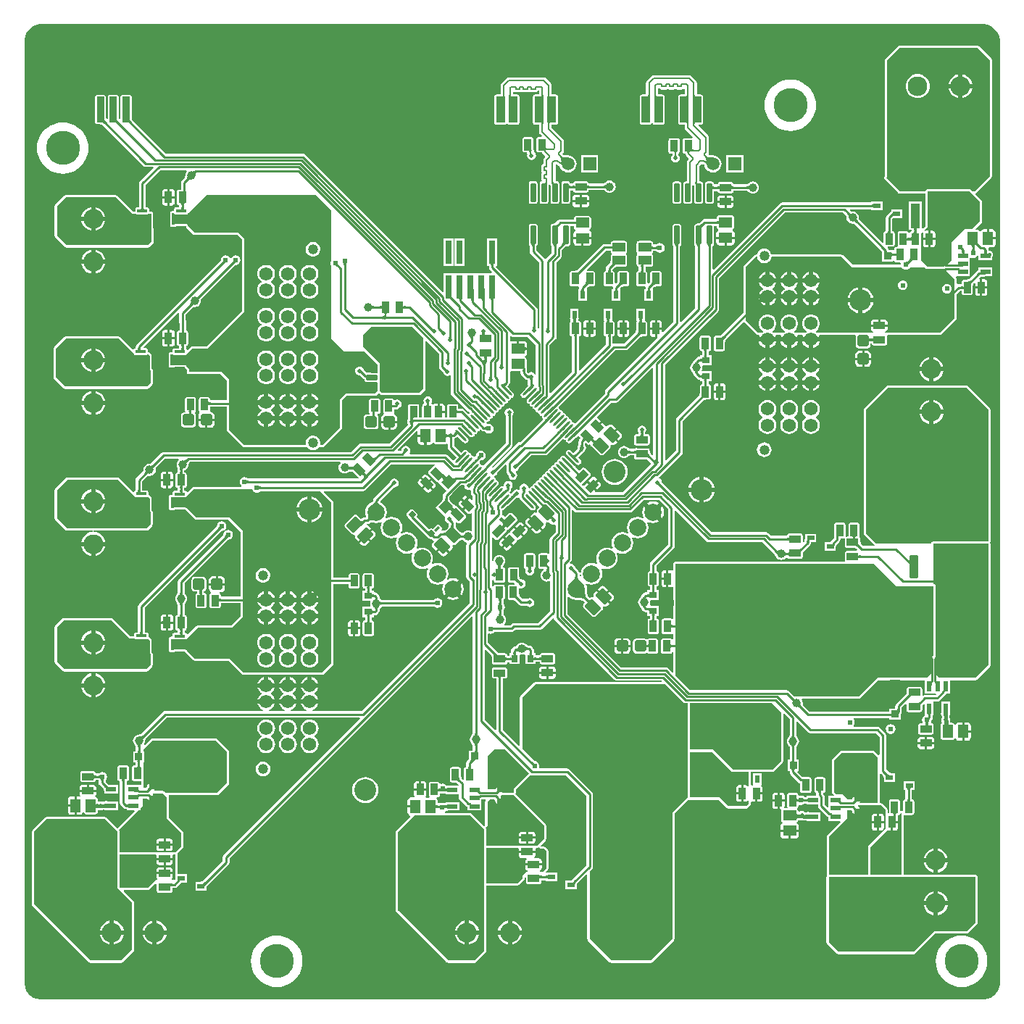
<source format=gtl>
G04*
G04 #@! TF.GenerationSoftware,Altium Limited,Altium Designer,21.6.4 (81)*
G04*
G04 Layer_Physical_Order=1*
G04 Layer_Color=255*
%FSLAX25Y25*%
%MOIN*%
G70*
G04*
G04 #@! TF.SameCoordinates,612E0561-CA96-4152-8DAB-8F70A6F423CF*
G04*
G04*
G04 #@! TF.FilePolarity,Positive*
G04*
G01*
G75*
%ADD17C,0.01000*%
G04:AMPARAMS|DCode=20|XSize=55.12mil|YSize=35.43mil|CornerRadius=2.66mil|HoleSize=0mil|Usage=FLASHONLY|Rotation=270.000|XOffset=0mil|YOffset=0mil|HoleType=Round|Shape=RoundedRectangle|*
%AMROUNDEDRECTD20*
21,1,0.05512,0.03012,0,0,270.0*
21,1,0.04980,0.03543,0,0,270.0*
1,1,0.00532,-0.01506,-0.02490*
1,1,0.00532,-0.01506,0.02490*
1,1,0.00532,0.01506,0.02490*
1,1,0.00532,0.01506,-0.02490*
%
%ADD20ROUNDEDRECTD20*%
G04:AMPARAMS|DCode=21|XSize=49.21mil|YSize=62.99mil|CornerRadius=4.92mil|HoleSize=0mil|Usage=FLASHONLY|Rotation=225.000|XOffset=0mil|YOffset=0mil|HoleType=Round|Shape=RoundedRectangle|*
%AMROUNDEDRECTD21*
21,1,0.04921,0.05315,0,0,225.0*
21,1,0.03937,0.06299,0,0,225.0*
1,1,0.00984,-0.03271,0.00487*
1,1,0.00984,-0.00487,0.03271*
1,1,0.00984,0.03271,-0.00487*
1,1,0.00984,0.00487,-0.03271*
%
%ADD21ROUNDEDRECTD21*%
G04:AMPARAMS|DCode=22|XSize=11.81mil|YSize=70.87mil|CornerRadius=0mil|HoleSize=0mil|Usage=FLASHONLY|Rotation=135.000|XOffset=0mil|YOffset=0mil|HoleType=Round|Shape=Round|*
%AMOVALD22*
21,1,0.05906,0.01181,0.00000,0.00000,225.0*
1,1,0.01181,0.02088,0.02088*
1,1,0.01181,-0.02088,-0.02088*
%
%ADD22OVALD22*%

G04:AMPARAMS|DCode=23|XSize=11.81mil|YSize=70.87mil|CornerRadius=0mil|HoleSize=0mil|Usage=FLASHONLY|Rotation=45.000|XOffset=0mil|YOffset=0mil|HoleType=Round|Shape=Round|*
%AMOVALD23*
21,1,0.05906,0.01181,0.00000,0.00000,135.0*
1,1,0.01181,0.02088,-0.02088*
1,1,0.01181,-0.02088,0.02088*
%
%ADD23OVALD23*%

G04:AMPARAMS|DCode=24|XSize=55.12mil|YSize=35.43mil|CornerRadius=2.66mil|HoleSize=0mil|Usage=FLASHONLY|Rotation=180.000|XOffset=0mil|YOffset=0mil|HoleType=Round|Shape=RoundedRectangle|*
%AMROUNDEDRECTD24*
21,1,0.05512,0.03012,0,0,180.0*
21,1,0.04980,0.03543,0,0,180.0*
1,1,0.00532,-0.02490,0.01506*
1,1,0.00532,0.02490,0.01506*
1,1,0.00532,0.02490,-0.01506*
1,1,0.00532,-0.02490,-0.01506*
%
%ADD24ROUNDEDRECTD24*%
%ADD25R,0.03543X0.03543*%
%ADD26R,0.03543X0.02362*%
G04:AMPARAMS|DCode=27|XSize=49.21mil|YSize=62.99mil|CornerRadius=4.92mil|HoleSize=0mil|Usage=FLASHONLY|Rotation=180.000|XOffset=0mil|YOffset=0mil|HoleType=Round|Shape=RoundedRectangle|*
%AMROUNDEDRECTD27*
21,1,0.04921,0.05315,0,0,180.0*
21,1,0.03937,0.06299,0,0,180.0*
1,1,0.00984,-0.01968,0.02657*
1,1,0.00984,0.01968,0.02657*
1,1,0.00984,0.01968,-0.02657*
1,1,0.00984,-0.01968,-0.02657*
%
%ADD27ROUNDEDRECTD27*%
%ADD28C,0.03937*%
G04:AMPARAMS|DCode=29|XSize=55.12mil|YSize=35.43mil|CornerRadius=2.66mil|HoleSize=0mil|Usage=FLASHONLY|Rotation=225.000|XOffset=0mil|YOffset=0mil|HoleType=Round|Shape=RoundedRectangle|*
%AMROUNDEDRECTD29*
21,1,0.05512,0.03012,0,0,225.0*
21,1,0.04980,0.03543,0,0,225.0*
1,1,0.00532,-0.02826,-0.00696*
1,1,0.00532,0.00696,0.02826*
1,1,0.00532,0.02826,0.00696*
1,1,0.00532,-0.00696,-0.02826*
%
%ADD29ROUNDEDRECTD29*%
%ADD30R,0.03543X0.03150*%
G04:AMPARAMS|DCode=31|XSize=49.21mil|YSize=15.75mil|CornerRadius=1.18mil|HoleSize=0mil|Usage=FLASHONLY|Rotation=180.000|XOffset=0mil|YOffset=0mil|HoleType=Round|Shape=RoundedRectangle|*
%AMROUNDEDRECTD31*
21,1,0.04921,0.01339,0,0,180.0*
21,1,0.04685,0.01575,0,0,180.0*
1,1,0.00236,-0.02343,0.00669*
1,1,0.00236,0.02343,0.00669*
1,1,0.00236,0.02343,-0.00669*
1,1,0.00236,-0.02343,-0.00669*
%
%ADD31ROUNDEDRECTD31*%
G04:AMPARAMS|DCode=32|XSize=78.74mil|YSize=88.58mil|CornerRadius=5.91mil|HoleSize=0mil|Usage=FLASHONLY|Rotation=180.000|XOffset=0mil|YOffset=0mil|HoleType=Round|Shape=RoundedRectangle|*
%AMROUNDEDRECTD32*
21,1,0.07874,0.07677,0,0,180.0*
21,1,0.06693,0.08858,0,0,180.0*
1,1,0.01181,-0.03347,0.03839*
1,1,0.01181,0.03347,0.03839*
1,1,0.01181,0.03347,-0.03839*
1,1,0.01181,-0.03347,-0.03839*
%
%ADD32ROUNDEDRECTD32*%
G04:AMPARAMS|DCode=33|XSize=35.43mil|YSize=118.11mil|CornerRadius=2.66mil|HoleSize=0mil|Usage=FLASHONLY|Rotation=0.000|XOffset=0mil|YOffset=0mil|HoleType=Round|Shape=RoundedRectangle|*
%AMROUNDEDRECTD33*
21,1,0.03543,0.11280,0,0,0.0*
21,1,0.03012,0.11811,0,0,0.0*
1,1,0.00532,0.01506,-0.05640*
1,1,0.00532,-0.01506,-0.05640*
1,1,0.00532,-0.01506,0.05640*
1,1,0.00532,0.01506,0.05640*
%
%ADD33ROUNDEDRECTD33*%
G04:AMPARAMS|DCode=34|XSize=74.8mil|YSize=157.48mil|CornerRadius=5.61mil|HoleSize=0mil|Usage=FLASHONLY|Rotation=0.000|XOffset=0mil|YOffset=0mil|HoleType=Round|Shape=RoundedRectangle|*
%AMROUNDEDRECTD34*
21,1,0.07480,0.14626,0,0,0.0*
21,1,0.06358,0.15748,0,0,0.0*
1,1,0.01122,0.03179,-0.07313*
1,1,0.01122,-0.03179,-0.07313*
1,1,0.01122,-0.03179,0.07313*
1,1,0.01122,0.03179,0.07313*
%
%ADD34ROUNDEDRECTD34*%
G04:AMPARAMS|DCode=35|XSize=43.31mil|YSize=59.06mil|CornerRadius=4.33mil|HoleSize=0mil|Usage=FLASHONLY|Rotation=90.000|XOffset=0mil|YOffset=0mil|HoleType=Round|Shape=RoundedRectangle|*
%AMROUNDEDRECTD35*
21,1,0.04331,0.05039,0,0,90.0*
21,1,0.03465,0.05906,0,0,90.0*
1,1,0.00866,0.02520,0.01732*
1,1,0.00866,0.02520,-0.01732*
1,1,0.00866,-0.02520,-0.01732*
1,1,0.00866,-0.02520,0.01732*
%
%ADD35ROUNDEDRECTD35*%
%ADD36R,0.02362X0.03543*%
%ADD37R,0.03543X0.03543*%
G04:AMPARAMS|DCode=38|XSize=49.21mil|YSize=62.99mil|CornerRadius=4.92mil|HoleSize=0mil|Usage=FLASHONLY|Rotation=90.000|XOffset=0mil|YOffset=0mil|HoleType=Round|Shape=RoundedRectangle|*
%AMROUNDEDRECTD38*
21,1,0.04921,0.05315,0,0,90.0*
21,1,0.03937,0.06299,0,0,90.0*
1,1,0.00984,0.02657,0.01968*
1,1,0.00984,0.02657,-0.01968*
1,1,0.00984,-0.02657,-0.01968*
1,1,0.00984,-0.02657,0.01968*
%
%ADD38ROUNDEDRECTD38*%
G04:AMPARAMS|DCode=39|XSize=25.59mil|YSize=23.62mil|CornerRadius=1.77mil|HoleSize=0mil|Usage=FLASHONLY|Rotation=315.000|XOffset=0mil|YOffset=0mil|HoleType=Round|Shape=RoundedRectangle|*
%AMROUNDEDRECTD39*
21,1,0.02559,0.02008,0,0,315.0*
21,1,0.02205,0.02362,0,0,315.0*
1,1,0.00354,0.00070,-0.01489*
1,1,0.00354,-0.01489,0.00070*
1,1,0.00354,-0.00070,0.01489*
1,1,0.00354,0.01489,-0.00070*
%
%ADD39ROUNDEDRECTD39*%
G04:AMPARAMS|DCode=40|XSize=13.78mil|YSize=27.56mil|CornerRadius=1.03mil|HoleSize=0mil|Usage=FLASHONLY|Rotation=315.000|XOffset=0mil|YOffset=0mil|HoleType=Round|Shape=RoundedRectangle|*
%AMROUNDEDRECTD40*
21,1,0.01378,0.02549,0,0,315.0*
21,1,0.01171,0.02756,0,0,315.0*
1,1,0.00207,-0.00487,-0.01315*
1,1,0.00207,-0.01315,-0.00487*
1,1,0.00207,0.00487,0.01315*
1,1,0.00207,0.01315,0.00487*
%
%ADD40ROUNDEDRECTD40*%
G04:AMPARAMS|DCode=41|XSize=51.18mil|YSize=51.18mil|CornerRadius=5.12mil|HoleSize=0mil|Usage=FLASHONLY|Rotation=90.000|XOffset=0mil|YOffset=0mil|HoleType=Round|Shape=RoundedRectangle|*
%AMROUNDEDRECTD41*
21,1,0.05118,0.04095,0,0,90.0*
21,1,0.04095,0.05118,0,0,90.0*
1,1,0.01024,0.02047,0.02047*
1,1,0.01024,0.02047,-0.02047*
1,1,0.01024,-0.02047,-0.02047*
1,1,0.01024,-0.02047,0.02047*
%
%ADD41ROUNDEDRECTD41*%
G04:AMPARAMS|DCode=42|XSize=51.18mil|YSize=51.18mil|CornerRadius=5.12mil|HoleSize=0mil|Usage=FLASHONLY|Rotation=180.000|XOffset=0mil|YOffset=0mil|HoleType=Round|Shape=RoundedRectangle|*
%AMROUNDEDRECTD42*
21,1,0.05118,0.04095,0,0,180.0*
21,1,0.04095,0.05118,0,0,180.0*
1,1,0.01024,-0.02047,0.02047*
1,1,0.01024,0.02047,0.02047*
1,1,0.01024,0.02047,-0.02047*
1,1,0.01024,-0.02047,-0.02047*
%
%ADD42ROUNDEDRECTD42*%
%ADD43R,0.04724X0.02362*%
%ADD44R,0.03150X0.03543*%
%ADD45R,0.11417X0.04331*%
%ADD46R,0.21654X0.21260*%
G04:AMPARAMS|DCode=47|XSize=49.21mil|YSize=62.99mil|CornerRadius=4.92mil|HoleSize=0mil|Usage=FLASHONLY|Rotation=44.000|XOffset=0mil|YOffset=0mil|HoleType=Round|Shape=RoundedRectangle|*
%AMROUNDEDRECTD47*
21,1,0.04921,0.05315,0,0,44.0*
21,1,0.03937,0.06299,0,0,44.0*
1,1,0.00984,0.03262,-0.00544*
1,1,0.00984,0.00430,-0.03279*
1,1,0.00984,-0.03262,0.00544*
1,1,0.00984,-0.00430,0.03279*
%
%ADD47ROUNDEDRECTD47*%
G04:AMPARAMS|DCode=48|XSize=55.12mil|YSize=35.43mil|CornerRadius=2.66mil|HoleSize=0mil|Usage=FLASHONLY|Rotation=135.000|XOffset=0mil|YOffset=0mil|HoleType=Round|Shape=RoundedRectangle|*
%AMROUNDEDRECTD48*
21,1,0.05512,0.03012,0,0,135.0*
21,1,0.04980,0.03543,0,0,135.0*
1,1,0.00532,-0.00696,0.02826*
1,1,0.00532,0.02826,-0.00696*
1,1,0.00532,0.00696,-0.02826*
1,1,0.00532,-0.02826,0.00696*
%
%ADD48ROUNDEDRECTD48*%
G04:AMPARAMS|DCode=49|XSize=51.18mil|YSize=43.31mil|CornerRadius=0mil|HoleSize=0mil|Usage=FLASHONLY|Rotation=45.000|XOffset=0mil|YOffset=0mil|HoleType=Round|Shape=Rectangle|*
%AMROTATEDRECTD49*
4,1,4,-0.00278,-0.03341,-0.03341,-0.00278,0.00278,0.03341,0.03341,0.00278,-0.00278,-0.03341,0.0*
%
%ADD49ROTATEDRECTD49*%

G04:AMPARAMS|DCode=50|XSize=24.8mil|YSize=51.18mil|CornerRadius=1.86mil|HoleSize=0mil|Usage=FLASHONLY|Rotation=90.000|XOffset=0mil|YOffset=0mil|HoleType=Round|Shape=RoundedRectangle|*
%AMROUNDEDRECTD50*
21,1,0.02480,0.04746,0,0,90.0*
21,1,0.02108,0.05118,0,0,90.0*
1,1,0.00372,0.02373,0.01054*
1,1,0.00372,0.02373,-0.01054*
1,1,0.00372,-0.02373,-0.01054*
1,1,0.00372,-0.02373,0.01054*
%
%ADD50ROUNDEDRECTD50*%
G04:AMPARAMS|DCode=51|XSize=49.21mil|YSize=62.99mil|CornerRadius=4.92mil|HoleSize=0mil|Usage=FLASHONLY|Rotation=135.000|XOffset=0mil|YOffset=0mil|HoleType=Round|Shape=RoundedRectangle|*
%AMROUNDEDRECTD51*
21,1,0.04921,0.05315,0,0,135.0*
21,1,0.03937,0.06299,0,0,135.0*
1,1,0.00984,0.00487,0.03271*
1,1,0.00984,0.03271,0.00487*
1,1,0.00984,-0.00487,-0.03271*
1,1,0.00984,-0.03271,-0.00487*
%
%ADD51ROUNDEDRECTD51*%
G04:AMPARAMS|DCode=52|XSize=90.55mil|YSize=98.43mil|CornerRadius=6.79mil|HoleSize=0mil|Usage=FLASHONLY|Rotation=90.000|XOffset=0mil|YOffset=0mil|HoleType=Round|Shape=RoundedRectangle|*
%AMROUNDEDRECTD52*
21,1,0.09055,0.08484,0,0,90.0*
21,1,0.07697,0.09843,0,0,90.0*
1,1,0.01358,0.04242,0.03848*
1,1,0.01358,0.04242,-0.03848*
1,1,0.01358,-0.04242,-0.03848*
1,1,0.01358,-0.04242,0.03848*
%
%ADD52ROUNDEDRECTD52*%
%ADD53R,0.21260X0.21654*%
%ADD54R,0.04331X0.11417*%
G04:AMPARAMS|DCode=55|XSize=157.48mil|YSize=167.32mil|CornerRadius=11.81mil|HoleSize=0mil|Usage=FLASHONLY|Rotation=90.000|XOffset=0mil|YOffset=0mil|HoleType=Round|Shape=RoundedRectangle|*
%AMROUNDEDRECTD55*
21,1,0.15748,0.14370,0,0,90.0*
21,1,0.13386,0.16732,0,0,90.0*
1,1,0.02362,0.07185,0.06693*
1,1,0.02362,0.07185,-0.06693*
1,1,0.02362,-0.07185,-0.06693*
1,1,0.02362,-0.07185,0.06693*
%
%ADD55ROUNDEDRECTD55*%
%ADD56R,0.02362X0.04724*%
G04:AMPARAMS|DCode=57|XSize=70.87mil|YSize=157.48mil|CornerRadius=7.09mil|HoleSize=0mil|Usage=FLASHONLY|Rotation=0.000|XOffset=0mil|YOffset=0mil|HoleType=Round|Shape=RoundedRectangle|*
%AMROUNDEDRECTD57*
21,1,0.07087,0.14331,0,0,0.0*
21,1,0.05669,0.15748,0,0,0.0*
1,1,0.01417,0.02835,-0.07165*
1,1,0.01417,-0.02835,-0.07165*
1,1,0.01417,-0.02835,0.07165*
1,1,0.01417,0.02835,0.07165*
%
%ADD57ROUNDEDRECTD57*%
%ADD58R,0.38976X0.34646*%
G04:AMPARAMS|DCode=59|XSize=106.3mil|YSize=41.73mil|CornerRadius=5.22mil|HoleSize=0mil|Usage=FLASHONLY|Rotation=90.000|XOffset=0mil|YOffset=0mil|HoleType=Round|Shape=RoundedRectangle|*
%AMROUNDEDRECTD59*
21,1,0.10630,0.03130,0,0,90.0*
21,1,0.09587,0.04173,0,0,90.0*
1,1,0.01043,0.01565,0.04793*
1,1,0.01043,0.01565,-0.04793*
1,1,0.01043,-0.01565,-0.04793*
1,1,0.01043,-0.01565,0.04793*
%
%ADD59ROUNDEDRECTD59*%
G04:AMPARAMS|DCode=60|XSize=78.74mil|YSize=51.18mil|CornerRadius=5.12mil|HoleSize=0mil|Usage=FLASHONLY|Rotation=180.000|XOffset=0mil|YOffset=0mil|HoleType=Round|Shape=RoundedRectangle|*
%AMROUNDEDRECTD60*
21,1,0.07874,0.04095,0,0,180.0*
21,1,0.06850,0.05118,0,0,180.0*
1,1,0.01024,-0.03425,0.02047*
1,1,0.01024,0.03425,0.02047*
1,1,0.01024,0.03425,-0.02047*
1,1,0.01024,-0.03425,-0.02047*
%
%ADD60ROUNDEDRECTD60*%
G04:AMPARAMS|DCode=61|XSize=86.61mil|YSize=23.62mil|CornerRadius=1.77mil|HoleSize=0mil|Usage=FLASHONLY|Rotation=90.000|XOffset=0mil|YOffset=0mil|HoleType=Round|Shape=RoundedRectangle|*
%AMROUNDEDRECTD61*
21,1,0.08661,0.02008,0,0,90.0*
21,1,0.08307,0.02362,0,0,90.0*
1,1,0.00354,0.01004,0.04153*
1,1,0.00354,0.01004,-0.04153*
1,1,0.00354,-0.01004,-0.04153*
1,1,0.00354,-0.01004,0.04153*
%
%ADD61ROUNDEDRECTD61*%
%ADD62R,0.34646X0.38976*%
G04:AMPARAMS|DCode=63|XSize=106.3mil|YSize=41.73mil|CornerRadius=5.22mil|HoleSize=0mil|Usage=FLASHONLY|Rotation=180.000|XOffset=0mil|YOffset=0mil|HoleType=Round|Shape=RoundedRectangle|*
%AMROUNDEDRECTD63*
21,1,0.10630,0.03130,0,0,180.0*
21,1,0.09587,0.04173,0,0,180.0*
1,1,0.01043,-0.04793,0.01565*
1,1,0.01043,0.04793,0.01565*
1,1,0.01043,0.04793,-0.01565*
1,1,0.01043,-0.04793,-0.01565*
%
%ADD63ROUNDEDRECTD63*%
G04:AMPARAMS|DCode=64|XSize=39.37mil|YSize=122.05mil|CornerRadius=2.95mil|HoleSize=0mil|Usage=FLASHONLY|Rotation=0.000|XOffset=0mil|YOffset=0mil|HoleType=Round|Shape=RoundedRectangle|*
%AMROUNDEDRECTD64*
21,1,0.03937,0.11614,0,0,0.0*
21,1,0.03347,0.12205,0,0,0.0*
1,1,0.00591,0.01673,-0.05807*
1,1,0.00591,-0.01673,-0.05807*
1,1,0.00591,-0.01673,0.05807*
1,1,0.00591,0.01673,0.05807*
%
%ADD64ROUNDEDRECTD64*%
%ADD65R,0.02900X0.11000*%
%ADD122C,0.01500*%
%ADD123C,0.00800*%
%ADD124C,0.10000*%
%ADD125C,0.04685*%
%ADD126C,0.06142*%
%ADD127C,0.09055*%
%ADD128C,0.07874*%
%ADD129C,0.11811*%
%ADD130C,0.15630*%
%ADD131C,0.05906*%
%ADD132R,0.05906X0.05906*%
%ADD133C,0.02400*%
%ADD134C,0.02000*%
%ADD135C,0.05000*%
G36*
X326968Y430726D02*
X328416Y430126D01*
X329720Y429254D01*
X330829Y428146D01*
X331700Y426842D01*
X332300Y425393D01*
X332607Y423855D01*
Y423071D01*
Y-9685D01*
Y-10469D01*
X332300Y-12007D01*
X331700Y-13456D01*
X330829Y-14760D01*
X329720Y-15869D01*
X328416Y-16740D01*
X326968Y-17340D01*
X325430Y-17646D01*
X-108894D01*
X-110432Y-17340D01*
X-111881Y-16740D01*
X-113185Y-15869D01*
X-114294Y-14760D01*
X-115165Y-13456D01*
X-115765Y-12007D01*
X-116071Y-10469D01*
Y-9685D01*
Y423071D01*
Y423855D01*
X-115765Y425393D01*
X-115165Y426842D01*
X-114294Y428146D01*
X-113185Y429254D01*
X-111881Y430126D01*
X-110432Y430726D01*
X-108894Y431032D01*
X325430D01*
X326968Y430726D01*
D02*
G37*
%LPC*%
G36*
X189685Y407579D02*
X189685Y407579D01*
X173386D01*
X173386Y407579D01*
X172840Y407471D01*
X172377Y407161D01*
X170268Y405052D01*
X169958Y404589D01*
X169850Y404043D01*
X169850Y404043D01*
Y398695D01*
X168051D01*
X167624Y398610D01*
X167261Y398368D01*
X167019Y398006D01*
X166934Y397579D01*
Y385964D01*
X167019Y385537D01*
X167261Y385175D01*
X167624Y384933D01*
X168051Y384848D01*
X171397D01*
X171825Y384933D01*
X172187Y385175D01*
X172418Y385521D01*
X172521Y385537D01*
X172833D01*
X172936Y385521D01*
X173167Y385175D01*
X173529Y384933D01*
X173957Y384848D01*
X177303D01*
X177730Y384933D01*
X178093Y385175D01*
X178335Y385537D01*
X178420Y385964D01*
Y397579D01*
X178335Y398006D01*
X178093Y398368D01*
X177730Y398610D01*
X177303Y398695D01*
X175505D01*
Y401305D01*
X176005Y401457D01*
X176081Y401343D01*
X176544Y401033D01*
X177090Y400924D01*
X178890D01*
X179437Y401033D01*
X179790Y401269D01*
X180144Y401033D01*
X180690Y400924D01*
X182490D01*
X183037Y401033D01*
X183390Y401269D01*
X183744Y401033D01*
X184290Y400924D01*
X186090D01*
X186637Y401033D01*
X187066Y401320D01*
X187241Y401281D01*
X187566Y401141D01*
Y398695D01*
X185768D01*
X185340Y398610D01*
X184978Y398368D01*
X184736Y398006D01*
X184651Y397579D01*
Y385964D01*
X184736Y385537D01*
X184978Y385175D01*
X185340Y384933D01*
X185768Y384848D01*
X187566D01*
Y383310D01*
X187566Y383310D01*
X187675Y382763D01*
X187984Y382300D01*
X191240Y379044D01*
X190994Y378584D01*
X190749Y378632D01*
X187737D01*
X187321Y378550D01*
X186969Y378314D01*
X186733Y377961D01*
X186650Y377546D01*
Y372565D01*
X186733Y372149D01*
X186969Y371797D01*
X187321Y371561D01*
X187737Y371479D01*
X187916D01*
X188007Y371022D01*
X188317Y370559D01*
X189521Y369354D01*
Y368854D01*
X189078Y368411D01*
X188769Y367948D01*
X188660Y367402D01*
X188660Y367402D01*
Y358656D01*
X187984D01*
X187602Y358580D01*
X187279Y358364D01*
X187063Y358041D01*
X186987Y357659D01*
Y349352D01*
X187063Y348971D01*
X187279Y348648D01*
X187602Y348432D01*
X187984Y348356D01*
X189991D01*
X190373Y348432D01*
X190696Y348648D01*
X190912Y348971D01*
X190988Y349352D01*
Y356637D01*
X190996Y356645D01*
X191039Y356669D01*
X191079Y356721D01*
X191132Y356761D01*
X191201Y356877D01*
X191204Y356881D01*
X191216Y356885D01*
X191418Y356927D01*
X191557D01*
X191759Y356885D01*
X191771Y356881D01*
X191774Y356877D01*
X191843Y356761D01*
X191896Y356721D01*
X191936Y356669D01*
X191979Y356645D01*
X191987Y356637D01*
Y349352D01*
X192063Y348971D01*
X192279Y348648D01*
X192602Y348432D01*
X192983Y348356D01*
X194991D01*
X195373Y348432D01*
X195696Y348648D01*
X195912Y348971D01*
X195988Y349352D01*
Y357659D01*
X195912Y358041D01*
X195696Y358364D01*
X195373Y358580D01*
X194991Y358656D01*
X194315D01*
Y365651D01*
X195240Y366576D01*
X195823D01*
X196041Y366430D01*
X196482Y366342D01*
X196524Y366331D01*
X196544Y366330D01*
X196587Y366321D01*
X196636D01*
X196641Y366313D01*
X196666Y366260D01*
X196695Y366173D01*
X196732Y366009D01*
X196748Y365974D01*
X196779Y365740D01*
X197177Y364778D01*
X197811Y363952D01*
X198636Y363319D01*
X199598Y362921D01*
X200630Y362785D01*
X201662Y362921D01*
X202623Y363319D01*
X203449Y363952D01*
X204082Y364778D01*
X204481Y365740D01*
X204617Y366772D01*
X204481Y367804D01*
X204082Y368765D01*
X203449Y369591D01*
X202623Y370224D01*
X201662Y370623D01*
X200630Y370759D01*
X200522Y370744D01*
X200182Y370746D01*
X199443Y370789D01*
X199154Y370825D01*
X198899Y370872D01*
X198759Y370908D01*
X198683Y370986D01*
X198654Y371037D01*
X198552Y371371D01*
X198559Y371474D01*
X198570Y371505D01*
X198719Y371728D01*
X198827Y372274D01*
X198827Y372274D01*
Y378863D01*
X198827Y378863D01*
X198719Y379409D01*
X198409Y379872D01*
X198409Y379872D01*
X193896Y384386D01*
X194087Y384848D01*
X195020D01*
X195447Y384933D01*
X195809Y385175D01*
X196051Y385537D01*
X196136Y385964D01*
Y397579D01*
X196051Y398006D01*
X195809Y398368D01*
X195447Y398610D01*
X195020Y398695D01*
X193221D01*
Y404043D01*
X193221Y404043D01*
X193112Y404589D01*
X192803Y405052D01*
X190694Y407161D01*
X190231Y407471D01*
X189685Y407579D01*
D02*
G37*
G36*
X122874Y406427D02*
X122874Y406427D01*
X106575D01*
X106575Y406427D01*
X106029Y406319D01*
X105566Y406009D01*
X103457Y403900D01*
X103147Y403437D01*
X103039Y402891D01*
X103039Y402891D01*
Y398695D01*
X101240D01*
X100813Y398610D01*
X100450Y398368D01*
X100208Y398006D01*
X100123Y397579D01*
Y385964D01*
X100208Y385537D01*
X100450Y385175D01*
X100813Y384933D01*
X101240Y384848D01*
X104586D01*
X105014Y384933D01*
X105376Y385175D01*
X105607Y385521D01*
X105710Y385537D01*
X106022D01*
X106125Y385521D01*
X106356Y385175D01*
X106718Y384933D01*
X107146Y384848D01*
X110492D01*
X110919Y384933D01*
X111282Y385175D01*
X111524Y385537D01*
X111609Y385964D01*
Y397579D01*
X111524Y398006D01*
X111282Y398368D01*
X110919Y398610D01*
X110492Y398695D01*
X108694D01*
Y399744D01*
X109194Y400011D01*
X109388Y399881D01*
X109935Y399773D01*
X111735D01*
X112281Y399881D01*
X112635Y400118D01*
X112988Y399881D01*
X113535Y399773D01*
X115335D01*
X115881Y399881D01*
X116235Y400118D01*
X116588Y399881D01*
X117135Y399773D01*
X118935D01*
X119481Y399881D01*
X119944Y400191D01*
X120254Y400654D01*
X120255Y400662D01*
X120755Y400613D01*
Y398695D01*
X118957D01*
X118529Y398610D01*
X118167Y398368D01*
X117925Y398006D01*
X117840Y397579D01*
Y385964D01*
X117925Y385537D01*
X118167Y385175D01*
X118529Y384933D01*
X118957Y384848D01*
X120755D01*
Y381480D01*
X120755Y381480D01*
X120864Y380933D01*
X121173Y380470D01*
X121998Y379646D01*
X121806Y379184D01*
X120480D01*
X120064Y379101D01*
X119712Y378866D01*
X119476Y378513D01*
X119394Y378097D01*
Y373117D01*
X119476Y372701D01*
X119712Y372349D01*
X120064Y372113D01*
X120480Y372030D01*
X121971D01*
X121993Y371918D01*
X122302Y371455D01*
X123328Y370428D01*
Y369929D01*
X122995Y369595D01*
X122685Y369132D01*
X122577Y368585D01*
X122577Y368585D01*
Y366862D01*
X122458Y366839D01*
X121995Y366529D01*
X121685Y366066D01*
X121577Y365520D01*
Y363720D01*
X121685Y363174D01*
X121922Y362820D01*
X121685Y362466D01*
X121577Y361920D01*
Y360120D01*
X121685Y359574D01*
X121908Y359240D01*
X121906Y359132D01*
X121802Y358832D01*
X121712Y358702D01*
X121519Y358664D01*
X121196Y358448D01*
X120980Y358125D01*
X120904Y357744D01*
Y349436D01*
X120980Y349055D01*
X121196Y348732D01*
X121519Y348516D01*
X121900Y348440D01*
X123908D01*
X124289Y348516D01*
X124612Y348732D01*
X124828Y349055D01*
X124904Y349436D01*
Y356721D01*
X124913Y356729D01*
X124955Y356753D01*
X124996Y356806D01*
X125049Y356845D01*
X125117Y356961D01*
X125120Y356965D01*
X125132Y356969D01*
X125334Y357011D01*
X125474D01*
X125676Y356969D01*
X125688Y356965D01*
X125691Y356961D01*
X125759Y356845D01*
X125812Y356806D01*
X125853Y356753D01*
X125896Y356729D01*
X125904Y356721D01*
Y349436D01*
X125980Y349055D01*
X126196Y348732D01*
X126519Y348516D01*
X126900Y348440D01*
X128908D01*
X129289Y348516D01*
X129613Y348732D01*
X129828Y349055D01*
X129904Y349436D01*
Y357744D01*
X129828Y358125D01*
X129613Y358448D01*
X129289Y358664D01*
X128908Y358740D01*
X128232D01*
Y366442D01*
X128732Y366649D01*
X129217Y366163D01*
X129217Y366163D01*
X129680Y365854D01*
X130054Y365779D01*
X130059Y365740D01*
X130458Y364778D01*
X131091Y363952D01*
X131917Y363319D01*
X132878Y362921D01*
X133910Y362785D01*
X134942Y362921D01*
X135904Y363319D01*
X136730Y363952D01*
X137363Y364778D01*
X137761Y365740D01*
X137897Y366772D01*
X137761Y367804D01*
X137363Y368765D01*
X136730Y369591D01*
X135904Y370224D01*
X134942Y370623D01*
X133910Y370759D01*
X133802Y370744D01*
X133463Y370746D01*
X132723Y370789D01*
X132435Y370825D01*
X132179Y370872D01*
X131968Y370926D01*
X131805Y370982D01*
X131691Y371034D01*
X131628Y371073D01*
X131261Y371440D01*
X131637Y371816D01*
X131637Y371816D01*
X131946Y372280D01*
X132055Y372826D01*
X132055Y372826D01*
Y376995D01*
X132055Y376995D01*
X131946Y377541D01*
X131637Y378004D01*
X131637Y378004D01*
X126410Y383231D01*
Y384848D01*
X128209D01*
X128636Y384933D01*
X128998Y385175D01*
X129240Y385537D01*
X129325Y385964D01*
Y397579D01*
X129240Y398006D01*
X128998Y398368D01*
X128636Y398610D01*
X128209Y398695D01*
X126410D01*
Y402891D01*
X126410Y402891D01*
X126301Y403437D01*
X125992Y403900D01*
X123883Y406009D01*
X123420Y406319D01*
X122874Y406427D01*
D02*
G37*
G36*
X236221Y405552D02*
X234366Y405406D01*
X232558Y404972D01*
X230840Y404260D01*
X229254Y403289D01*
X227840Y402081D01*
X226632Y400667D01*
X225661Y399081D01*
X224949Y397363D01*
X224515Y395555D01*
X224369Y393701D01*
X224515Y391847D01*
X224949Y390038D01*
X225661Y388320D01*
X226632Y386735D01*
X227840Y385320D01*
X229254Y384113D01*
X230840Y383141D01*
X232558Y382429D01*
X234366Y381995D01*
X236221Y381849D01*
X238074Y381995D01*
X239883Y382429D01*
X241601Y383141D01*
X243187Y384113D01*
X244601Y385320D01*
X245809Y386735D01*
X246780Y388320D01*
X247492Y390038D01*
X247926Y391847D01*
X248072Y393701D01*
X247926Y395555D01*
X247492Y397363D01*
X246780Y399081D01*
X245809Y400667D01*
X244601Y402081D01*
X243187Y403289D01*
X241601Y404260D01*
X239883Y404972D01*
X238074Y405406D01*
X236221Y405552D01*
D02*
G37*
G36*
X116996Y379184D02*
X113984D01*
X113568Y379101D01*
X113216Y378866D01*
X112980Y378513D01*
X112898Y378097D01*
Y373117D01*
X112980Y372701D01*
X113216Y372349D01*
X113568Y372113D01*
X113984Y372030D01*
X115169D01*
Y371425D01*
X115169Y371425D01*
X115240Y371066D01*
X115150Y370615D01*
X115306Y369834D01*
X115748Y369173D01*
X116409Y368731D01*
X117190Y368576D01*
X117970Y368731D01*
X118632Y369173D01*
X119074Y369834D01*
X119229Y370615D01*
X119074Y371395D01*
X118632Y372057D01*
X118072Y372431D01*
X118079Y372443D01*
X118104Y372485D01*
X118150Y372609D01*
X118212Y372726D01*
X118219Y372794D01*
X118242Y372858D01*
X118237Y372990D01*
X118249Y373122D01*
X118229Y373187D01*
X118227Y373255D01*
X118171Y373376D01*
X118132Y373502D01*
X118089Y373555D01*
X118083Y373568D01*
Y378097D01*
X118000Y378513D01*
X117764Y378866D01*
X117412Y379101D01*
X116996Y379184D01*
D02*
G37*
G36*
X184253Y378632D02*
X181241D01*
X180825Y378550D01*
X180472Y378314D01*
X180237Y377961D01*
X180154Y377546D01*
Y372565D01*
X180237Y372149D01*
X180472Y371797D01*
X180825Y371561D01*
X181241Y371479D01*
X181983D01*
Y370887D01*
X181968Y370878D01*
X181526Y370216D01*
X181371Y369436D01*
X181526Y368655D01*
X181968Y367994D01*
X182630Y367552D01*
X183410Y367396D01*
X184191Y367552D01*
X184852Y367994D01*
X185294Y368655D01*
X185450Y369436D01*
X185294Y370216D01*
X184852Y370878D01*
X184838Y370887D01*
Y371535D01*
X184931Y371598D01*
X184962Y371643D01*
X185004Y371678D01*
X185071Y371807D01*
X185152Y371928D01*
X185163Y371982D01*
X185188Y372031D01*
X185190Y372050D01*
X185257Y372149D01*
X185339Y372565D01*
Y377546D01*
X185257Y377961D01*
X185021Y378314D01*
X184668Y378550D01*
X184253Y378632D01*
D02*
G37*
G36*
X214583Y370724D02*
X206677D01*
Y362819D01*
X214583D01*
Y370724D01*
D02*
G37*
G36*
X147863D02*
X139958D01*
Y362819D01*
X147863D01*
Y370724D01*
D02*
G37*
G36*
X-98425Y385867D02*
X-100279Y385721D01*
X-102088Y385287D01*
X-103806Y384576D01*
X-105392Y383604D01*
X-106806Y382396D01*
X-108013Y380982D01*
X-108985Y379396D01*
X-109697Y377678D01*
X-110131Y375870D01*
X-110277Y374016D01*
X-110131Y372162D01*
X-109697Y370353D01*
X-108985Y368635D01*
X-108013Y367050D01*
X-106806Y365635D01*
X-105392Y364428D01*
X-103806Y363456D01*
X-102088Y362744D01*
X-100279Y362310D01*
X-98425Y362164D01*
X-96571Y362310D01*
X-94763Y362744D01*
X-93045Y363456D01*
X-91459Y364428D01*
X-90045Y365635D01*
X-88837Y367050D01*
X-87866Y368635D01*
X-87154Y370353D01*
X-86720Y372162D01*
X-86574Y374016D01*
X-86720Y375870D01*
X-87154Y377678D01*
X-87866Y379396D01*
X-88837Y380982D01*
X-90045Y382396D01*
X-91459Y383604D01*
X-93045Y384576D01*
X-94763Y385287D01*
X-96571Y385721D01*
X-98425Y385867D01*
D02*
G37*
G36*
X153130Y359092D02*
X152407Y358997D01*
X151734Y358718D01*
X151155Y358275D01*
X151146Y358262D01*
X151044Y358242D01*
X150966Y358190D01*
X150878Y358155D01*
X150802Y358080D01*
X150713Y358021D01*
X150661Y357943D01*
X150593Y357877D01*
X150586Y357865D01*
X150563Y357857D01*
X150511Y357844D01*
X150437Y357832D01*
X150408Y357829D01*
X143481D01*
X143422Y357900D01*
X143409Y357918D01*
X143377Y358081D01*
X143141Y358433D01*
X142789Y358669D01*
X142373Y358752D01*
X137393D01*
X136977Y358669D01*
X136625Y358433D01*
X136389Y358081D01*
X136319Y357728D01*
X136285Y357688D01*
X134935D01*
X134904Y357726D01*
Y357744D01*
X134828Y358125D01*
X134613Y358448D01*
X134289Y358664D01*
X133908Y358740D01*
X131900D01*
X131519Y358664D01*
X131196Y358448D01*
X130980Y358125D01*
X130904Y357744D01*
Y349436D01*
X130980Y349055D01*
X131196Y348732D01*
X131519Y348516D01*
X131900Y348440D01*
X133908D01*
X134289Y348516D01*
X134613Y348732D01*
X134828Y349055D01*
X134904Y349436D01*
Y354592D01*
X134935Y354630D01*
X136285D01*
X136319Y354590D01*
X136389Y354237D01*
X136625Y353885D01*
X136977Y353649D01*
X137393Y353567D01*
X142373D01*
X142789Y353649D01*
X143141Y353885D01*
X143377Y354237D01*
X143460Y354653D01*
Y354746D01*
X143481Y354771D01*
X150408D01*
X150437Y354768D01*
X150511Y354756D01*
X150563Y354743D01*
X150586Y354735D01*
X150593Y354723D01*
X150661Y354657D01*
X150713Y354579D01*
X150802Y354520D01*
X150878Y354445D01*
X150966Y354410D01*
X151044Y354358D01*
X151146Y354338D01*
X151155Y354326D01*
X151734Y353882D01*
X152407Y353603D01*
X153130Y353508D01*
X153852Y353603D01*
X154526Y353882D01*
X155104Y354326D01*
X155548Y354904D01*
X155827Y355577D01*
X155922Y356300D01*
X155827Y357023D01*
X155548Y357696D01*
X155104Y358275D01*
X154526Y358718D01*
X153852Y358997D01*
X153130Y359092D01*
D02*
G37*
G36*
X219030Y358692D02*
X218307Y358597D01*
X217634Y358318D01*
X217055Y357874D01*
X217046Y357862D01*
X216944Y357842D01*
X216866Y357790D01*
X216778Y357755D01*
X216702Y357680D01*
X216613Y357621D01*
X216561Y357542D01*
X216493Y357477D01*
X216486Y357465D01*
X216463Y357457D01*
X216411Y357444D01*
X216337Y357432D01*
X216308Y357429D01*
X209984D01*
X209933Y357491D01*
X209881Y357752D01*
X209646Y358105D01*
X209293Y358340D01*
X208877Y358423D01*
X203897D01*
X203481Y358340D01*
X203129Y358105D01*
X202893Y357752D01*
X202823Y357400D01*
X202789Y357360D01*
X201019D01*
X200988Y357397D01*
Y357659D01*
X200912Y358041D01*
X200696Y358364D01*
X200373Y358580D01*
X199991Y358656D01*
X197984D01*
X197602Y358580D01*
X197279Y358364D01*
X197063Y358041D01*
X196987Y357659D01*
Y349352D01*
X197063Y348971D01*
X197279Y348648D01*
X197602Y348432D01*
X197984Y348356D01*
X199991D01*
X200373Y348432D01*
X200696Y348648D01*
X200912Y348971D01*
X200988Y349352D01*
Y354264D01*
X201019Y354301D01*
X202789D01*
X202823Y354261D01*
X202893Y353909D01*
X203129Y353556D01*
X203481Y353321D01*
X203897Y353238D01*
X208877D01*
X209293Y353321D01*
X209646Y353556D01*
X209881Y353909D01*
X209964Y354325D01*
Y354346D01*
X209984Y354371D01*
X216308D01*
X216337Y354368D01*
X216411Y354356D01*
X216463Y354343D01*
X216486Y354335D01*
X216493Y354323D01*
X216561Y354257D01*
X216613Y354179D01*
X216702Y354120D01*
X216778Y354045D01*
X216866Y354010D01*
X216944Y353958D01*
X217046Y353938D01*
X217055Y353925D01*
X217634Y353482D01*
X218307Y353203D01*
X219030Y353108D01*
X219753Y353203D01*
X220426Y353482D01*
X221004Y353925D01*
X221448Y354504D01*
X221727Y355177D01*
X221822Y355900D01*
X221727Y356623D01*
X221448Y357296D01*
X221004Y357874D01*
X220426Y358318D01*
X219753Y358597D01*
X219030Y358692D01*
D02*
G37*
G36*
X-48292Y355164D02*
X-49298D01*
Y351883D01*
X-47001D01*
Y353873D01*
X-47099Y354367D01*
X-47379Y354786D01*
X-47798Y355066D01*
X-48292Y355164D01*
D02*
G37*
G36*
X-50298D02*
X-51303D01*
X-51797Y355066D01*
X-52216Y354786D01*
X-52496Y354367D01*
X-52594Y353873D01*
Y351883D01*
X-50298D01*
Y355164D01*
D02*
G37*
G36*
X142373Y352460D02*
X140383D01*
Y350163D01*
X143664D01*
Y351169D01*
X143565Y351663D01*
X143286Y352081D01*
X142867Y352361D01*
X142373Y352460D01*
D02*
G37*
G36*
X139383D02*
X137393D01*
X136899Y352361D01*
X136480Y352081D01*
X136201Y351663D01*
X136102Y351169D01*
Y350163D01*
X139383D01*
Y352460D01*
D02*
G37*
G36*
X208877Y352131D02*
X206887D01*
Y349835D01*
X210168D01*
Y350840D01*
X210069Y351334D01*
X209790Y351753D01*
X209371Y352033D01*
X208877Y352131D01*
D02*
G37*
G36*
X205887D02*
X203897D01*
X203403Y352033D01*
X202984Y351753D01*
X202705Y351334D01*
X202606Y350840D01*
Y349835D01*
X205887D01*
Y352131D01*
D02*
G37*
G36*
X118908Y358740D02*
X116900D01*
X116519Y358664D01*
X116196Y358448D01*
X115980Y358125D01*
X115904Y357744D01*
Y349436D01*
X115980Y349055D01*
X116196Y348732D01*
X116519Y348516D01*
X116900Y348440D01*
X118908D01*
X119289Y348516D01*
X119613Y348732D01*
X119828Y349055D01*
X119904Y349436D01*
Y357744D01*
X119828Y358125D01*
X119613Y358448D01*
X119289Y358664D01*
X118908Y358740D01*
D02*
G37*
G36*
X184991Y358656D02*
X182984D01*
X182602Y358580D01*
X182279Y358364D01*
X182063Y358041D01*
X181987Y357659D01*
Y349352D01*
X182063Y348971D01*
X182279Y348648D01*
X182602Y348432D01*
X182984Y348356D01*
X184991D01*
X185373Y348432D01*
X185696Y348648D01*
X185912Y348971D01*
X185988Y349352D01*
Y357659D01*
X185912Y358041D01*
X185696Y358364D01*
X185373Y358580D01*
X184991Y358656D01*
D02*
G37*
G36*
X-47001Y350883D02*
X-49298D01*
Y347603D01*
X-48292D01*
X-47798Y347701D01*
X-47379Y347981D01*
X-47099Y348399D01*
X-47001Y348893D01*
Y350883D01*
D02*
G37*
G36*
X-50298D02*
X-52594D01*
Y348893D01*
X-52496Y348399D01*
X-52216Y347981D01*
X-51797Y347701D01*
X-51303Y347603D01*
X-50298D01*
Y350883D01*
D02*
G37*
G36*
X143664Y349163D02*
X140383D01*
Y346867D01*
X142373D01*
X142867Y346965D01*
X143286Y347245D01*
X143565Y347663D01*
X143664Y348157D01*
Y349163D01*
D02*
G37*
G36*
X139383D02*
X136102D01*
Y348157D01*
X136201Y347663D01*
X136480Y347245D01*
X136899Y346965D01*
X137393Y346867D01*
X139383D01*
Y349163D01*
D02*
G37*
G36*
X210168Y348835D02*
X206887D01*
Y346538D01*
X208877D01*
X209371Y346636D01*
X209790Y346916D01*
X210069Y347335D01*
X210168Y347829D01*
Y348835D01*
D02*
G37*
G36*
X205887D02*
X202606D01*
Y347829D01*
X202705Y347335D01*
X202984Y346916D01*
X203403Y346636D01*
X203897Y346538D01*
X205887D01*
Y348835D01*
D02*
G37*
G36*
X322300Y421220D02*
X286500D01*
X286110Y421142D01*
X285779Y420921D01*
X279909Y415051D01*
X279688Y414720D01*
X279610Y414330D01*
Y361252D01*
X279579Y361221D01*
X279358Y360890D01*
X279280Y360500D01*
X279358Y360110D01*
X279579Y359779D01*
X285864Y353494D01*
X286195Y353273D01*
X286585Y353195D01*
X298263D01*
Y338137D01*
X297316Y337191D01*
X297300Y337166D01*
X297113Y337169D01*
X296800Y337313D01*
Y349417D01*
X290869D01*
Y336399D01*
X292068D01*
X292112Y336363D01*
Y335812D01*
X292072Y335779D01*
X291720Y335709D01*
X291367Y335473D01*
X291151Y335151D01*
X290917Y335121D01*
X290862D01*
X290628Y335151D01*
X290412Y335473D01*
X290059Y335709D01*
X289644Y335792D01*
X286632D01*
X286216Y335709D01*
X285863Y335473D01*
X285628Y335121D01*
X285545Y334705D01*
Y329725D01*
X285628Y329309D01*
X285747Y329131D01*
X285519Y328631D01*
X285045D01*
X284629Y328548D01*
X284277Y328313D01*
X284041Y327960D01*
X283959Y327544D01*
Y327089D01*
X283950Y327082D01*
X283505Y326972D01*
X283166Y327032D01*
X283020Y327045D01*
X282876Y327074D01*
X282823Y327063D01*
X282769Y327068D01*
X282629Y327025D01*
X282486Y326996D01*
X282449Y326972D01*
X281514D01*
X281404Y327524D01*
X281072Y328020D01*
X280917Y328176D01*
X281108Y328638D01*
X283148D01*
X283563Y328721D01*
X283916Y328956D01*
X284151Y329309D01*
X284234Y329725D01*
Y334705D01*
X284151Y335121D01*
X283916Y335473D01*
X283563Y335709D01*
X283211Y335779D01*
X283171Y335812D01*
Y341396D01*
X283508Y341734D01*
X287729D01*
Y345696D01*
X282586D01*
Y345024D01*
X282245Y344796D01*
X280560Y343111D01*
X280229Y342615D01*
X280112Y342030D01*
Y335812D01*
X280072Y335779D01*
X279720Y335709D01*
X279367Y335473D01*
X279132Y335121D01*
X279049Y334705D01*
Y330697D01*
X278587Y330506D01*
X267906Y341187D01*
X267887Y341209D01*
X267844Y341270D01*
X267816Y341316D01*
X267806Y341337D01*
X267809Y341351D01*
X267807Y341445D01*
X267826Y341538D01*
X267805Y341642D01*
X267804Y341749D01*
X267767Y341836D01*
X267748Y341928D01*
X267690Y342014D01*
X267692Y342030D01*
X267597Y342752D01*
X267318Y343426D01*
X266875Y344004D01*
X266296Y344448D01*
X265623Y344727D01*
X264900Y344822D01*
X264885Y344820D01*
X264798Y344878D01*
X264706Y344896D01*
X264619Y344933D01*
X264513Y344935D01*
X264408Y344955D01*
X264316Y344937D01*
X264222Y344938D01*
X264208Y344936D01*
X264186Y344946D01*
X264140Y344973D01*
X264079Y345017D01*
X264057Y345036D01*
X263629Y345464D01*
X263820Y345926D01*
X273494D01*
X273531Y345882D01*
Y345474D01*
X274101D01*
X274212Y345464D01*
X274355Y345435D01*
X274408Y345446D01*
X274463Y345441D01*
X274568Y345474D01*
X278674D01*
Y349436D01*
X274568D01*
X274463Y349469D01*
X274408Y349464D01*
X274355Y349475D01*
X274212Y349446D01*
X274101Y349436D01*
X273531D01*
Y349028D01*
X273494Y348984D01*
X232485D01*
X231900Y348868D01*
X231403Y348536D01*
X200979Y318112D01*
X200517Y318303D01*
Y328837D01*
X200587Y328895D01*
X200708Y328976D01*
X200739Y329022D01*
X200781Y329057D01*
X200848Y329186D01*
X200929Y329307D01*
X200940Y329361D01*
X200965Y329409D01*
X200979Y329555D01*
X201007Y329697D01*
X200996Y329751D01*
X201001Y329805D01*
X200986Y329855D01*
X200988Y329864D01*
Y338171D01*
X201090Y338295D01*
X202391D01*
X202412Y338271D01*
Y337856D01*
X202512Y337352D01*
X202798Y336925D01*
X203182Y336668D01*
X203199Y336479D01*
X203139Y336146D01*
X202654Y335822D01*
X202324Y335328D01*
X202208Y334746D01*
Y333278D01*
X206387D01*
X210566D01*
Y334746D01*
X210450Y335328D01*
X210120Y335822D01*
X209634Y336146D01*
X209575Y336479D01*
X209592Y336668D01*
X209976Y336925D01*
X210262Y337352D01*
X210362Y337856D01*
Y341793D01*
X210262Y342298D01*
X209976Y342725D01*
X209549Y343010D01*
X209045Y343111D01*
X203730D01*
X203225Y343010D01*
X202798Y342725D01*
X202512Y342298D01*
X202412Y341793D01*
Y341379D01*
X202391Y341354D01*
X196645D01*
X196060Y341238D01*
X195563Y340906D01*
X194264Y339607D01*
X194105Y339459D01*
X193982Y339360D01*
X193942Y339332D01*
X193872Y339335D01*
X193756Y339358D01*
X193675Y339342D01*
X193593Y339345D01*
X193482Y339303D01*
X193366Y339280D01*
X193298Y339234D01*
X193221Y339206D01*
X193180Y339168D01*
X192983D01*
X192602Y339092D01*
X192279Y338876D01*
X192063Y338553D01*
X191987Y338171D01*
Y329864D01*
X191989Y329855D01*
X191974Y329805D01*
X191979Y329751D01*
X191968Y329697D01*
X191996Y329555D01*
X192009Y329409D01*
X192035Y329361D01*
X192045Y329307D01*
X192126Y329186D01*
X192194Y329057D01*
X192236Y329022D01*
X192266Y328976D01*
X192388Y328895D01*
X192458Y328837D01*
Y300571D01*
X185979Y294092D01*
X185517Y294283D01*
Y328837D01*
X185587Y328895D01*
X185708Y328976D01*
X185739Y329022D01*
X185781Y329057D01*
X185848Y329186D01*
X185929Y329307D01*
X185940Y329361D01*
X185965Y329409D01*
X185979Y329555D01*
X186007Y329697D01*
X185996Y329751D01*
X186001Y329805D01*
X185986Y329855D01*
X185988Y329864D01*
Y338171D01*
X185912Y338553D01*
X185696Y338876D01*
X185373Y339092D01*
X184991Y339168D01*
X182984D01*
X182602Y339092D01*
X182279Y338876D01*
X182063Y338553D01*
X181987Y338171D01*
Y329864D01*
X181989Y329855D01*
X181974Y329805D01*
X181978Y329751D01*
X181968Y329697D01*
X181996Y329555D01*
X182009Y329409D01*
X182035Y329361D01*
X182045Y329307D01*
X182126Y329186D01*
X182194Y329057D01*
X182236Y329022D01*
X182266Y328976D01*
X182388Y328895D01*
X182458Y328837D01*
Y294107D01*
X177636Y289285D01*
X177174Y289476D01*
Y290500D01*
X174878D01*
Y287219D01*
X174917D01*
X175109Y286757D01*
X151400Y263049D01*
X151068Y262552D01*
X150952Y261967D01*
Y261161D01*
X137354Y247563D01*
X136856Y247612D01*
X136827Y247657D01*
X136366Y247964D01*
X135846Y248068D01*
X135742Y248589D01*
X135435Y249049D01*
X134975Y249356D01*
X134454Y249460D01*
X134350Y249981D01*
X134043Y250441D01*
X133583Y250748D01*
X133062Y250852D01*
X132958Y251373D01*
X132651Y251833D01*
X132191Y252140D01*
X131670Y252244D01*
X131566Y252765D01*
X131259Y253225D01*
X130799Y253532D01*
X130278Y253636D01*
X130174Y254157D01*
X129867Y254617D01*
X129822Y254646D01*
X129773Y255144D01*
X155600Y280971D01*
X160366D01*
X160951Y281087D01*
X161448Y281419D01*
X167024Y286995D01*
X167183Y287143D01*
X167305Y287241D01*
X167345Y287269D01*
X167415Y287267D01*
X167531Y287244D01*
X167612Y287260D01*
X167694Y287257D01*
X167805Y287298D01*
X167922Y287321D01*
X167990Y287367D01*
X168067Y287395D01*
X168097Y287423D01*
X169388D01*
X169804Y287506D01*
X170156Y287741D01*
X170392Y288094D01*
X170474Y288510D01*
Y293490D01*
X170392Y293906D01*
X170156Y294258D01*
X169804Y294494D01*
X169663Y294522D01*
X169371Y294901D01*
Y295471D01*
X169381Y295582D01*
X169409Y295725D01*
X169399Y295778D01*
X169404Y295833D01*
X169371Y295938D01*
Y300044D01*
X165409D01*
Y295938D01*
X165376Y295833D01*
X165381Y295778D01*
X165370Y295725D01*
X165399Y295582D01*
X165409Y295471D01*
Y294901D01*
X165432D01*
X165577Y294629D01*
X165627Y294451D01*
X165624Y294401D01*
X165596Y294377D01*
X165529Y294248D01*
X165448Y294127D01*
X165437Y294074D01*
X165412Y294025D01*
X165405Y293956D01*
X165372Y293906D01*
X165289Y293490D01*
Y290231D01*
X165261Y290201D01*
X165233Y290124D01*
X165187Y290055D01*
X165164Y289939D01*
X165123Y289828D01*
X165126Y289746D01*
X165110Y289665D01*
X165133Y289549D01*
X165135Y289479D01*
X165115Y289451D01*
X164898Y289195D01*
X159733Y284029D01*
X154966D01*
X154798Y283996D01*
X154411Y284313D01*
Y287403D01*
X154451Y287436D01*
X154804Y287506D01*
X155156Y287741D01*
X155392Y288094D01*
X155474Y288510D01*
Y293490D01*
X155392Y293906D01*
X155156Y294258D01*
X154804Y294494D01*
X154663Y294522D01*
X154371Y294901D01*
Y295471D01*
X154381Y295582D01*
X154409Y295725D01*
X154399Y295778D01*
X154403Y295833D01*
X154371Y295938D01*
Y300044D01*
X150409D01*
Y295938D01*
X150376Y295833D01*
X150381Y295778D01*
X150370Y295725D01*
X150399Y295582D01*
X150409Y295471D01*
Y294901D01*
X150432D01*
X150577Y294629D01*
X150627Y294451D01*
X150624Y294401D01*
X150596Y294377D01*
X150529Y294248D01*
X150448Y294127D01*
X150437Y294074D01*
X150412Y294025D01*
X150405Y293956D01*
X150372Y293906D01*
X150289Y293490D01*
Y288510D01*
X150372Y288094D01*
X150608Y287741D01*
X150960Y287506D01*
X151312Y287436D01*
X151352Y287403D01*
Y283833D01*
X139373Y271854D01*
X138911Y272045D01*
Y287403D01*
X138951Y287436D01*
X139304Y287506D01*
X139656Y287741D01*
X139892Y288094D01*
X139974Y288510D01*
Y293490D01*
X139892Y293906D01*
X139656Y294258D01*
X139304Y294494D01*
X139163Y294522D01*
X138871Y294901D01*
Y295471D01*
X138881Y295582D01*
X138909Y295725D01*
X138899Y295778D01*
X138903Y295833D01*
X138871Y295938D01*
Y300044D01*
X134909D01*
Y295938D01*
X134876Y295833D01*
X134881Y295778D01*
X134870Y295725D01*
X134898Y295582D01*
X134909Y295471D01*
Y294901D01*
X134932D01*
X135077Y294629D01*
X135127Y294451D01*
X135124Y294401D01*
X135096Y294377D01*
X135029Y294248D01*
X134948Y294127D01*
X134937Y294074D01*
X134912Y294025D01*
X134905Y293956D01*
X134872Y293906D01*
X134789Y293490D01*
Y288510D01*
X134872Y288094D01*
X135108Y287741D01*
X135460Y287506D01*
X135812Y287436D01*
X135852Y287403D01*
Y271117D01*
X126003Y261267D01*
X125541Y261458D01*
Y283303D01*
X128271Y286034D01*
X128603Y286530D01*
X128719Y287115D01*
Y321560D01*
X130688Y323529D01*
X131019Y324025D01*
X131136Y324610D01*
Y327021D01*
X132628Y328513D01*
X132787Y328661D01*
X132910Y328760D01*
X132949Y328788D01*
X133019Y328785D01*
X133135Y328762D01*
X133216Y328778D01*
X133298Y328775D01*
X133409Y328817D01*
X133526Y328840D01*
X133594Y328885D01*
X133671Y328914D01*
X133712Y328952D01*
X133908D01*
X134289Y329028D01*
X134613Y329244D01*
X134828Y329567D01*
X134904Y329948D01*
Y338147D01*
X136619D01*
X136639Y338122D01*
Y337708D01*
X136740Y337204D01*
X137025Y336776D01*
X137409Y336520D01*
X137427Y336330D01*
X137367Y335998D01*
X136881Y335673D01*
X136551Y335180D01*
X136435Y334597D01*
Y333129D01*
X140614D01*
X144793D01*
Y334597D01*
X144677Y335180D01*
X144348Y335673D01*
X143861Y335998D01*
X143802Y336330D01*
X143819Y336520D01*
X144203Y336776D01*
X144489Y337204D01*
X144589Y337708D01*
Y341645D01*
X144489Y342149D01*
X144203Y342577D01*
X143776Y342862D01*
X143272Y342962D01*
X137957D01*
X137453Y342862D01*
X137025Y342577D01*
X136740Y342149D01*
X136639Y341645D01*
Y341231D01*
X136619Y341206D01*
X134881D01*
X134598Y341262D01*
X130385D01*
X129800Y341146D01*
X129304Y340814D01*
X128181Y339691D01*
X128021Y339543D01*
X127899Y339444D01*
X127859Y339416D01*
X127789Y339419D01*
X127673Y339442D01*
X127592Y339426D01*
X127510Y339429D01*
X127399Y339387D01*
X127282Y339364D01*
X127214Y339319D01*
X127137Y339290D01*
X127096Y339252D01*
X126900D01*
X126519Y339176D01*
X126196Y338960D01*
X125980Y338637D01*
X125904Y338256D01*
Y329948D01*
X125906Y329939D01*
X125890Y329890D01*
X125895Y329835D01*
X125884Y329782D01*
X125913Y329639D01*
X125926Y329493D01*
X125951Y329445D01*
X125962Y329392D01*
X126043Y329270D01*
X126111Y329141D01*
X126153Y329106D01*
X126183Y329061D01*
X126304Y328980D01*
X126375Y328921D01*
Y325663D01*
X123927Y323215D01*
X123283Y323278D01*
X123271Y323296D01*
X119433Y327134D01*
Y328921D01*
X119504Y328980D01*
X119625Y329061D01*
X119655Y329106D01*
X119697Y329141D01*
X119765Y329270D01*
X119846Y329392D01*
X119857Y329445D01*
X119882Y329493D01*
X119895Y329639D01*
X119924Y329782D01*
X119913Y329835D01*
X119918Y329890D01*
X119902Y329939D01*
X119904Y329948D01*
Y338256D01*
X119828Y338637D01*
X119613Y338960D01*
X119289Y339176D01*
X118908Y339252D01*
X116900D01*
X116519Y339176D01*
X116196Y338960D01*
X115980Y338637D01*
X115904Y338256D01*
Y329948D01*
X115906Y329939D01*
X115890Y329890D01*
X115895Y329835D01*
X115884Y329782D01*
X115913Y329639D01*
X115926Y329493D01*
X115951Y329445D01*
X115962Y329392D01*
X116043Y329270D01*
X116111Y329141D01*
X116153Y329106D01*
X116183Y329061D01*
X116304Y328980D01*
X116375Y328921D01*
Y326501D01*
X116491Y325915D01*
X116823Y325419D01*
X120660Y321581D01*
Y291237D01*
X120160Y291085D01*
X119896Y291481D01*
Y299727D01*
X119780Y300312D01*
X119448Y300808D01*
X100841Y319415D01*
X101048Y319915D01*
X101340D01*
Y332515D01*
X96840D01*
Y319915D01*
X97516D01*
X97560Y319878D01*
Y319003D01*
X97677Y318418D01*
X98008Y317922D01*
X98953Y316977D01*
X98762Y316515D01*
X96840D01*
Y310690D01*
X96391Y310469D01*
X96340Y310503D01*
Y316515D01*
X91840D01*
Y310652D01*
X91340Y310408D01*
Y316515D01*
X86840D01*
Y305878D01*
X86448Y305679D01*
X86340Y305746D01*
Y316515D01*
X81840D01*
Y307387D01*
X81401Y307148D01*
X81340Y307187D01*
Y316515D01*
X76840D01*
Y307892D01*
X76378Y307700D01*
X13097Y370981D01*
X12600Y371313D01*
X12015Y371429D01*
X-50921D01*
X-66271Y386779D01*
X-66419Y386939D01*
X-66518Y387061D01*
X-66546Y387101D01*
X-66543Y387171D01*
X-66520Y387287D01*
X-66536Y387368D01*
X-66533Y387450D01*
X-66575Y387561D01*
X-66598Y387678D01*
X-66643Y387746D01*
X-66672Y387823D01*
X-66700Y387853D01*
Y397411D01*
X-66782Y397827D01*
X-67018Y398180D01*
X-67370Y398415D01*
X-67786Y398498D01*
X-70798D01*
X-71214Y398415D01*
X-71566Y398180D01*
X-71802Y397827D01*
X-71885Y397411D01*
Y387669D01*
X-71922Y387601D01*
X-72078Y387466D01*
X-72384Y387375D01*
X-72438Y387450D01*
X-72480Y387561D01*
X-72503Y387678D01*
X-72549Y387746D01*
X-72577Y387823D01*
X-72605Y387853D01*
Y397411D01*
X-72688Y397827D01*
X-72923Y398180D01*
X-73276Y398415D01*
X-73692Y398498D01*
X-76704D01*
X-77119Y398415D01*
X-77472Y398180D01*
X-77707Y397827D01*
X-77790Y397411D01*
Y387669D01*
X-77827Y387601D01*
X-77982Y387468D01*
X-78290Y387376D01*
X-78290Y387376D01*
X-78344Y387450D01*
X-78386Y387561D01*
X-78409Y387678D01*
X-78454Y387746D01*
X-78483Y387823D01*
X-78511Y387853D01*
Y397411D01*
X-78593Y397827D01*
X-78829Y398180D01*
X-79181Y398415D01*
X-79597Y398498D01*
X-82609D01*
X-83025Y398415D01*
X-83377Y398180D01*
X-83613Y397827D01*
X-83696Y397411D01*
Y386132D01*
X-83613Y385716D01*
X-83377Y385364D01*
X-83025Y385128D01*
X-82609Y385045D01*
X-81318D01*
X-81288Y385017D01*
X-81211Y384989D01*
X-81143Y384943D01*
X-81027Y384920D01*
X-80915Y384879D01*
X-80833Y384881D01*
X-80753Y384865D01*
X-80636Y384889D01*
X-80567Y384891D01*
X-80538Y384871D01*
X-80282Y384654D01*
X-61447Y365819D01*
X-60951Y365487D01*
X-60365Y365371D01*
X-56916D01*
X-56724Y364909D01*
X-62908Y358725D01*
X-63240Y358229D01*
X-63356Y357643D01*
Y346810D01*
X-63389Y346783D01*
X-64169D01*
X-64527Y346711D01*
X-64831Y346509D01*
X-65034Y346205D01*
X-65105Y345847D01*
Y344826D01*
X-65948D01*
X-73157Y352036D01*
X-73488Y352257D01*
X-73878Y352334D01*
X-97110D01*
X-97500Y352257D01*
X-97831Y352036D01*
X-101831Y348036D01*
X-102052Y347705D01*
X-102130Y347315D01*
Y333815D01*
X-102052Y333425D01*
X-101831Y333094D01*
X-97331Y328594D01*
X-97000Y328373D01*
X-96610Y328295D01*
X-59203D01*
X-58812Y328373D01*
X-58482Y328594D01*
X-56889Y330186D01*
X-56668Y330517D01*
X-56591Y330907D01*
Y336896D01*
X-56610Y336995D01*
Y337095D01*
X-56630Y337143D01*
X-56713Y337561D01*
Y343807D01*
X-56791Y344197D01*
X-57012Y344528D01*
X-57343Y344749D01*
X-57733Y344826D01*
X-58548D01*
Y345847D01*
X-58619Y346205D01*
X-58822Y346509D01*
X-59126Y346711D01*
X-59484Y346783D01*
X-60264D01*
X-60297Y346810D01*
Y357010D01*
X-53437Y363871D01*
X-41512D01*
X-41354Y363371D01*
X-41718Y362896D01*
X-41997Y362223D01*
X-42092Y361500D01*
X-42078Y361391D01*
X-42123Y361255D01*
X-42187Y361087D01*
X-42186Y361067D01*
X-42193Y361049D01*
X-42180Y360869D01*
X-42174Y360697D01*
X-42175Y360695D01*
X-42200Y360654D01*
X-42241Y360596D01*
X-42259Y360574D01*
X-43552Y359281D01*
X-43883Y358785D01*
X-44000Y358200D01*
Y354976D01*
X-44019Y354960D01*
X-44807D01*
X-45223Y354877D01*
X-45576Y354642D01*
X-45811Y354289D01*
X-45894Y353873D01*
Y348893D01*
X-45811Y348477D01*
X-45576Y348125D01*
X-45223Y347889D01*
X-44871Y347819D01*
X-44831Y347786D01*
Y346771D01*
X-44864Y346743D01*
X-46453D01*
X-46811Y346672D01*
X-47115Y346469D01*
X-47318Y346165D01*
X-47389Y345807D01*
Y345020D01*
X-48170D01*
X-48560Y344942D01*
X-48891Y344721D01*
X-49112Y344390D01*
X-49190Y344000D01*
Y338700D01*
X-49112Y338310D01*
X-48891Y337979D01*
X-48560Y337758D01*
X-48170Y337680D01*
X-47176D01*
X-47078Y337700D01*
X-46977D01*
X-46885Y337738D01*
X-46786Y337758D01*
X-46703Y337814D01*
X-46610Y337852D01*
X-46539Y337923D01*
X-46455Y337979D01*
X-46422Y338029D01*
X-46413Y338035D01*
X-46352Y338047D01*
X-41868D01*
X-41842Y338041D01*
X-41826Y338002D01*
X-41806Y337904D01*
X-41751Y337821D01*
X-41712Y337728D01*
X-41641Y337657D01*
X-41585Y337573D01*
X-38491Y334479D01*
X-38160Y334258D01*
X-37770Y334180D01*
X-17992D01*
X-15990Y332178D01*
Y299222D01*
X-32392Y282820D01*
X-38870D01*
X-39260Y282742D01*
X-39591Y282521D01*
X-40838Y281274D01*
X-40948Y281271D01*
X-41363Y281424D01*
X-41375Y281444D01*
X-41381Y281455D01*
X-41387Y281489D01*
X-41478Y281628D01*
X-41559Y281772D01*
X-41586Y281793D01*
X-41605Y281822D01*
X-41741Y281916D01*
X-41766Y281935D01*
X-41771Y281968D01*
X-41772Y281975D01*
Y283007D01*
X-41732Y283041D01*
X-41380Y283111D01*
X-41027Y283346D01*
X-40792Y283699D01*
X-40709Y284115D01*
Y289095D01*
X-40792Y289511D01*
X-41027Y289863D01*
X-41380Y290099D01*
X-41559Y290135D01*
X-41573Y290144D01*
X-41643Y290202D01*
Y294072D01*
X-41759Y294658D01*
X-41871Y294824D01*
Y296320D01*
X-41833Y296511D01*
Y297575D01*
X-38611Y300796D01*
X-38590Y300814D01*
X-38535Y300852D01*
X-38510Y300866D01*
X-38461Y300862D01*
X-38374Y300836D01*
X-38265Y300847D01*
X-38156Y300838D01*
X-38069Y300866D01*
X-37978Y300875D01*
X-37881Y300927D01*
X-37842Y300939D01*
X-37600Y300908D01*
X-36877Y301003D01*
X-36204Y301282D01*
X-35625Y301726D01*
X-35182Y302304D01*
X-34903Y302977D01*
X-34808Y303700D01*
X-34903Y304423D01*
X-34927Y304481D01*
X-19104Y320303D01*
X-18870Y320257D01*
X-18012Y320428D01*
X-17284Y320914D01*
X-16798Y321642D01*
X-16627Y322500D01*
X-16798Y323358D01*
X-17284Y324086D01*
X-18012Y324572D01*
X-18870Y324743D01*
X-19729Y324572D01*
X-20456Y324086D01*
X-20900Y323421D01*
X-21170Y323387D01*
X-21440Y323421D01*
X-21884Y324086D01*
X-22612Y324572D01*
X-23470Y324743D01*
X-24329Y324572D01*
X-25056Y324086D01*
X-25543Y323358D01*
X-25713Y322500D01*
X-25703Y322449D01*
X-25708Y322439D01*
X-25725Y322412D01*
X-25738Y322395D01*
X-64389Y283744D01*
X-64720Y283248D01*
X-64837Y282663D01*
Y282031D01*
X-64886Y281990D01*
X-65175Y281932D01*
X-65478Y281729D01*
X-65637Y281491D01*
X-65891Y281396D01*
X-66206Y281352D01*
X-71889Y287036D01*
X-72220Y287257D01*
X-72610Y287334D01*
X-97110D01*
X-97500Y287257D01*
X-97831Y287036D01*
X-102331Y282536D01*
X-102552Y282205D01*
X-102630Y281815D01*
Y268517D01*
X-102552Y268127D01*
X-102331Y267796D01*
X-98129Y263594D01*
X-97798Y263373D01*
X-97408Y263295D01*
X-59610D01*
X-59220Y263373D01*
X-58889Y263594D01*
X-57389Y265094D01*
X-57168Y265425D01*
X-57091Y265815D01*
Y271897D01*
X-57110Y271996D01*
Y272096D01*
X-57149Y272189D01*
X-57168Y272287D01*
X-57224Y272371D01*
X-57263Y272464D01*
X-57311Y272537D01*
X-57360Y272782D01*
Y278550D01*
X-57438Y278941D01*
X-57659Y279271D01*
X-58206Y279819D01*
X-58537Y280040D01*
X-58927Y280117D01*
X-59195D01*
Y281067D01*
X-59267Y281425D01*
X-59469Y281729D01*
X-59773Y281932D01*
X-60131Y282003D01*
X-61097D01*
X-61304Y282503D01*
X-45352Y298455D01*
X-44891Y298209D01*
X-44891Y298208D01*
Y296664D01*
X-44929Y296473D01*
Y294300D01*
X-44813Y293715D01*
X-44702Y293548D01*
Y290202D01*
X-44727Y290182D01*
X-44807D01*
X-45223Y290099D01*
X-45576Y289863D01*
X-45811Y289511D01*
X-45894Y289095D01*
Y284115D01*
X-45811Y283699D01*
X-45576Y283346D01*
X-45223Y283111D01*
X-44871Y283041D01*
X-44831Y283007D01*
Y281990D01*
X-44862Y281964D01*
X-47100D01*
X-47458Y281893D01*
X-47762Y281690D01*
X-47965Y281386D01*
X-48036Y281028D01*
Y280220D01*
X-48851D01*
X-49242Y280142D01*
X-49572Y279921D01*
X-49793Y279590D01*
X-49871Y279200D01*
Y274000D01*
X-49793Y273610D01*
X-49572Y273279D01*
X-49242Y273058D01*
X-48851Y272980D01*
X-47770D01*
X-47672Y273000D01*
X-47572D01*
X-47479Y273038D01*
X-47380Y273058D01*
X-47297Y273114D01*
X-47204Y273152D01*
X-47183Y273174D01*
X-47060Y273255D01*
X-46999Y273267D01*
X-42515D01*
X-42476Y273260D01*
X-42419Y273174D01*
X-42390Y273106D01*
X-42320Y273035D01*
X-42264Y272952D01*
X-41390Y272078D01*
Y271000D01*
X-41312Y270610D01*
X-41091Y270279D01*
X-40760Y270058D01*
X-40370Y269980D01*
X-25793D01*
X-22890Y267078D01*
Y258085D01*
X-30609D01*
X-30630Y258110D01*
Y258490D01*
X-30712Y258906D01*
X-30948Y259259D01*
X-31300Y259494D01*
X-31716Y259577D01*
X-34728D01*
X-35144Y259494D01*
X-35496Y259259D01*
X-35732Y258906D01*
X-35815Y258490D01*
Y253510D01*
X-35732Y253094D01*
X-35496Y252742D01*
X-35483Y252732D01*
X-35473Y252137D01*
X-35808Y251637D01*
X-35925Y251047D01*
Y249500D01*
X-32336D01*
X-28748D01*
Y251047D01*
X-28865Y251637D01*
X-29199Y252137D01*
X-29699Y252471D01*
X-30289Y252589D01*
X-30449D01*
X-30716Y253089D01*
X-30712Y253094D01*
X-30630Y253510D01*
Y255002D01*
X-30609Y255027D01*
X-22890D01*
Y244500D01*
X-22812Y244110D01*
X-22591Y243779D01*
X-15591Y236779D01*
X-15260Y236558D01*
X-14870Y236480D01*
X13005D01*
X13071Y236493D01*
X13138Y236489D01*
X13264Y236532D01*
X13395Y236558D01*
X13463Y236600D01*
X13515Y236617D01*
X13977Y236395D01*
X14242Y236049D01*
X14940Y235513D01*
X15753Y235177D01*
X16626Y235062D01*
X17499Y235177D01*
X18312Y235513D01*
X19010Y236049D01*
X19275Y236395D01*
X19737Y236617D01*
X19789Y236600D01*
X19857Y236558D01*
X19988Y236532D01*
X20114Y236489D01*
X20181Y236493D01*
X20247Y236480D01*
X21130D01*
X21520Y236558D01*
X21851Y236779D01*
X29851Y244779D01*
X30072Y245110D01*
X30149Y245500D01*
Y258078D01*
X32052Y259980D01*
X45130D01*
X45520Y260058D01*
X45851Y260279D01*
X47017Y261445D01*
X47669Y260794D01*
X48000Y260573D01*
X48390Y260495D01*
X65590D01*
X65980Y260573D01*
X66311Y260794D01*
X68211Y262694D01*
X68432Y263025D01*
X68509Y263415D01*
Y285067D01*
X68971Y285259D01*
X74660Y279570D01*
Y273496D01*
X74777Y272911D01*
X75108Y272415D01*
X76423Y271100D01*
X76547Y270474D01*
X76989Y269813D01*
X77651Y269371D01*
X78431Y269215D01*
X79212Y269371D01*
X79560Y269604D01*
X80060Y269336D01*
Y261458D01*
X80177Y260872D01*
X80508Y260376D01*
X87627Y253258D01*
X88123Y252926D01*
X88140Y252923D01*
X88702Y252360D01*
X88653Y251863D01*
X88609Y251833D01*
X88579Y251788D01*
X88082Y251739D01*
X86024Y253796D01*
X85528Y254128D01*
X84943Y254244D01*
X83551D01*
X83530Y254269D01*
Y255205D01*
X83447Y255621D01*
X83212Y255973D01*
X82859Y256209D01*
X82444Y256292D01*
X79432D01*
X79016Y256209D01*
X78663Y255973D01*
X78428Y255621D01*
X78345Y255205D01*
Y250225D01*
X78310Y250182D01*
X77273D01*
X77238Y250225D01*
Y252215D01*
X74442D01*
Y252715D01*
X73942D01*
Y255452D01*
X73503D01*
X73598Y255462D01*
X73683Y255492D01*
X73758Y255543D01*
X73823Y255614D01*
X73878Y255705D01*
X73923Y255816D01*
X73942Y255885D01*
Y256415D01*
X73931Y256449D01*
X73912Y256496D01*
X72936D01*
X72442Y256397D01*
X72023Y256118D01*
X71445Y256152D01*
X71359Y256209D01*
X71174Y256756D01*
X71322Y256977D01*
X71477Y257757D01*
X71322Y258537D01*
X70880Y259199D01*
X70218Y259641D01*
X69438Y259796D01*
X68657Y259641D01*
X67996Y259199D01*
X67554Y258537D01*
X67399Y257757D01*
X67554Y256977D01*
X67701Y256756D01*
X67516Y256209D01*
X67163Y255973D01*
X66928Y255621D01*
X66845Y255205D01*
Y250225D01*
X66810Y250182D01*
X65569D01*
X65534Y250225D01*
Y255205D01*
X65452Y255621D01*
X65216Y255973D01*
X64863Y256209D01*
X64447Y256292D01*
X61436D01*
X61020Y256209D01*
X60667Y255973D01*
X60432Y255621D01*
X60349Y255205D01*
Y250499D01*
X60326Y250466D01*
X60313Y250411D01*
X60285Y250362D01*
X60267Y250219D01*
X60234Y250079D01*
X60243Y250024D01*
X60236Y249968D01*
X60274Y249829D01*
X60297Y249686D01*
X60327Y249638D01*
X60342Y249584D01*
X60430Y249470D01*
X60445Y249446D01*
X60447Y249437D01*
X60450Y249399D01*
X60114Y248895D01*
X59958Y248115D01*
X60114Y247335D01*
X60468Y246804D01*
Y246678D01*
X51908Y238118D01*
X38665D01*
X38080Y238001D01*
X37584Y237669D01*
X34144Y234229D01*
X-52022D01*
X-52608Y234113D01*
X-53104Y233781D01*
X-57800Y229085D01*
X-57822Y229067D01*
X-57888Y229018D01*
X-57942Y228984D01*
X-57982Y228964D01*
X-58007Y228955D01*
X-58011Y228953D01*
X-58054Y228958D01*
X-58150Y228948D01*
X-58246Y228958D01*
X-58346Y228929D01*
X-58450Y228918D01*
X-58535Y228873D01*
X-58627Y228846D01*
X-58708Y228780D01*
X-58755Y228755D01*
X-59193Y228697D01*
X-59866Y228418D01*
X-60445Y227975D01*
X-60888Y227396D01*
X-61167Y226723D01*
X-61225Y226285D01*
X-61250Y226238D01*
X-61316Y226157D01*
X-61343Y226064D01*
X-61388Y225979D01*
X-61399Y225875D01*
X-61428Y225775D01*
X-61418Y225679D01*
X-61428Y225583D01*
X-61423Y225541D01*
X-61425Y225536D01*
X-61435Y225512D01*
X-61455Y225472D01*
X-61488Y225418D01*
X-61537Y225352D01*
X-61556Y225330D01*
X-64531Y222355D01*
X-64862Y221859D01*
X-64979Y221273D01*
Y216612D01*
X-65049Y216553D01*
X-65170Y216473D01*
X-65201Y216427D01*
X-65242Y216392D01*
X-65257Y216365D01*
X-65338Y216311D01*
X-65524Y216032D01*
X-65552Y216004D01*
X-66076Y215878D01*
X-72389Y222191D01*
X-72720Y222412D01*
X-73110Y222490D01*
X-96455D01*
X-96846Y222412D01*
X-97176Y222191D01*
X-101831Y217536D01*
X-102052Y217205D01*
X-102130Y216815D01*
Y203815D01*
X-102052Y203425D01*
X-101831Y203094D01*
X-97016Y198279D01*
X-96685Y198058D01*
X-96295Y197980D01*
X-84587D01*
X-84554Y197480D01*
X-84669Y197465D01*
X-85813Y197314D01*
X-87158Y196757D01*
X-88313Y195871D01*
X-89198Y194717D01*
X-89755Y193372D01*
X-89814Y192929D01*
X-84370D01*
X-78927D01*
X-78985Y193372D01*
X-79542Y194717D01*
X-80428Y195871D01*
X-81582Y196757D01*
X-82927Y197314D01*
X-84071Y197465D01*
X-84187Y197480D01*
X-84154Y197980D01*
X-60085D01*
X-59695Y198058D01*
X-59364Y198279D01*
X-57389Y200254D01*
X-57168Y200585D01*
X-57091Y200975D01*
Y206689D01*
X-57110Y206787D01*
Y206887D01*
X-57139Y206957D01*
X-57220Y207363D01*
Y212828D01*
X-57297Y213218D01*
X-57519Y213549D01*
X-58156Y214187D01*
X-58160Y214189D01*
X-58162Y214193D01*
X-58325Y214300D01*
X-58487Y214408D01*
X-58491Y214409D01*
X-58495Y214411D01*
X-58947Y214594D01*
X-59041Y214612D01*
X-59055Y214617D01*
Y215649D01*
X-59126Y216007D01*
X-59329Y216311D01*
X-59633Y216513D01*
X-59991Y216585D01*
X-61887D01*
X-61920Y216612D01*
Y220640D01*
X-59471Y223089D01*
X-59449Y223107D01*
X-59394Y223145D01*
X-59367Y223161D01*
X-59313Y223157D01*
X-59225Y223131D01*
X-59117Y223142D01*
X-59008Y223134D01*
X-58921Y223163D01*
X-58830Y223173D01*
X-58734Y223225D01*
X-58696Y223237D01*
X-58470Y223208D01*
X-57748Y223303D01*
X-57074Y223582D01*
X-56496Y224026D01*
X-56052Y224604D01*
X-55773Y225277D01*
X-55678Y226000D01*
X-55708Y226226D01*
X-55695Y226264D01*
X-55643Y226359D01*
X-55633Y226451D01*
X-55604Y226538D01*
X-55613Y226647D01*
X-55601Y226755D01*
X-55627Y226843D01*
X-55631Y226897D01*
X-55616Y226924D01*
X-55577Y226979D01*
X-55559Y227001D01*
X-51389Y231171D01*
X-45159D01*
X-44989Y230671D01*
X-45245Y230474D01*
X-45689Y229896D01*
X-45967Y229223D01*
X-46063Y228500D01*
X-45967Y227777D01*
X-45830Y227446D01*
X-45829Y227379D01*
X-45847Y227283D01*
X-45825Y227182D01*
X-45824Y227079D01*
X-45785Y226989D01*
X-45764Y226893D01*
X-45706Y226809D01*
X-45665Y226714D01*
X-45630Y226665D01*
X-45621Y226647D01*
X-45606Y226616D01*
X-45590Y226569D01*
X-45572Y226506D01*
X-45555Y226428D01*
X-45542Y226345D01*
X-45529Y226180D01*
Y224968D01*
X-45569Y224935D01*
X-45921Y224865D01*
X-46274Y224629D01*
X-46510Y224276D01*
X-46592Y223861D01*
Y218880D01*
X-46510Y218464D01*
X-46274Y218112D01*
X-45921Y217876D01*
X-45569Y217806D01*
X-45529Y217773D01*
Y216573D01*
X-45562Y216545D01*
X-46959D01*
X-47318Y216474D01*
X-47621Y216271D01*
X-47824Y215967D01*
X-47896Y215609D01*
Y214620D01*
X-48670D01*
X-49060Y214542D01*
X-49391Y214321D01*
X-49612Y213990D01*
X-49690Y213600D01*
Y208500D01*
X-49612Y208110D01*
X-49391Y207779D01*
X-49060Y207558D01*
X-48670Y207480D01*
X-47684D01*
X-47586Y207500D01*
X-47485D01*
X-47392Y207538D01*
X-47294Y207558D01*
X-47211Y207614D01*
X-47118Y207652D01*
X-47047Y207723D01*
X-46963Y207779D01*
X-46929Y207831D01*
X-46920Y207837D01*
X-46859Y207849D01*
X-42375D01*
X-42314Y207837D01*
X-42305Y207831D01*
X-42271Y207779D01*
X-42187Y207723D01*
X-42116Y207652D01*
X-42023Y207614D01*
X-41940Y207558D01*
X-41841Y207538D01*
X-41749Y207500D01*
X-41712D01*
X-37591Y203379D01*
X-37260Y203158D01*
X-36870Y203080D01*
X-22193D01*
X-16490Y197378D01*
Y167758D01*
X-25709D01*
X-25730Y167783D01*
Y168390D01*
X-25812Y168806D01*
X-26048Y169158D01*
X-26277Y169311D01*
X-26130Y169811D01*
X-25489D01*
X-24899Y169929D01*
X-24399Y170263D01*
X-24065Y170763D01*
X-23948Y171353D01*
Y172900D01*
X-27536D01*
Y173400D01*
D01*
Y172900D01*
X-31125D01*
Y171353D01*
X-31008Y170763D01*
X-30674Y170263D01*
X-30173Y169929D01*
X-30146Y169923D01*
Y169413D01*
X-30244Y169394D01*
X-30596Y169158D01*
X-30832Y168806D01*
X-30915Y168390D01*
Y163410D01*
X-30832Y162994D01*
X-30596Y162642D01*
X-30244Y162406D01*
X-29828Y162323D01*
X-26816D01*
X-26400Y162406D01*
X-26048Y162642D01*
X-25812Y162994D01*
X-25730Y163410D01*
Y164674D01*
X-25709Y164699D01*
X-16490D01*
Y158922D01*
X-20892Y154520D01*
X-36370D01*
X-36760Y154442D01*
X-37091Y154221D01*
X-40847Y150465D01*
X-41389Y150630D01*
X-41393Y150648D01*
X-41596Y150952D01*
X-41900Y151155D01*
X-42258Y151226D01*
X-42421D01*
X-42454Y151254D01*
Y152196D01*
X-42414Y152230D01*
X-42061Y152300D01*
X-41709Y152535D01*
X-41473Y152888D01*
X-41391Y153304D01*
Y158284D01*
X-41473Y158700D01*
X-41709Y159052D01*
X-42061Y159288D01*
X-42414Y159358D01*
X-42454Y159391D01*
Y163979D01*
X-42451Y164007D01*
X-42439Y164081D01*
X-42426Y164133D01*
X-42418Y164156D01*
X-42406Y164164D01*
X-42291Y164281D01*
X-42169Y164391D01*
X-42153Y164423D01*
X-42129Y164448D01*
X-42067Y164601D01*
X-42006Y164729D01*
X-41565Y165304D01*
X-41286Y165977D01*
X-41191Y166700D01*
X-41286Y167423D01*
X-41565Y168096D01*
X-42006Y168671D01*
X-42067Y168799D01*
X-42129Y168952D01*
X-42153Y168977D01*
X-42169Y169009D01*
X-42291Y169118D01*
X-42406Y169236D01*
X-42418Y169244D01*
X-42426Y169267D01*
X-42439Y169319D01*
X-42451Y169393D01*
X-42454Y169421D01*
Y173953D01*
X-22475Y193933D01*
X-22458Y193945D01*
X-22431Y193962D01*
X-22421Y193967D01*
X-22370Y193957D01*
X-21512Y194128D01*
X-20784Y194614D01*
X-20298Y195342D01*
X-20127Y196200D01*
X-20298Y197058D01*
X-20784Y197786D01*
X-21512Y198272D01*
X-22370Y198443D01*
X-23229Y198272D01*
X-23956Y197786D01*
X-24442Y197058D01*
X-24613Y196200D01*
X-24603Y196149D01*
X-24609Y196139D01*
X-24625Y196113D01*
X-24637Y196096D01*
X-45065Y175668D01*
X-45396Y175172D01*
X-45513Y174587D01*
Y169421D01*
X-45515Y169393D01*
X-45527Y169319D01*
X-45540Y169267D01*
X-45548Y169244D01*
X-45560Y169236D01*
X-45675Y169118D01*
X-45798Y169009D01*
X-45813Y168977D01*
X-45838Y168952D01*
X-45899Y168799D01*
X-45961Y168671D01*
X-46401Y168096D01*
X-46680Y167423D01*
X-46776Y166700D01*
X-46680Y165977D01*
X-46401Y165304D01*
X-45961Y164729D01*
X-45899Y164601D01*
X-45838Y164448D01*
X-45813Y164423D01*
X-45798Y164391D01*
X-45675Y164281D01*
X-45560Y164164D01*
X-45548Y164156D01*
X-45540Y164133D01*
X-45527Y164081D01*
X-45515Y164007D01*
X-45513Y163979D01*
Y159391D01*
X-45553Y159358D01*
X-45905Y159288D01*
X-46257Y159052D01*
X-46493Y158700D01*
X-46576Y158284D01*
Y153304D01*
X-46493Y152888D01*
X-46257Y152535D01*
X-45905Y152300D01*
X-45553Y152230D01*
X-45513Y152196D01*
Y151254D01*
X-45545Y151226D01*
X-46943D01*
X-47301Y151155D01*
X-47605Y150952D01*
X-47808Y150648D01*
X-47879Y150290D01*
Y149320D01*
X-48570D01*
X-48960Y149242D01*
X-49291Y149021D01*
X-49512Y148690D01*
X-49590Y148300D01*
Y143100D01*
X-49512Y142710D01*
X-49291Y142379D01*
X-48960Y142158D01*
X-48570Y142080D01*
X-47722D01*
X-47623Y142100D01*
X-47523D01*
X-47430Y142138D01*
X-47332Y142158D01*
X-47248Y142214D01*
X-47155Y142252D01*
X-47084Y142323D01*
X-47001Y142379D01*
X-46945Y142463D01*
X-46887Y142521D01*
X-46843Y142530D01*
X-42358D01*
X-42323Y142523D01*
X-42323Y142521D01*
X-42267Y142437D01*
X-42229Y142344D01*
X-42158Y142273D01*
X-42102Y142190D01*
X-38491Y138579D01*
X-38160Y138358D01*
X-37770Y138280D01*
X-21993D01*
X-15891Y132179D01*
X-15560Y131958D01*
X-15170Y131880D01*
X20930D01*
X21320Y131958D01*
X21651Y132179D01*
X25751Y136279D01*
X25972Y136610D01*
X26049Y137000D01*
Y173450D01*
X32976D01*
X32997Y173425D01*
Y172489D01*
X33079Y172073D01*
X33315Y171721D01*
X33667Y171485D01*
X34083Y171402D01*
X37095D01*
X37511Y171485D01*
X37863Y171721D01*
X38099Y172073D01*
X38182Y172489D01*
Y177469D01*
X38099Y177885D01*
X37863Y178237D01*
X37511Y178473D01*
X37095Y178556D01*
X34083D01*
X33667Y178473D01*
X33315Y178237D01*
X33079Y177885D01*
X32997Y177469D01*
Y176533D01*
X32976Y176508D01*
X26049D01*
Y211000D01*
X25972Y211390D01*
X25751Y211721D01*
X21640Y215832D01*
X21831Y216294D01*
X39689D01*
X40274Y216411D01*
X40770Y216742D01*
X52657Y228629D01*
X72575D01*
X72625Y228129D01*
X72462Y228096D01*
X72109Y227861D01*
X69979Y225731D01*
X69744Y225379D01*
X69661Y224963D01*
X69744Y224547D01*
X69979Y224194D01*
X73501Y220673D01*
X73854Y220437D01*
X74131Y220382D01*
X74533Y220146D01*
X74533D01*
X78109Y216570D01*
X76810Y215271D01*
X76479Y214775D01*
X76362Y214190D01*
Y212582D01*
X76354Y212365D01*
X76337Y212208D01*
X76329Y212160D01*
X76278Y212113D01*
X76179Y212047D01*
X76134Y211979D01*
X76073Y211923D01*
X76024Y211815D01*
X75958Y211716D01*
X75942Y211636D01*
X75908Y211561D01*
X75906Y211497D01*
X73141Y208732D01*
X77335Y204539D01*
X77465Y204093D01*
X77350Y203515D01*
X77506Y202734D01*
X77948Y202073D01*
X78609Y201631D01*
X78869Y201579D01*
X78907Y201556D01*
X78971Y201500D01*
X79165Y201306D01*
Y200218D01*
X79157Y200001D01*
X79140Y199844D01*
X79131Y199796D01*
X79080Y199748D01*
X78982Y199682D01*
X78936Y199614D01*
X78876Y199558D01*
X78826Y199450D01*
X78761Y199352D01*
X78745Y199271D01*
X78710Y199196D01*
X78709Y199155D01*
X78032Y198479D01*
X77991Y198477D01*
X77917Y198443D01*
X77836Y198427D01*
X77738Y198361D01*
X77630Y198312D01*
X77574Y198252D01*
X77505Y198206D01*
X77439Y198108D01*
X77392Y198056D01*
X77357Y198050D01*
X77023Y198023D01*
X75930D01*
X75723Y198523D01*
X75749Y198549D01*
X75949Y198847D01*
X76019Y199200D01*
X75949Y199552D01*
X75749Y199851D01*
X74921Y200679D01*
X74622Y200879D01*
X74269Y200949D01*
X73917Y200879D01*
X73618Y200679D01*
X71816Y198877D01*
X71723Y198868D01*
X71633Y198958D01*
X71310Y199174D01*
X70929Y199250D01*
X70547Y199174D01*
X70224Y198958D01*
X70034Y198767D01*
X69984Y198751D01*
X64216Y204519D01*
X64233Y204569D01*
X64423Y204759D01*
X64639Y205082D01*
X64715Y205464D01*
X64639Y205845D01*
X64423Y206168D01*
X62864Y207727D01*
X62541Y207943D01*
X62160Y208019D01*
X61778Y207943D01*
X61455Y207727D01*
X60035Y206307D01*
X59819Y205984D01*
X59743Y205603D01*
X59819Y205222D01*
X60035Y204898D01*
X60436Y204497D01*
X60526Y204048D01*
X60857Y203552D01*
X69627Y194782D01*
X70123Y194451D01*
X70419Y194392D01*
X70493Y194341D01*
X70596Y194249D01*
X70655Y194228D01*
X70707Y194192D01*
X70841Y194163D01*
X70972Y194118D01*
X71034Y194121D01*
X71096Y194108D01*
X71223Y194131D01*
X71342Y194012D01*
X71838Y193681D01*
X72172Y193614D01*
X72342Y193078D01*
X71851Y192586D01*
X71522Y192093D01*
X71406Y191510D01*
X71522Y190928D01*
X71851Y190435D01*
X73377Y188909D01*
X75845Y191377D01*
X76198Y191023D01*
X76552Y191377D01*
X79506Y188422D01*
X80545Y189460D01*
X80875Y189954D01*
X80990Y190536D01*
X80876Y191109D01*
X81069Y191386D01*
X81216Y191508D01*
X81668Y191418D01*
X82173Y191518D01*
X82600Y191804D01*
X84118Y193322D01*
X84124Y193322D01*
X84243Y193371D01*
X84368Y193402D01*
X84426Y193445D01*
X84492Y193472D01*
X84584Y193562D01*
X84688Y193639D01*
X84724Y193701D01*
X84769Y193745D01*
X84848Y193759D01*
X85159Y193786D01*
X85330D01*
X85358Y193783D01*
X85435Y193771D01*
X85489Y193757D01*
X85523Y193746D01*
X85525Y193744D01*
X85539Y193725D01*
X85609Y193660D01*
X85664Y193583D01*
X85753Y193526D01*
X85831Y193454D01*
X85920Y193421D01*
X86000Y193370D01*
X86105Y193353D01*
X86117Y193348D01*
X86638Y192948D01*
X87165Y192730D01*
X87358Y192328D01*
X87382Y192156D01*
X87251Y191959D01*
X87134Y191374D01*
Y176717D01*
X87251Y176131D01*
X87582Y175635D01*
X88741Y174476D01*
Y164729D01*
X39141Y115129D01*
X16627D01*
X16528Y115629D01*
X17183Y115901D01*
X18033Y116553D01*
X18686Y117404D01*
X19096Y118394D01*
X19104Y118457D01*
X15130D01*
X11156D01*
X11164Y118394D01*
X11574Y117404D01*
X12227Y116553D01*
X13077Y115901D01*
X13732Y115629D01*
X13633Y115129D01*
X6627D01*
X6528Y115629D01*
X7183Y115901D01*
X8033Y116553D01*
X8686Y117404D01*
X9096Y118394D01*
X9104Y118457D01*
X5130D01*
X1156D01*
X1164Y118394D01*
X1574Y117404D01*
X2227Y116553D01*
X3077Y115901D01*
X3732Y115629D01*
X3633Y115129D01*
X-3373D01*
X-3472Y115629D01*
X-2817Y115901D01*
X-1967Y116553D01*
X-1314Y117404D01*
X-904Y118394D01*
X-896Y118457D01*
X-4870D01*
X-8845D01*
X-8836Y118394D01*
X-8426Y117404D01*
X-7773Y116553D01*
X-6923Y115901D01*
X-6268Y115629D01*
X-6367Y115129D01*
X-51270D01*
X-51855Y115013D01*
X-52352Y114681D01*
X-62527Y104506D01*
X-62550Y104487D01*
X-62610Y104444D01*
X-62656Y104416D01*
X-62678Y104406D01*
X-62692Y104408D01*
X-62786Y104407D01*
X-62878Y104426D01*
X-62983Y104405D01*
X-63089Y104404D01*
X-63176Y104366D01*
X-63269Y104348D01*
X-63355Y104290D01*
X-63370Y104292D01*
X-64093Y104197D01*
X-64766Y103918D01*
X-65345Y103474D01*
X-65789Y102896D01*
X-66067Y102223D01*
X-66163Y101500D01*
X-66067Y100777D01*
X-65789Y100104D01*
X-65345Y99525D01*
X-65332Y99516D01*
X-65312Y99414D01*
X-65260Y99336D01*
X-65225Y99248D01*
X-65150Y99172D01*
X-65091Y99084D01*
X-65013Y99031D01*
X-64947Y98964D01*
X-64935Y98956D01*
X-64927Y98933D01*
X-64914Y98881D01*
X-64902Y98807D01*
X-64900Y98779D01*
Y96608D01*
X-64943Y96572D01*
X-66103D01*
Y91428D01*
X-65105D01*
X-65061Y91392D01*
Y90096D01*
X-65085Y90077D01*
X-65628D01*
X-66044Y89994D01*
X-66396Y89759D01*
X-66632Y89406D01*
X-66715Y88990D01*
Y84010D01*
X-66632Y83594D01*
X-66396Y83242D01*
X-66044Y83006D01*
X-65628Y82923D01*
X-62616D01*
X-62390Y82737D01*
Y81340D01*
X-62764Y81036D01*
X-69088D01*
X-69089Y81536D01*
Y82903D01*
X-69049Y82936D01*
X-68697Y83006D01*
X-68344Y83242D01*
X-68108Y83594D01*
X-68026Y84010D01*
Y88990D01*
X-68108Y89406D01*
X-68344Y89759D01*
X-68697Y89994D01*
X-69112Y90077D01*
X-72124D01*
X-72540Y89994D01*
X-72893Y89759D01*
X-73128Y89406D01*
X-73211Y88990D01*
Y84010D01*
X-73128Y83594D01*
X-72893Y83242D01*
X-72540Y83006D01*
X-72188Y82936D01*
X-72148Y82903D01*
Y72882D01*
X-72031Y72297D01*
X-71700Y71801D01*
X-70392Y70493D01*
X-69896Y70162D01*
X-69311Y70045D01*
X-69137D01*
X-69088Y69987D01*
Y69594D01*
X-68528D01*
X-68420Y69584D01*
X-68276Y69555D01*
X-68223Y69566D01*
X-68170Y69561D01*
X-68064Y69594D01*
X-65479D01*
X-65287Y69132D01*
X-73288Y61131D01*
X-78193Y66036D01*
X-78524Y66257D01*
X-78914Y66334D01*
X-105823D01*
X-106213Y66257D01*
X-106544Y66036D01*
X-112331Y60249D01*
X-112552Y59918D01*
X-112630Y59528D01*
Y26315D01*
X-112552Y25925D01*
X-112331Y25594D01*
X-86331Y-406D01*
X-86001Y-627D01*
X-85610Y-705D01*
X-71610D01*
X-71220Y-627D01*
X-70889Y-406D01*
X-65889Y4594D01*
X-65668Y4925D01*
X-65591Y5315D01*
Y27026D01*
X-65668Y27417D01*
X-65889Y27747D01*
X-70365Y32223D01*
X-70174Y32685D01*
X-59221D01*
X-58831Y32762D01*
X-58500Y32983D01*
X-55621Y35862D01*
X-55161Y35616D01*
X-55187Y35482D01*
Y32471D01*
X-55104Y32055D01*
X-54869Y31702D01*
X-54516Y31467D01*
X-54101Y31384D01*
X-49120D01*
X-48704Y31467D01*
X-48352Y31702D01*
X-48116Y32055D01*
X-48034Y32471D01*
Y33698D01*
X-48022Y33719D01*
X-46948D01*
X-46363Y33835D01*
X-45867Y34167D01*
X-44122Y35911D01*
X-43874Y36283D01*
X-41360D01*
Y40245D01*
X-45498D01*
Y49159D01*
X-45576Y49549D01*
X-45628Y49627D01*
X-43211Y52044D01*
X-42990Y52375D01*
X-42912Y52765D01*
Y59087D01*
X-42990Y59477D01*
X-43211Y59808D01*
X-49485Y66081D01*
Y75315D01*
X-49562Y75705D01*
X-49746Y75980D01*
X-49646Y76366D01*
X-49599Y76480D01*
X-27370D01*
X-26980Y76558D01*
X-26649Y76779D01*
X-22149Y81279D01*
X-21928Y81610D01*
X-21851Y82000D01*
Y96500D01*
X-21928Y96890D01*
X-22149Y97221D01*
X-27149Y102221D01*
X-27480Y102442D01*
X-27870Y102520D01*
X-57370D01*
X-57760Y102442D01*
X-58091Y102221D01*
X-60695Y99617D01*
X-61072Y99947D01*
X-60952Y100104D01*
X-60673Y100777D01*
X-60578Y101500D01*
X-60580Y101515D01*
X-60522Y101602D01*
X-60504Y101694D01*
X-60467Y101781D01*
X-60465Y101887D01*
X-60444Y101992D01*
X-60463Y102084D01*
X-60462Y102179D01*
X-60464Y102192D01*
X-60454Y102214D01*
X-60426Y102260D01*
X-60383Y102321D01*
X-60364Y102343D01*
X-50637Y112071D01*
X38050D01*
X38242Y111609D01*
X-24352Y49015D01*
X-24683Y48519D01*
X-24800Y47934D01*
Y46173D01*
X-34023Y36950D01*
X-34183Y36801D01*
X-34305Y36703D01*
X-34345Y36675D01*
X-34415Y36677D01*
X-34531Y36700D01*
X-34612Y36685D01*
X-34694Y36687D01*
X-34805Y36646D01*
X-34922Y36623D01*
X-34990Y36577D01*
X-35067Y36549D01*
X-35114Y36505D01*
X-37448D01*
Y32543D01*
X-32305D01*
Y33696D01*
X-32261Y33743D01*
X-32233Y33820D01*
X-32187Y33889D01*
X-32164Y34005D01*
X-32123Y34116D01*
X-32125Y34198D01*
X-32109Y34279D01*
X-32133Y34395D01*
X-32135Y34465D01*
X-32115Y34494D01*
X-31898Y34749D01*
X-22189Y44458D01*
X-21857Y44955D01*
X-21741Y45540D01*
Y47300D01*
X89639Y158680D01*
X90100Y158488D01*
Y104721D01*
X90098Y104693D01*
X90086Y104619D01*
X90073Y104567D01*
X90065Y104544D01*
X90053Y104536D01*
X89987Y104469D01*
X89909Y104417D01*
X89850Y104328D01*
X89775Y104252D01*
X89740Y104164D01*
X89688Y104086D01*
X89668Y103984D01*
X89655Y103974D01*
X89211Y103396D01*
X88933Y102723D01*
X88837Y102000D01*
X88933Y101277D01*
X89211Y100604D01*
X89655Y100025D01*
X89668Y100016D01*
X89688Y99914D01*
X89740Y99836D01*
X89775Y99748D01*
X89850Y99672D01*
X89909Y99584D01*
X89987Y99531D01*
X90053Y99464D01*
X90065Y99456D01*
X90073Y99433D01*
X90086Y99381D01*
X90098Y99307D01*
X90100Y99279D01*
Y96887D01*
X88332D01*
Y93078D01*
X87596Y92343D01*
X87265Y91847D01*
X87148Y91262D01*
Y89398D01*
X87108Y89364D01*
X86756Y89294D01*
X86404Y89059D01*
X86168Y88706D01*
X86085Y88290D01*
Y83782D01*
X85585Y83575D01*
X85203Y83957D01*
X85055Y84117D01*
X84956Y84239D01*
X84928Y84279D01*
X84931Y84349D01*
X84954Y84465D01*
X84938Y84546D01*
X84941Y84628D01*
X84899Y84739D01*
X84876Y84856D01*
X84831Y84924D01*
X84802Y85001D01*
X84774Y85031D01*
Y88290D01*
X84692Y88706D01*
X84456Y89059D01*
X84103Y89294D01*
X83688Y89377D01*
X80676D01*
X80260Y89294D01*
X79907Y89059D01*
X79672Y88706D01*
X79589Y88290D01*
Y83310D01*
X79672Y82894D01*
X79907Y82542D01*
X80260Y82306D01*
X80676Y82223D01*
X81967D01*
X81997Y82195D01*
X82074Y82167D01*
X82142Y82121D01*
X82258Y82098D01*
X82370Y82057D01*
X82452Y82060D01*
X82532Y82043D01*
X82648Y82067D01*
X82718Y82069D01*
X82747Y82049D01*
X83003Y81832D01*
X83578Y81257D01*
X83405Y80757D01*
X78634D01*
X78528Y80789D01*
X78474Y80784D01*
X78421Y80795D01*
X78278Y80766D01*
X78170Y80757D01*
X77983D01*
X77806Y81021D01*
X77078Y81507D01*
X76220Y81678D01*
X75552Y81545D01*
X75074Y81788D01*
X74996Y81864D01*
X74988Y81906D01*
X74752Y82258D01*
X74400Y82494D01*
X73984Y82577D01*
X70972D01*
X70556Y82494D01*
X70204Y82258D01*
X69968Y81906D01*
X69885Y81490D01*
Y76510D01*
X69968Y76094D01*
X70204Y75741D01*
X70256Y75707D01*
X70104Y75207D01*
X68695D01*
X68640Y75268D01*
X68562Y75375D01*
X68449Y75669D01*
X68680Y76016D01*
X68778Y76510D01*
Y78500D01*
X65982D01*
X63185D01*
Y76510D01*
X63284Y76016D01*
X63354Y75911D01*
X63087Y75411D01*
X61638D01*
X61055Y75295D01*
X60562Y74965D01*
X60232Y74471D01*
X60116Y73889D01*
Y71732D01*
X63606D01*
Y70732D01*
X60116D01*
Y68574D01*
X60232Y67992D01*
X60562Y67499D01*
X61055Y67169D01*
X61183Y67143D01*
X61348Y66601D01*
X54942Y60195D01*
X54721Y59864D01*
X54643Y59474D01*
Y23542D01*
X54721Y23152D01*
X54942Y22821D01*
X78169Y-406D01*
X78500Y-627D01*
X78890Y-705D01*
X90890D01*
X91280Y-627D01*
X91611Y-406D01*
X96165Y4148D01*
X96386Y4479D01*
X96463Y4869D01*
Y34925D01*
X110794D01*
X111184Y35003D01*
X111515Y35224D01*
X113670Y37378D01*
X113891Y37709D01*
X113968Y38099D01*
Y38734D01*
X114088Y38814D01*
X114588Y38547D01*
Y36506D01*
X114671Y36090D01*
X114907Y35737D01*
X115259Y35502D01*
X115675Y35419D01*
X120655D01*
X121071Y35502D01*
X121424Y35737D01*
X121659Y36090D01*
X121742Y36506D01*
Y37264D01*
X121757Y37284D01*
X123742D01*
X123791Y37226D01*
Y36832D01*
X124351D01*
X124459Y36822D01*
X124602Y36794D01*
X124655Y36804D01*
X124709Y36799D01*
X124815Y36832D01*
X128934D01*
Y40795D01*
X124815D01*
X124709Y40827D01*
X124655Y40822D01*
X124602Y40833D01*
X124459Y40804D01*
X124351Y40795D01*
X124024D01*
X123817Y41295D01*
X124611Y42089D01*
X124832Y42419D01*
X124909Y42810D01*
Y50653D01*
X124832Y51044D01*
X124611Y51374D01*
X123611Y52374D01*
X123280Y52596D01*
X122890Y52673D01*
X121758D01*
X121224Y53207D01*
X123611Y55594D01*
X123832Y55925D01*
X123909Y56315D01*
Y62315D01*
X123832Y62705D01*
X123611Y63036D01*
X109780Y76867D01*
X109832Y76944D01*
X109909Y77334D01*
Y78893D01*
X116711Y85695D01*
X116768Y85779D01*
X116839Y85731D01*
X117424Y85615D01*
X132913D01*
X142360Y76167D01*
Y44179D01*
X135607Y37426D01*
X135359Y37054D01*
X132845D01*
Y33092D01*
X137989D01*
Y35000D01*
X138102Y35169D01*
X138207Y35701D01*
X142408Y39901D01*
X142870Y39710D01*
Y10315D01*
X142948Y9925D01*
X143169Y9594D01*
X153169Y-406D01*
X153499Y-627D01*
X153890Y-705D01*
X171890D01*
X172280Y-627D01*
X172611Y-406D01*
X182611Y9594D01*
X182832Y9925D01*
X182909Y10315D01*
Y67893D01*
X189442Y74425D01*
X189519Y74373D01*
X189909Y74295D01*
X203386D01*
X207088Y70594D01*
X207418Y70373D01*
X207809Y70295D01*
X215890D01*
X216280Y70373D01*
X216611Y70594D01*
X217772Y71755D01*
X217993Y72086D01*
X218070Y72476D01*
Y73301D01*
X218570Y73569D01*
X218624Y73533D01*
X219118Y73435D01*
X220124D01*
Y77215D01*
X220624D01*
Y77715D01*
X223420D01*
Y79706D01*
X223322Y80199D01*
X223042Y80618D01*
X222833Y80758D01*
X222985Y81258D01*
X223097D01*
Y86401D01*
X219135D01*
Y81464D01*
X219127Y81251D01*
X218772Y80927D01*
X218624Y80898D01*
X218570Y80862D01*
X218070Y81129D01*
Y87180D01*
X227890D01*
X228280Y87258D01*
X228611Y87479D01*
X232611Y91479D01*
X232832Y91809D01*
X232909Y92200D01*
Y113925D01*
X233409Y114132D01*
X235914Y111628D01*
Y103902D01*
X235911Y103873D01*
X235899Y103800D01*
X235886Y103748D01*
X235878Y103725D01*
X235866Y103717D01*
X235751Y103599D01*
X235629Y103489D01*
X235613Y103458D01*
X235589Y103432D01*
X235527Y103279D01*
X235466Y103151D01*
X235025Y102577D01*
X234746Y101903D01*
X234651Y101181D01*
X234746Y100458D01*
X235025Y99784D01*
X235466Y99210D01*
X235527Y99082D01*
X235589Y98929D01*
X235613Y98904D01*
X235629Y98872D01*
X235752Y98762D01*
X235866Y98644D01*
X235878Y98637D01*
X235886Y98614D01*
X235899Y98562D01*
X235911Y98488D01*
X235914Y98459D01*
Y92708D01*
X235870Y92672D01*
X234976D01*
Y87528D01*
X235870D01*
X235914Y87492D01*
Y86991D01*
X236030Y86405D01*
X236362Y85909D01*
X238179Y84092D01*
X238179Y84092D01*
X240006Y82265D01*
X240502Y81934D01*
X240741Y81886D01*
Y78610D01*
X240824Y78194D01*
X241059Y77842D01*
X241412Y77606D01*
X241828Y77523D01*
X244840D01*
X245255Y77606D01*
X245608Y77842D01*
X245844Y78194D01*
X245926Y78610D01*
Y83590D01*
X245844Y84006D01*
X245608Y84359D01*
X245255Y84594D01*
X244840Y84677D01*
X242771D01*
X242647Y84760D01*
X242062Y84876D01*
X241721D01*
X240342Y86255D01*
X240342Y86255D01*
X239530Y87066D01*
X239722Y87528D01*
X240119D01*
Y92672D01*
X239017D01*
X238973Y92708D01*
Y98459D01*
X238975Y98488D01*
X238987Y98562D01*
X239000Y98614D01*
X239008Y98637D01*
X239020Y98644D01*
X239135Y98762D01*
X239258Y98872D01*
X239273Y98904D01*
X239298Y98929D01*
X239359Y99082D01*
X239421Y99210D01*
X239861Y99784D01*
X240141Y100458D01*
X240236Y101181D01*
X240141Y101903D01*
X239861Y102577D01*
X239421Y103151D01*
X239359Y103279D01*
X239298Y103432D01*
X239273Y103458D01*
X239258Y103489D01*
X239135Y103599D01*
X239020Y103717D01*
X239008Y103725D01*
X239000Y103748D01*
X238987Y103800D01*
X238975Y103873D01*
X238973Y103902D01*
Y110037D01*
X239435Y110229D01*
X244330Y105333D01*
X244826Y105002D01*
X245411Y104885D01*
X275656D01*
X277261Y103281D01*
Y95093D01*
X276761Y94885D01*
X275111Y96536D01*
X274780Y96757D01*
X274390Y96834D01*
X259890D01*
X259500Y96757D01*
X259169Y96536D01*
X255669Y93036D01*
X255448Y92705D01*
X255370Y92315D01*
Y77945D01*
X255448Y77555D01*
X255669Y77224D01*
X256357Y76536D01*
X256149Y76036D01*
X253846D01*
Y70912D01*
X253384Y70720D01*
X251963Y72141D01*
Y75775D01*
X251847Y76360D01*
X251515Y76856D01*
X251344Y77027D01*
X251343Y77137D01*
X251484Y77553D01*
X251752Y77606D01*
X252104Y77842D01*
X252340Y78194D01*
X252422Y78610D01*
Y83590D01*
X252340Y84006D01*
X252104Y84359D01*
X251752Y84594D01*
X251336Y84677D01*
X248324D01*
X247908Y84594D01*
X247556Y84359D01*
X247320Y84006D01*
X247237Y83590D01*
Y78610D01*
X247320Y78194D01*
X247556Y77842D01*
X247908Y77606D01*
X248047Y77578D01*
X248073Y77561D01*
X248143Y77503D01*
Y76536D01*
X248165Y76423D01*
X247848Y76036D01*
X244634D01*
X244528Y76069D01*
X244474Y76064D01*
X244421Y76075D01*
X244278Y76046D01*
X244170Y76036D01*
X243609D01*
Y75643D01*
X243561Y75584D01*
X242874D01*
X242853Y75588D01*
X242823Y75595D01*
X242811Y75598D01*
X242782Y75641D01*
X242055Y76127D01*
X241196Y76298D01*
X240418Y76143D01*
X240217Y76210D01*
X239894Y76432D01*
X239836Y76726D01*
X239600Y77078D01*
X239248Y77314D01*
X238832Y77397D01*
X235820D01*
X235404Y77314D01*
X235052Y77078D01*
X234816Y76726D01*
X234733Y76310D01*
Y71330D01*
X234816Y70914D01*
X234886Y70810D01*
X234618Y70310D01*
X233778D01*
X233511Y70810D01*
X233528Y70836D01*
X233626Y71330D01*
Y73320D01*
X231330D01*
Y70039D01*
X231817D01*
X232084Y69539D01*
X232055Y69496D01*
X231955Y68992D01*
Y65055D01*
X232055Y64551D01*
X232341Y64124D01*
X232725Y63867D01*
X232742Y63678D01*
X232682Y63345D01*
X232197Y63021D01*
X231867Y62527D01*
X231751Y61945D01*
Y60476D01*
X235930D01*
X240109D01*
Y61945D01*
X239993Y62527D01*
X239663Y63021D01*
X239177Y63345D01*
X239118Y63678D01*
X239135Y63867D01*
X239519Y64124D01*
X239805Y64551D01*
X239806Y64557D01*
X239867Y64649D01*
X239960Y64761D01*
X239977Y64813D01*
X240007Y64858D01*
X240022Y64933D01*
X240160Y64956D01*
X240252Y64964D01*
X241196D01*
X241538Y65032D01*
X241695Y64926D01*
X242378Y64790D01*
X243379D01*
X243398Y64790D01*
X243563Y64775D01*
X243609Y64768D01*
Y64594D01*
X243817D01*
X243846Y64564D01*
X243944Y64522D01*
X244031Y64464D01*
X244125Y64445D01*
X244212Y64408D01*
X244318Y64407D01*
X244421Y64386D01*
X244515Y64405D01*
X244610Y64404D01*
X244708Y64443D01*
X244812Y64464D01*
X244891Y64517D01*
X244979Y64552D01*
X245022Y64594D01*
X249934D01*
Y68556D01*
X245022D01*
X244979Y68597D01*
X244891Y68633D01*
X244812Y68686D01*
X244708Y68707D01*
X244610Y68746D01*
X244515Y68745D01*
X244421Y68764D01*
X244318Y68743D01*
X244212Y68742D01*
X244125Y68704D01*
X244031Y68686D01*
X243609Y68556D01*
X243118Y68576D01*
X242481Y69001D01*
X241701Y69156D01*
X240920Y69001D01*
X240500Y68720D01*
X240341Y68694D01*
X240328Y68694D01*
X239905Y68888D01*
Y68992D01*
X239805Y69496D01*
X239519Y69924D01*
X239532Y70516D01*
X239600Y70561D01*
X239836Y70914D01*
X239918Y71330D01*
Y71724D01*
X240418Y71967D01*
X241196Y71812D01*
X242055Y71983D01*
X242782Y72469D01*
X242811Y72512D01*
X242823Y72515D01*
X242853Y72522D01*
X242874Y72526D01*
X243561D01*
X243609Y72467D01*
Y72074D01*
X244170D01*
X244278Y72064D01*
X244421Y72035D01*
X244474Y72046D01*
X244528Y72041D01*
X244634Y72074D01*
X248904D01*
Y71507D01*
X249021Y70922D01*
X249352Y70426D01*
X253026Y66752D01*
X253522Y66421D01*
X253846Y66356D01*
Y64594D01*
X259073D01*
X259265Y64132D01*
X253386Y58253D01*
X253165Y57923D01*
X253088Y57532D01*
Y39834D01*
X253152Y39511D01*
X252948Y39205D01*
X252870Y38815D01*
Y8924D01*
X252948Y8534D01*
X253169Y8203D01*
X257778Y3594D01*
X258109Y3373D01*
X258499Y3295D01*
X292890D01*
X293280Y3373D01*
X293611Y3594D01*
X302812Y12795D01*
X317390D01*
X317780Y12873D01*
X318111Y13094D01*
X322111Y17094D01*
X322332Y17425D01*
X322409Y17815D01*
Y38815D01*
X322332Y39205D01*
X322111Y39536D01*
X321780Y39757D01*
X321390Y39834D01*
X288409D01*
Y66970D01*
X288909Y67282D01*
X289132Y67238D01*
X292144D01*
X292560Y67321D01*
X292912Y67556D01*
X293148Y67909D01*
X293230Y68325D01*
Y73305D01*
X293148Y73721D01*
X292912Y74073D01*
X292560Y74309D01*
X292207Y74379D01*
X292167Y74412D01*
Y78797D01*
X292211Y78834D01*
X293489D01*
Y82796D01*
X288346D01*
Y78834D01*
X289064D01*
X289108Y78797D01*
Y74412D01*
X289068Y74379D01*
X288716Y74309D01*
X288364Y74073D01*
X288128Y73721D01*
X288045Y73305D01*
Y69393D01*
X287990Y69306D01*
X287810Y69153D01*
X287545Y69030D01*
X287490Y69047D01*
X286990Y69096D01*
X286734Y69548D01*
Y73305D01*
X286651Y73721D01*
X286416Y74073D01*
X286063Y74309D01*
X285648Y74392D01*
X282636D01*
X282220Y74309D01*
X281867Y74073D01*
X281632Y73721D01*
X281549Y73305D01*
Y68325D01*
X281602Y68061D01*
X281596Y68039D01*
X281409Y67965D01*
X280909Y68304D01*
Y69664D01*
X280832Y70054D01*
X280611Y70385D01*
X278459Y72536D01*
X278129Y72757D01*
X277738Y72834D01*
X277409D01*
Y86138D01*
X277909Y86345D01*
X278871Y85384D01*
X279045Y85198D01*
X279121Y85105D01*
X279118Y85020D01*
X279095Y84907D01*
X279111Y84823D01*
X279108Y84739D01*
X279148Y84630D01*
X279170Y84516D01*
X279217Y84445D01*
X279246Y84366D01*
X279291Y84318D01*
Y82574D01*
X284434D01*
Y86536D01*
X282682D01*
X282606Y86602D01*
X282551Y86620D01*
X282503Y86652D01*
X282363Y86681D01*
X282227Y86725D01*
X282170Y86720D01*
X282113Y86732D01*
X281973Y86705D01*
X281964Y86704D01*
X281903Y86739D01*
X281823Y86794D01*
X281603Y86977D01*
X280320Y88260D01*
Y103914D01*
X280203Y104499D01*
X279872Y104996D01*
X277371Y107496D01*
X276875Y107828D01*
X276290Y107944D01*
X265494D01*
X265303Y108444D01*
X265702Y109042D01*
X265873Y109900D01*
X265702Y110758D01*
X265284Y111384D01*
X265452Y111884D01*
X281855D01*
Y111115D01*
X286998D01*
Y113519D01*
X287083Y113604D01*
X287415Y114100D01*
X287531Y114685D01*
Y116671D01*
X289253Y118393D01*
X289753Y118185D01*
Y115646D01*
X289836Y115230D01*
X290071Y114878D01*
X290424Y114642D01*
X290840Y114559D01*
X295820D01*
X296236Y114642D01*
X296588Y114878D01*
X296824Y115230D01*
X296906Y115646D01*
Y116937D01*
X296934Y116967D01*
X296963Y117044D01*
X297009Y117112D01*
X297032Y117228D01*
X297073Y117340D01*
X297070Y117422D01*
X297086Y117502D01*
X297063Y117619D01*
X297060Y117688D01*
X297081Y117717D01*
X297298Y117973D01*
X297738Y118413D01*
X298200Y118221D01*
Y114059D01*
X298167Y113953D01*
X298172Y113900D01*
X298161Y113847D01*
X298190Y113703D01*
X298200Y113595D01*
Y113063D01*
X298171Y113057D01*
X297444Y112571D01*
X296957Y111843D01*
X296787Y110985D01*
X296957Y110126D01*
X297121Y109881D01*
X296885Y109441D01*
X296140D01*
X295724Y109358D01*
X295371Y109122D01*
X295136Y108770D01*
X295053Y108354D01*
Y105342D01*
X295136Y104926D01*
X295371Y104574D01*
X295724Y104338D01*
X296140Y104255D01*
X301120D01*
X301536Y104338D01*
X301888Y104574D01*
X302124Y104926D01*
X302207Y105342D01*
Y108354D01*
X302124Y108770D01*
X301888Y109122D01*
X301536Y109358D01*
X301231Y109419D01*
X300934Y109874D01*
X301102Y110126D01*
X301273Y110985D01*
X301260Y111052D01*
X301262Y111054D01*
X301594Y111550D01*
X301710Y112136D01*
Y112986D01*
X301768Y113034D01*
X302162D01*
Y113595D01*
X302172Y113703D01*
X302201Y113847D01*
X302190Y113900D01*
X302195Y113953D01*
X302162Y114059D01*
Y119359D01*
X302625Y119448D01*
X303848D01*
X304433Y119565D01*
X304929Y119896D01*
X307484Y122451D01*
X307815Y122947D01*
X307880Y123271D01*
X309642D01*
Y129295D01*
X321452D01*
X321842Y129373D01*
X322173Y129594D01*
X327951Y135372D01*
X328172Y135703D01*
X328249Y136093D01*
Y192100D01*
X328172Y192490D01*
X328092Y192610D01*
X328172Y192729D01*
X328249Y193120D01*
Y253708D01*
X328172Y254099D01*
X327951Y254429D01*
X317959Y264421D01*
X317628Y264642D01*
X317238Y264720D01*
X281030Y264720D01*
X280640Y264642D01*
X280309Y264421D01*
X270409Y254521D01*
X270188Y254190D01*
X270110Y253800D01*
Y196822D01*
X270188Y196432D01*
X270409Y196101D01*
X274880Y191629D01*
X274673Y191129D01*
X269588D01*
X268858Y191860D01*
X268709Y192019D01*
X268611Y192142D01*
X268583Y192182D01*
X268585Y192252D01*
X268608Y192368D01*
X268593Y192448D01*
X268595Y192531D01*
X268554Y192642D01*
X268531Y192758D01*
X268485Y192826D01*
X268457Y192903D01*
X268429Y192933D01*
Y194224D01*
X268346Y194640D01*
X268110Y194993D01*
X267919Y195121D01*
X268025Y195281D01*
X268108Y195696D01*
Y200677D01*
X268025Y201093D01*
X267790Y201445D01*
X267437Y201681D01*
X267021Y201763D01*
X264010D01*
X263594Y201681D01*
X263241Y201445D01*
X263006Y201093D01*
X262923Y200677D01*
Y195696D01*
X262607Y195311D01*
X262362D01*
X262032Y195245D01*
X261750Y195429D01*
X261592Y195593D01*
X261612Y195696D01*
Y200677D01*
X261529Y201093D01*
X261294Y201445D01*
X260941Y201681D01*
X260525Y201763D01*
X257514D01*
X257098Y201681D01*
X256745Y201445D01*
X256510Y201093D01*
X256427Y200677D01*
Y197638D01*
X256335Y197500D01*
X256219Y196915D01*
Y194658D01*
X254814Y193253D01*
X254565Y192881D01*
X252052D01*
Y188919D01*
X257195D01*
Y190827D01*
X257308Y190996D01*
X257414Y191527D01*
X258829Y192943D01*
X259161Y193439D01*
X259277Y194024D01*
Y194599D01*
X259298Y194610D01*
X260525D01*
X260855Y194675D01*
X261137Y194491D01*
X261296Y194328D01*
X261275Y194224D01*
Y191212D01*
X261358Y190797D01*
X261594Y190444D01*
X261946Y190208D01*
X262362Y190126D01*
X265621D01*
X265651Y190098D01*
X265728Y190069D01*
X265796Y190024D01*
X265913Y190001D01*
X266024Y189959D01*
X266106Y189962D01*
X266187Y189946D01*
X266303Y189969D01*
X266373Y189972D01*
X266402Y189952D01*
X266657Y189734D01*
X267077Y189315D01*
X266870Y188815D01*
X262362D01*
X261946Y188732D01*
X261594Y188497D01*
X261358Y188144D01*
X261275Y187728D01*
Y184716D01*
X261356Y184312D01*
X261358Y184300D01*
X261083Y183812D01*
X183368D01*
X182977Y183735D01*
X182647Y183514D01*
X182426Y183183D01*
X182348Y182793D01*
Y179815D01*
X181848Y179547D01*
X181703Y179645D01*
X181209Y179743D01*
X180203D01*
Y175962D01*
Y172181D01*
X181209D01*
X181703Y172280D01*
X181848Y172377D01*
X182348Y172109D01*
Y167126D01*
X182426Y166736D01*
X182475Y166662D01*
Y162841D01*
X182426Y162767D01*
X182348Y162377D01*
Y157600D01*
X182101Y157466D01*
X181848Y157400D01*
X181554Y157597D01*
X181138Y157680D01*
X178126D01*
X177710Y157597D01*
X177358Y157361D01*
X177122Y157009D01*
X177039Y156593D01*
Y151613D01*
X177122Y151197D01*
X177358Y150844D01*
X177710Y150609D01*
X178126Y150526D01*
X181138D01*
X181554Y150609D01*
X181848Y150805D01*
X182101Y150739D01*
X182348Y150606D01*
Y147968D01*
X181848Y147918D01*
X181848Y147921D01*
X181612Y148273D01*
X181260Y148509D01*
X180844Y148592D01*
X177832D01*
X177416Y148509D01*
X177064Y148273D01*
X176828Y147921D01*
X176745Y147505D01*
Y142525D01*
X176828Y142109D01*
X177064Y141756D01*
X177416Y141521D01*
X177832Y141438D01*
X180844D01*
X181260Y141521D01*
X181612Y141756D01*
X181848Y142109D01*
X181848Y142111D01*
X182348Y142062D01*
Y133073D01*
X181886Y132881D01*
X179971Y134796D01*
X179475Y135128D01*
X178890Y135244D01*
X158266D01*
X133840Y159670D01*
Y167397D01*
X134340Y167564D01*
X135258Y166860D01*
X136459Y166363D01*
X137748Y166193D01*
X137919Y166216D01*
X138365Y166214D01*
X139387Y166157D01*
X139799Y166107D01*
X140165Y166042D01*
X140473Y165966D01*
X140721Y165883D01*
X140907Y165799D01*
X141031Y165724D01*
X141050Y165708D01*
X141791Y164967D01*
X141788Y164934D01*
X141196Y164342D01*
X140910Y163915D01*
X140810Y163410D01*
X140910Y162906D01*
X141196Y162479D01*
X144954Y158721D01*
X145381Y158435D01*
X145885Y158335D01*
X146389Y158435D01*
X146817Y158721D01*
X149601Y161505D01*
X149886Y161932D01*
X149987Y162436D01*
X149897Y162889D01*
X150018Y163035D01*
X150295Y163228D01*
X150868Y163114D01*
X151451Y163230D01*
X151944Y163560D01*
X152983Y164598D01*
X150028Y167553D01*
X147073Y170508D01*
X146035Y169469D01*
X145705Y168976D01*
X145589Y168394D01*
X145703Y167821D01*
X145510Y167543D01*
X145364Y167422D01*
X144911Y167512D01*
X144407Y167411D01*
X143990Y167133D01*
X143954Y167130D01*
X143213Y167871D01*
X143197Y167890D01*
X143121Y168014D01*
X143038Y168200D01*
X142955Y168447D01*
X142879Y168756D01*
X142818Y169099D01*
X142707Y170565D01*
X142705Y171001D01*
X142727Y171173D01*
X142558Y172462D01*
X142140Y173468D01*
X142523Y173851D01*
X143530Y173434D01*
X144819Y173264D01*
X146107Y173434D01*
X147308Y173931D01*
X148340Y174723D01*
X149131Y175754D01*
X149628Y176955D01*
X149798Y178244D01*
X149628Y179533D01*
X149212Y180539D01*
X149594Y180922D01*
X150601Y180505D01*
X151890Y180335D01*
X153179Y180505D01*
X154379Y181002D01*
X155411Y181794D01*
X156202Y182825D01*
X156700Y184026D01*
X156869Y185315D01*
X156700Y186604D01*
X156283Y187610D01*
X156665Y187993D01*
X157672Y187576D01*
X158961Y187406D01*
X160250Y187576D01*
X161451Y188074D01*
X162482Y188865D01*
X163273Y189896D01*
X163771Y191097D01*
X163940Y192386D01*
X163771Y193675D01*
X163354Y194681D01*
X163736Y195064D01*
X164743Y194647D01*
X166032Y194477D01*
X167321Y194647D01*
X168522Y195145D01*
X169553Y195936D01*
X170344Y196967D01*
X170842Y198168D01*
X171011Y199457D01*
X170842Y200746D01*
X170425Y201752D01*
X170808Y202135D01*
X171814Y201718D01*
X173103Y201549D01*
X174392Y201718D01*
X175593Y202216D01*
X175824Y202393D01*
X172396Y205821D01*
X168968Y209249D01*
X168790Y209018D01*
X168293Y207817D01*
X168123Y206528D01*
X168293Y205239D01*
X168710Y204233D01*
X168327Y203850D01*
X167321Y204267D01*
X166032Y204437D01*
X164743Y204267D01*
X163542Y203769D01*
X162511Y202978D01*
X161719Y201947D01*
X161222Y200746D01*
X161052Y199457D01*
X161222Y198168D01*
X161639Y197162D01*
X161256Y196779D01*
X160250Y197196D01*
X158961Y197366D01*
X157672Y197196D01*
X156471Y196698D01*
X155440Y195907D01*
X154648Y194876D01*
X154151Y193675D01*
X153981Y192386D01*
X154151Y191097D01*
X154568Y190091D01*
X154185Y189708D01*
X153179Y190125D01*
X151890Y190295D01*
X150601Y190125D01*
X149400Y189627D01*
X148369Y188836D01*
X147577Y187805D01*
X147080Y186604D01*
X146910Y185315D01*
X147080Y184026D01*
X147497Y183019D01*
X147114Y182637D01*
X146107Y183054D01*
X144819Y183223D01*
X143530Y183054D01*
X142329Y182556D01*
X141297Y181765D01*
X140506Y180734D01*
X140009Y179533D01*
X139839Y178244D01*
X139962Y177312D01*
X139503Y176965D01*
X139386Y177016D01*
X139313Y177206D01*
X139279Y177347D01*
X139277Y177372D01*
Y178428D01*
X139161Y179013D01*
X138829Y179509D01*
X137328Y181011D01*
X137203Y181637D01*
X136761Y182298D01*
X136100Y182740D01*
X135319Y182896D01*
X135104Y182853D01*
X134858Y183314D01*
X135411Y183867D01*
X135743Y184363D01*
X135859Y184949D01*
Y207334D01*
X136321Y207525D01*
X136913Y206933D01*
X137409Y206602D01*
X137995Y206486D01*
X162432D01*
X163018Y206602D01*
X163514Y206933D01*
X168856Y212276D01*
X175666D01*
X179960Y207981D01*
Y191548D01*
X172125Y183713D01*
X171794Y183217D01*
X171677Y182632D01*
Y179560D01*
X171637Y179526D01*
X171285Y179456D01*
X170933Y179220D01*
X170697Y178868D01*
X170614Y178452D01*
Y173472D01*
X170697Y173056D01*
X170933Y172704D01*
X171285Y172468D01*
X171637Y172398D01*
X171677Y172364D01*
Y170903D01*
X171634Y170866D01*
X170478D01*
Y169788D01*
X170441Y169744D01*
X169569D01*
X168983Y169628D01*
X168487Y169296D01*
X167901Y168711D01*
X167570Y168214D01*
X167454Y167629D01*
Y167467D01*
X167008Y167125D01*
X166565Y166547D01*
X166286Y165873D01*
X166191Y165151D01*
X166286Y164428D01*
X166565Y163754D01*
X167008Y163176D01*
X167454Y162835D01*
Y162672D01*
X167570Y162087D01*
X167901Y161591D01*
X168487Y161005D01*
X168983Y160673D01*
X169569Y160557D01*
X170440D01*
X170478Y160512D01*
Y158637D01*
X171563D01*
X171606Y158600D01*
Y157700D01*
X171566Y157667D01*
X171214Y157597D01*
X170862Y157361D01*
X170626Y157009D01*
X170543Y156593D01*
Y151613D01*
X170626Y151197D01*
X170862Y150844D01*
X171214Y150609D01*
X171630Y150526D01*
X174642D01*
X175058Y150609D01*
X175410Y150844D01*
X175646Y151197D01*
X175728Y151613D01*
Y156593D01*
X175646Y157009D01*
X175410Y157361D01*
X175058Y157597D01*
X174705Y157667D01*
X174665Y157700D01*
Y158600D01*
X174709Y158637D01*
X175621D01*
Y163386D01*
X172729D01*
X172560Y163499D01*
X171974Y163616D01*
X171885D01*
X171551Y164116D01*
X171680Y164428D01*
X171775Y165151D01*
X171714Y165617D01*
X172073Y166117D01*
X175621D01*
Y170866D01*
X174780D01*
X174736Y170903D01*
Y172364D01*
X174776Y172398D01*
X175129Y172468D01*
X175481Y172704D01*
X175717Y173056D01*
X175799Y173472D01*
Y178452D01*
X175717Y178868D01*
X175481Y179220D01*
X175129Y179456D01*
X174776Y179526D01*
X174736Y179560D01*
Y181999D01*
X182571Y189833D01*
X182903Y190330D01*
X183019Y190915D01*
Y207195D01*
X183481Y207386D01*
X197608Y193259D01*
X198104Y192927D01*
X198690Y192811D01*
X223356D01*
X228727Y187440D01*
X228759Y187406D01*
X228968Y187153D01*
X229035Y187061D01*
X229089Y186977D01*
X229125Y186912D01*
X229145Y186870D01*
X229149Y186856D01*
X229161Y186806D01*
X229200Y186719D01*
X229220Y186625D01*
X229280Y186539D01*
X229322Y186443D01*
X229392Y186377D01*
X229446Y186298D01*
X229535Y186241D01*
X229572Y186205D01*
X229681Y185942D01*
X230125Y185363D01*
X230703Y184920D01*
X231377Y184641D01*
X232100Y184546D01*
X232822Y184641D01*
X233496Y184920D01*
X234074Y185363D01*
X234079Y185370D01*
X234179Y185390D01*
X234258Y185442D01*
X234346Y185477D01*
X234369Y185499D01*
X234407Y185519D01*
X234699Y185574D01*
X234918Y185533D01*
X234976Y185508D01*
X235035Y185465D01*
X235094Y185378D01*
X235446Y185142D01*
X235862Y185059D01*
X240842D01*
X241258Y185142D01*
X241611Y185378D01*
X241846Y185730D01*
X241929Y186146D01*
Y187437D01*
X241957Y187467D01*
X241985Y187544D01*
X242031Y187612D01*
X242054Y187729D01*
X242095Y187840D01*
X242092Y187922D01*
X242108Y188002D01*
X242085Y188119D01*
X242083Y188189D01*
X242103Y188217D01*
X242320Y188473D01*
X245378Y191531D01*
X245710Y192027D01*
X245826Y192612D01*
Y192659D01*
X248140D01*
Y196621D01*
X242997D01*
Y194713D01*
X242884Y194544D01*
X242768Y193959D01*
Y193246D01*
X242429Y192907D01*
X241929Y193114D01*
Y195654D01*
X241846Y196070D01*
X241611Y196422D01*
X241258Y196658D01*
X240842Y196741D01*
X235862D01*
X235446Y196658D01*
X235094Y196422D01*
X234858Y196070D01*
X234788Y195718D01*
X234755Y195677D01*
X227415D01*
X226171Y196922D01*
X225675Y197253D01*
X225090Y197370D01*
X200123D01*
X177138Y220354D01*
X177014Y220980D01*
X176572Y221642D01*
X175910Y222084D01*
X175862Y222094D01*
X175750Y222423D01*
X175739Y222628D01*
X186246Y233134D01*
X186577Y233630D01*
X186694Y234216D01*
Y248329D01*
X196323Y257958D01*
X196482Y258106D01*
X196605Y258205D01*
X196644Y258233D01*
X196714Y258230D01*
X196831Y258207D01*
X196911Y258223D01*
X196993Y258220D01*
X197104Y258262D01*
X197221Y258285D01*
X197289Y258330D01*
X197366Y258359D01*
X197396Y258387D01*
X198687D01*
X199103Y258470D01*
X199455Y258705D01*
X199691Y259058D01*
X199774Y259473D01*
Y264454D01*
X199691Y264870D01*
X199455Y265222D01*
X199103Y265458D01*
X198750Y265528D01*
X198710Y265561D01*
Y266620D01*
X198754Y266656D01*
X199986D01*
Y271406D01*
X195848D01*
X195527Y271906D01*
X195687Y272292D01*
X195782Y273015D01*
X195700Y273637D01*
X195983Y274136D01*
X199986D01*
Y278886D01*
X198690D01*
X198647Y278923D01*
Y280592D01*
X198687Y280626D01*
X199039Y280696D01*
X199391Y280931D01*
X199627Y281284D01*
X199710Y281699D01*
Y286680D01*
X199627Y287096D01*
X199391Y287448D01*
X199039Y287684D01*
X198623Y287766D01*
X195611D01*
X195195Y287684D01*
X194843Y287448D01*
X194607Y287096D01*
X194525Y286680D01*
Y281699D01*
X194607Y281284D01*
X194843Y280931D01*
X195195Y280696D01*
X195548Y280626D01*
X195588Y280592D01*
Y278923D01*
X195544Y278886D01*
X194843D01*
Y278085D01*
X194806Y278041D01*
X193986D01*
X193401Y277924D01*
X192905Y277593D01*
X191908Y276596D01*
X191577Y276100D01*
X191460Y275515D01*
Y275331D01*
X191015Y274989D01*
X190571Y274411D01*
X190292Y273738D01*
X190197Y273015D01*
X190292Y272292D01*
X190571Y271619D01*
X191015Y271040D01*
X191460Y270699D01*
Y270515D01*
X191577Y269930D01*
X191908Y269433D01*
X193392Y267950D01*
X193888Y267618D01*
X194474Y267502D01*
X194806D01*
X194843Y267458D01*
Y266656D01*
X195608D01*
X195652Y266620D01*
Y265561D01*
X195612Y265528D01*
X195259Y265458D01*
X194907Y265222D01*
X194671Y264870D01*
X194588Y264454D01*
Y261194D01*
X194561Y261164D01*
X194532Y261087D01*
X194486Y261019D01*
X194463Y260903D01*
X194422Y260792D01*
X194425Y260710D01*
X194409Y260629D01*
X194432Y260513D01*
X194434Y260443D01*
X194414Y260414D01*
X194197Y260158D01*
X184083Y250044D01*
X183751Y249548D01*
X183635Y248963D01*
Y234849D01*
X179156Y230370D01*
X178694Y230561D01*
Y274501D01*
X203011Y298819D01*
X203343Y299315D01*
X203459Y299900D01*
Y314145D01*
X233740Y344426D01*
X260341D01*
X261894Y342873D01*
X261913Y342850D01*
X261956Y342790D01*
X261984Y342744D01*
X261994Y342722D01*
X261992Y342708D01*
X261993Y342614D01*
X261975Y342522D01*
X261995Y342417D01*
X261997Y342311D01*
X262034Y342224D01*
X262052Y342131D01*
X262110Y342045D01*
X262108Y342030D01*
X262203Y341307D01*
X262482Y340634D01*
X262926Y340055D01*
X263504Y339611D01*
X264177Y339333D01*
X264900Y339237D01*
X264915Y339239D01*
X265002Y339182D01*
X265094Y339163D01*
X265181Y339126D01*
X265287Y339125D01*
X265392Y339104D01*
X265484Y339122D01*
X265579Y339121D01*
X265592Y339124D01*
X265614Y339113D01*
X265660Y339086D01*
X265721Y339042D01*
X265743Y339024D01*
X278362Y326405D01*
Y326324D01*
X278342Y326257D01*
X278346Y326212D01*
X278337Y326168D01*
X278362Y326039D01*
Y321828D01*
X283505D01*
Y322280D01*
X284005Y322330D01*
X284041Y322148D01*
X284277Y321796D01*
X284629Y321560D01*
X285045Y321478D01*
X286824D01*
X287206Y320978D01*
X287104Y320463D01*
X286985Y320319D01*
X264936D01*
X260534Y324721D01*
X260203Y324942D01*
X259813Y325020D01*
X227576D01*
X227519Y325060D01*
X227490Y325281D01*
X227153Y326094D01*
X226618Y326793D01*
X225920Y327328D01*
X225106Y327665D01*
X224234Y327780D01*
X223361Y327665D01*
X222548Y327328D01*
X221850Y326793D01*
X221314Y326094D01*
X220977Y325281D01*
X220948Y325060D01*
X220891Y325020D01*
X220330D01*
X219940Y324942D01*
X219609Y324721D01*
X215009Y320121D01*
X214788Y319790D01*
X214710Y319400D01*
Y298434D01*
X204472Y288195D01*
X204312Y288047D01*
X204190Y287948D01*
X204150Y287920D01*
X204080Y287923D01*
X203964Y287946D01*
X203883Y287930D01*
X203801Y287933D01*
X203690Y287892D01*
X203573Y287868D01*
X203505Y287823D01*
X203428Y287794D01*
X203398Y287766D01*
X202107D01*
X201692Y287684D01*
X201339Y287448D01*
X201103Y287096D01*
X201021Y286680D01*
Y281699D01*
X201103Y281284D01*
X201339Y280931D01*
X201692Y280696D01*
X202107Y280613D01*
X205119D01*
X205535Y280696D01*
X205887Y280931D01*
X206123Y281284D01*
X206206Y281699D01*
Y284959D01*
X206234Y284989D01*
X206262Y285066D01*
X206308Y285134D01*
X206331Y285250D01*
X206372Y285362D01*
X206369Y285444D01*
X206385Y285524D01*
X206362Y285641D01*
X206360Y285711D01*
X206380Y285739D01*
X206597Y285995D01*
X214711Y294108D01*
X215009Y294079D01*
X220709Y288379D01*
X221040Y288158D01*
X221430Y288080D01*
X221651D01*
X221985Y287580D01*
X221764Y287046D01*
X221756Y286983D01*
X225730D01*
X229704D01*
X229696Y287046D01*
X229475Y287580D01*
X229809Y288080D01*
X231651D01*
X231985Y287580D01*
X231764Y287046D01*
X231755Y286983D01*
X235730D01*
X239704D01*
X239696Y287046D01*
X239475Y287580D01*
X239809Y288080D01*
X241651D01*
X241985Y287580D01*
X241764Y287046D01*
X241756Y286983D01*
X245730D01*
X249704D01*
X249696Y287046D01*
X249475Y287580D01*
X249809Y288080D01*
X266017D01*
X266385Y287580D01*
X266345Y287381D01*
Y283287D01*
X266447Y282775D01*
X266737Y282341D01*
X267171Y282051D01*
X267683Y281949D01*
X271777D01*
X272289Y282051D01*
X272723Y282341D01*
X273013Y282775D01*
X273115Y283287D01*
Y283987D01*
X273615Y284037D01*
X273636Y283930D01*
X273871Y283578D01*
X274224Y283342D01*
X274640Y283259D01*
X279620D01*
X280036Y283342D01*
X280388Y283578D01*
X280624Y283930D01*
X280707Y284346D01*
Y287358D01*
X280662Y287580D01*
X280975Y288080D01*
X305130D01*
X305520Y288158D01*
X305851Y288379D01*
X312514Y295042D01*
X312735Y295373D01*
X312812Y295763D01*
Y306960D01*
X314223Y308371D01*
X314932D01*
X314952Y308346D01*
Y307410D01*
X315035Y306994D01*
X315270Y306642D01*
X315623Y306406D01*
X316039Y306323D01*
X319051D01*
X319466Y306406D01*
X319819Y306642D01*
X320055Y306994D01*
X320137Y307410D01*
Y310669D01*
X320165Y310699D01*
X320194Y310776D01*
X320239Y310844D01*
X320263Y310961D01*
X320304Y311072D01*
X320301Y311154D01*
X320317Y311235D01*
X320294Y311351D01*
X320291Y311421D01*
X320311Y311450D01*
X320529Y311705D01*
X320744Y311921D01*
X321244Y311714D01*
Y310400D01*
X323541D01*
Y313681D01*
X323211D01*
X323004Y314181D01*
X323730Y314907D01*
X325230D01*
X325815Y315023D01*
X325984Y315136D01*
X329073D01*
Y319098D01*
X322748D01*
Y317896D01*
X322511Y317849D01*
X322015Y317518D01*
X318403Y313906D01*
X318244Y313757D01*
X318121Y313659D01*
X318081Y313631D01*
X318011Y313633D01*
X317895Y313656D01*
X317815Y313640D01*
X317733Y313643D01*
X317621Y313602D01*
X317505Y313579D01*
X317437Y313533D01*
X317360Y313505D01*
X317330Y313477D01*
X316039D01*
X315623Y313394D01*
X315270Y313158D01*
X315035Y312806D01*
X314952Y312390D01*
Y311454D01*
X314931Y311429D01*
X313589D01*
X313312Y311374D01*
X312812Y311741D01*
Y313857D01*
X312735Y314247D01*
X312514Y314578D01*
X312416Y314676D01*
X312663Y315136D01*
X312950Y315136D01*
X318837D01*
Y318876D01*
Y323399D01*
X319278Y323635D01*
X319378Y323567D01*
X320237Y323396D01*
X321095Y323567D01*
X321823Y324054D01*
X322249Y324691D01*
X322690Y324631D01*
X322748Y324607D01*
Y322616D01*
X329073D01*
Y324141D01*
X329286Y324461D01*
X329422Y325143D01*
X329286Y325826D01*
X329073Y326145D01*
Y326579D01*
X328640D01*
X328321Y326792D01*
X327638Y326928D01*
X327440Y327090D01*
Y327279D01*
X327332Y327821D01*
X327347Y327944D01*
X327549Y328321D01*
X329122D01*
X329704Y328437D01*
X330198Y328767D01*
X330527Y329260D01*
X330643Y329842D01*
Y332000D01*
X327153D01*
Y332500D01*
X326653D01*
Y336679D01*
X325185D01*
X324603Y336563D01*
X324109Y336233D01*
X323785Y335747D01*
X323452Y335688D01*
X323263Y335705D01*
X323006Y336089D01*
X322579Y336375D01*
X322075Y336475D01*
X321686D01*
X321494Y336937D01*
X324111Y339553D01*
X324332Y339884D01*
X324409Y340274D01*
Y349445D01*
X324332Y349835D01*
X324111Y350166D01*
X321462Y352815D01*
X321585Y353399D01*
X321726Y353494D01*
X328621Y360389D01*
X328842Y360720D01*
X328920Y361110D01*
Y414600D01*
X328842Y414990D01*
X328621Y415321D01*
X323021Y420921D01*
X322690Y421142D01*
X322300Y421220D01*
D02*
G37*
G36*
X329122Y336679D02*
X327653D01*
Y333000D01*
X330643D01*
Y335157D01*
X330527Y335740D01*
X330198Y336233D01*
X329704Y336563D01*
X329122Y336679D01*
D02*
G37*
G36*
X210566Y332278D02*
X206887D01*
Y329288D01*
X209045D01*
X209627Y329403D01*
X210120Y329733D01*
X210450Y330227D01*
X210566Y330809D01*
Y332278D01*
D02*
G37*
G36*
X205887D02*
X202208D01*
Y330809D01*
X202324Y330227D01*
X202654Y329733D01*
X203147Y329403D01*
X203730Y329288D01*
X205887D01*
Y332278D01*
D02*
G37*
G36*
X144793Y332129D02*
X141114D01*
Y329139D01*
X143272D01*
X143854Y329255D01*
X144348Y329585D01*
X144677Y330078D01*
X144793Y330661D01*
Y332129D01*
D02*
G37*
G36*
X140114D02*
X136435D01*
Y330661D01*
X136551Y330078D01*
X136881Y329585D01*
X137375Y329255D01*
X137957Y329139D01*
X140114D01*
Y332129D01*
D02*
G37*
G36*
X171755Y331342D02*
X166716D01*
X166235Y331247D01*
X165827Y330974D01*
X165554Y330566D01*
X165458Y330085D01*
Y326621D01*
X165554Y326139D01*
X165827Y325731D01*
X165873Y325701D01*
Y325099D01*
X165827Y325068D01*
X165554Y324661D01*
X165458Y324180D01*
Y320715D01*
X165554Y320234D01*
X165827Y319826D01*
X166235Y319553D01*
X166421Y319516D01*
X166452Y319496D01*
X166522Y319437D01*
Y317598D01*
X166497Y317577D01*
X166376D01*
X165960Y317494D01*
X165608Y317259D01*
X165372Y316906D01*
X165289Y316490D01*
Y311510D01*
X165372Y311094D01*
X165608Y310741D01*
X165960Y310506D01*
X166376Y310423D01*
X169215D01*
X169550Y310118D01*
X169633Y309962D01*
X169600Y309799D01*
Y309148D01*
X169542Y309099D01*
X169149D01*
Y308539D01*
X169139Y308431D01*
X169110Y308287D01*
X169121Y308234D01*
X169116Y308180D01*
X169149Y308075D01*
Y303956D01*
X173111D01*
Y308075D01*
X173144Y308180D01*
X173139Y308234D01*
X173149Y308287D01*
X173121Y308431D01*
X173111Y308539D01*
Y309099D01*
X173111D01*
X173093Y309599D01*
X173489Y309996D01*
X173650Y310145D01*
X173774Y310245D01*
X173812Y310272D01*
X173858Y310269D01*
X173973Y310244D01*
X174055Y310258D01*
X174138Y310253D01*
X174249Y310292D01*
X174365Y310313D01*
X174435Y310357D01*
X174513Y310384D01*
X174557Y310423D01*
X175884D01*
X176300Y310506D01*
X176652Y310741D01*
X176888Y311094D01*
X176970Y311510D01*
Y316490D01*
X176888Y316906D01*
X176652Y317259D01*
X176300Y317494D01*
X175884Y317577D01*
X172872D01*
X172456Y317494D01*
X172104Y317259D01*
X171868Y316906D01*
X171785Y316490D01*
Y313267D01*
X171769Y313250D01*
X171739Y313175D01*
X171692Y313108D01*
X171666Y312991D01*
X171622Y312880D01*
X171624Y312799D01*
X171606Y312720D01*
X171627Y312602D01*
X171628Y312508D01*
X171608Y312478D01*
X171392Y312224D01*
X170974Y311807D01*
X170474Y312014D01*
Y316490D01*
X170392Y316906D01*
X170156Y317259D01*
X169804Y317494D01*
X169682Y317518D01*
X169651Y317539D01*
X169581Y317598D01*
Y319437D01*
X169606Y319458D01*
X171755D01*
X172236Y319553D01*
X172644Y319826D01*
X172917Y320234D01*
X173012Y320715D01*
Y324180D01*
X172917Y324661D01*
X172644Y325068D01*
X172598Y325099D01*
Y325701D01*
X172644Y325731D01*
X172917Y326139D01*
X173012Y326621D01*
Y326646D01*
X173033Y326671D01*
X174472D01*
X174486Y326668D01*
X174507Y326663D01*
X174509Y326662D01*
X174525Y326645D01*
X174528Y326642D01*
X174614Y326514D01*
X175342Y326028D01*
X176200Y325857D01*
X177058Y326028D01*
X177786Y326514D01*
X178272Y327242D01*
X178443Y328100D01*
X178272Y328958D01*
X177786Y329686D01*
X177058Y330172D01*
X176200Y330343D01*
X175342Y330172D01*
X174839Y329837D01*
X174784Y329808D01*
X174743Y329777D01*
X174736Y329771D01*
X174724Y329765D01*
X174708Y329758D01*
X174685Y329750D01*
X174654Y329741D01*
X174615Y329733D01*
X174589Y329729D01*
X173033D01*
X173012Y329754D01*
Y330085D01*
X172917Y330566D01*
X172644Y330974D01*
X172236Y331247D01*
X171755Y331342D01*
D02*
G37*
G36*
X-83370Y327215D02*
Y322772D01*
X-78927D01*
X-78985Y323215D01*
X-79542Y324559D01*
X-80428Y325714D01*
X-81582Y326600D01*
X-82927Y327157D01*
X-83370Y327215D01*
D02*
G37*
G36*
X-85370D02*
X-85813Y327157D01*
X-87158Y326600D01*
X-88313Y325714D01*
X-89198Y324559D01*
X-89755Y323215D01*
X-89814Y322772D01*
X-85370D01*
Y327215D01*
D02*
G37*
G36*
X86340Y332515D02*
X81840D01*
Y319915D01*
X86340D01*
Y332515D01*
D02*
G37*
G36*
X81340D02*
X76840D01*
Y319915D01*
X81340D01*
Y332515D01*
D02*
G37*
G36*
X159944Y331342D02*
X154905D01*
X154423Y331247D01*
X154016Y330974D01*
X153743Y330566D01*
X153647Y330085D01*
Y329907D01*
X153627Y329882D01*
X150750D01*
X150165Y329766D01*
X149669Y329434D01*
X138240Y318006D01*
X138081Y317857D01*
X137958Y317759D01*
X137918Y317731D01*
X137849Y317733D01*
X137732Y317757D01*
X137652Y317741D01*
X137570Y317743D01*
X137458Y317702D01*
X137342Y317679D01*
X137274Y317633D01*
X137197Y317605D01*
X137167Y317577D01*
X135876D01*
X135460Y317494D01*
X135108Y317259D01*
X134872Y316906D01*
X134789Y316490D01*
Y311510D01*
X134872Y311094D01*
X135108Y310741D01*
X135460Y310506D01*
X135876Y310423D01*
X138715D01*
X139050Y310118D01*
X139133Y309962D01*
X139100Y309799D01*
Y309148D01*
X139042Y309099D01*
X138649D01*
Y308539D01*
X138639Y308431D01*
X138610Y308287D01*
X138621Y308234D01*
X138616Y308180D01*
X138649Y308075D01*
Y303956D01*
X142611D01*
Y308075D01*
X142644Y308180D01*
X142639Y308234D01*
X142649Y308287D01*
X142621Y308431D01*
X142611Y308539D01*
Y309099D01*
X142611D01*
X142593Y309599D01*
X142989Y309996D01*
X143150Y310145D01*
X143274Y310245D01*
X143312Y310272D01*
X143358Y310269D01*
X143473Y310244D01*
X143555Y310258D01*
X143638Y310253D01*
X143749Y310292D01*
X143865Y310313D01*
X143935Y310357D01*
X144013Y310384D01*
X144057Y310423D01*
X145384D01*
X145800Y310506D01*
X146152Y310741D01*
X146388Y311094D01*
X146470Y311510D01*
Y316490D01*
X146388Y316906D01*
X146152Y317259D01*
X145800Y317494D01*
X145384Y317577D01*
X142844D01*
X142637Y318077D01*
X151384Y326823D01*
X153627D01*
X153647Y326799D01*
Y326621D01*
X153743Y326139D01*
X154016Y325731D01*
X154062Y325701D01*
Y325099D01*
X154016Y325068D01*
X153743Y324661D01*
X153647Y324180D01*
Y322265D01*
X153620Y322235D01*
X153591Y322158D01*
X153545Y322090D01*
X153522Y321974D01*
X153481Y321862D01*
X153484Y321780D01*
X153468Y321700D01*
X153491Y321584D01*
X153493Y321514D01*
X153473Y321485D01*
X153256Y321229D01*
X151800Y319774D01*
X151469Y319277D01*
X151352Y318692D01*
Y317598D01*
X151312Y317564D01*
X150960Y317494D01*
X150608Y317259D01*
X150372Y316906D01*
X150289Y316490D01*
Y311510D01*
X150372Y311094D01*
X150608Y310741D01*
X150960Y310506D01*
X151376Y310423D01*
X154215D01*
X154550Y310118D01*
X154633Y309962D01*
X154600Y309799D01*
Y309148D01*
X154542Y309099D01*
X154149D01*
Y308539D01*
X154139Y308431D01*
X154110Y308287D01*
X154121Y308234D01*
X154116Y308180D01*
X154149Y308075D01*
Y303956D01*
X158111D01*
Y308075D01*
X158144Y308180D01*
X158139Y308234D01*
X158149Y308287D01*
X158121Y308431D01*
X158111Y308539D01*
Y309099D01*
X158111D01*
X158093Y309599D01*
X158489Y309996D01*
X158650Y310145D01*
X158774Y310245D01*
X158812Y310272D01*
X158858Y310269D01*
X158973Y310244D01*
X159055Y310258D01*
X159138Y310253D01*
X159249Y310292D01*
X159365Y310313D01*
X159435Y310357D01*
X159513Y310384D01*
X159557Y310423D01*
X160884D01*
X161300Y310506D01*
X161652Y310741D01*
X161888Y311094D01*
X161970Y311510D01*
Y316490D01*
X161888Y316906D01*
X161652Y317259D01*
X161300Y317494D01*
X160884Y317577D01*
X157872D01*
X157456Y317494D01*
X157104Y317259D01*
X156868Y316906D01*
X156785Y316490D01*
Y313267D01*
X156769Y313250D01*
X156739Y313175D01*
X156692Y313108D01*
X156666Y312991D01*
X156622Y312880D01*
X156623Y312799D01*
X156606Y312720D01*
X156627Y312602D01*
X156628Y312508D01*
X156608Y312478D01*
X156392Y312224D01*
X155974Y311807D01*
X155474Y312014D01*
Y316490D01*
X155392Y316906D01*
X155156Y317259D01*
X154804Y317494D01*
X154451Y317564D01*
X154442Y317571D01*
X154429Y318076D01*
X155382Y319029D01*
X155541Y319177D01*
X155664Y319276D01*
X155703Y319304D01*
X155773Y319301D01*
X155889Y319278D01*
X155970Y319294D01*
X156052Y319291D01*
X156163Y319333D01*
X156280Y319356D01*
X156348Y319401D01*
X156425Y319430D01*
X156455Y319458D01*
X159944D01*
X160425Y319553D01*
X160833Y319826D01*
X161106Y320234D01*
X161201Y320715D01*
Y324180D01*
X161106Y324661D01*
X160833Y325068D01*
X160787Y325099D01*
Y325701D01*
X160833Y325731D01*
X161106Y326139D01*
X161201Y326621D01*
Y330085D01*
X161106Y330566D01*
X160833Y330974D01*
X160425Y331247D01*
X159944Y331342D01*
D02*
G37*
G36*
X-78927Y320772D02*
X-83370D01*
Y316328D01*
X-82927Y316386D01*
X-81582Y316943D01*
X-80428Y317829D01*
X-79542Y318984D01*
X-78985Y320329D01*
X-78927Y320772D01*
D02*
G37*
G36*
X-85370D02*
X-89814D01*
X-89755Y320329D01*
X-89198Y318984D01*
X-88313Y317829D01*
X-87158Y316943D01*
X-85813Y316386D01*
X-85370Y316328D01*
Y320772D01*
D02*
G37*
G36*
X325547Y313681D02*
X324541D01*
Y310400D01*
X326837D01*
Y312390D01*
X326739Y312884D01*
X326459Y313303D01*
X326041Y313582D01*
X325547Y313681D01*
D02*
G37*
G36*
X326837Y309400D02*
X324541D01*
Y306119D01*
X325547D01*
X326041Y306218D01*
X326459Y306497D01*
X326739Y306916D01*
X326837Y307410D01*
Y309400D01*
D02*
G37*
G36*
X323541D02*
X321244D01*
Y307410D01*
X321343Y306916D01*
X321622Y306497D01*
X322041Y306218D01*
X322535Y306119D01*
X323541D01*
Y309400D01*
D02*
G37*
G36*
X175884Y294781D02*
X174878D01*
Y291500D01*
X177174D01*
Y293490D01*
X177076Y293984D01*
X176796Y294403D01*
X176378Y294683D01*
X175884Y294781D01*
D02*
G37*
G36*
X160884D02*
X159878D01*
Y291500D01*
X162174D01*
Y293490D01*
X162076Y293984D01*
X161796Y294403D01*
X161378Y294683D01*
X160884Y294781D01*
D02*
G37*
G36*
X145384D02*
X144378D01*
Y291500D01*
X146674D01*
Y293490D01*
X146576Y293984D01*
X146296Y294403D01*
X145878Y294683D01*
X145384Y294781D01*
D02*
G37*
G36*
X173878D02*
X172872D01*
X172378Y294683D01*
X171959Y294403D01*
X171680Y293984D01*
X171581Y293490D01*
Y291500D01*
X173878D01*
Y294781D01*
D02*
G37*
G36*
X158878D02*
X157872D01*
X157378Y294683D01*
X156959Y294403D01*
X156680Y293984D01*
X156581Y293490D01*
Y291500D01*
X158878D01*
Y294781D01*
D02*
G37*
G36*
X143378D02*
X142372D01*
X141878Y294683D01*
X141459Y294403D01*
X141180Y293984D01*
X141081Y293490D01*
Y291500D01*
X143378D01*
Y294781D01*
D02*
G37*
G36*
X173878Y290500D02*
X171581D01*
Y288510D01*
X171680Y288016D01*
X171959Y287597D01*
X172378Y287317D01*
X172872Y287219D01*
X173878D01*
Y290500D01*
D02*
G37*
G36*
X162174D02*
X159878D01*
Y287219D01*
X160884D01*
X161378Y287317D01*
X161796Y287597D01*
X162076Y288016D01*
X162174Y288510D01*
Y290500D01*
D02*
G37*
G36*
X158878D02*
X156581D01*
Y288510D01*
X156680Y288016D01*
X156959Y287597D01*
X157378Y287317D01*
X157872Y287219D01*
X158878D01*
Y290500D01*
D02*
G37*
G36*
X146674D02*
X144378D01*
Y287219D01*
X145384D01*
X145878Y287317D01*
X146296Y287597D01*
X146576Y288016D01*
X146674Y288510D01*
Y290500D01*
D02*
G37*
G36*
X143378D02*
X141081D01*
Y288510D01*
X141180Y288016D01*
X141459Y287597D01*
X141878Y287317D01*
X142372Y287219D01*
X143378D01*
Y290500D01*
D02*
G37*
G36*
X-48292Y290386D02*
X-49298D01*
Y287105D01*
X-47001D01*
Y289095D01*
X-47099Y289589D01*
X-47379Y290007D01*
X-47798Y290287D01*
X-48292Y290386D01*
D02*
G37*
G36*
X-50298D02*
X-51303D01*
X-51797Y290287D01*
X-52216Y290007D01*
X-52496Y289589D01*
X-52594Y289095D01*
Y287105D01*
X-50298D01*
Y290386D01*
D02*
G37*
G36*
X-47001Y286105D02*
X-49298D01*
Y282824D01*
X-48292D01*
X-47798Y282922D01*
X-47379Y283202D01*
X-47099Y283621D01*
X-47001Y284115D01*
Y286105D01*
D02*
G37*
G36*
X-50298D02*
X-52594D01*
Y284115D01*
X-52496Y283621D01*
X-52216Y283202D01*
X-51797Y282922D01*
X-51303Y282824D01*
X-50298D01*
Y286105D01*
D02*
G37*
G36*
X249704Y284983D02*
X246730D01*
Y282009D01*
X246793Y282017D01*
X247783Y282428D01*
X248633Y283080D01*
X249286Y283930D01*
X249696Y284921D01*
X249704Y284983D01*
D02*
G37*
G36*
X239704D02*
X236730D01*
Y282009D01*
X236792Y282017D01*
X237783Y282428D01*
X238633Y283080D01*
X239286Y283930D01*
X239696Y284921D01*
X239704Y284983D01*
D02*
G37*
G36*
X229704D02*
X226730D01*
Y282009D01*
X226793Y282017D01*
X227783Y282428D01*
X228633Y283080D01*
X229286Y283930D01*
X229696Y284921D01*
X229704Y284983D01*
D02*
G37*
G36*
X244730D02*
X241756D01*
X241764Y284921D01*
X242174Y283930D01*
X242827Y283080D01*
X243677Y282428D01*
X244667Y282017D01*
X244730Y282009D01*
Y284983D01*
D02*
G37*
G36*
X234730D02*
X231755D01*
X231764Y284921D01*
X232174Y283930D01*
X232826Y283080D01*
X233677Y282428D01*
X234667Y282017D01*
X234730Y282009D01*
Y284983D01*
D02*
G37*
G36*
X224730D02*
X221756D01*
X221764Y284921D01*
X222174Y283930D01*
X222827Y283080D01*
X223677Y282428D01*
X224667Y282017D01*
X224730Y282009D01*
Y284983D01*
D02*
G37*
G36*
X271777Y280655D02*
X270230D01*
Y277566D01*
X273319D01*
Y279113D01*
X273201Y279703D01*
X272867Y280203D01*
X272367Y280538D01*
X271777Y280655D01*
D02*
G37*
G36*
X269230D02*
X267683D01*
X267093Y280538D01*
X266593Y280203D01*
X266259Y279703D01*
X266141Y279113D01*
Y277566D01*
X269230D01*
Y280655D01*
D02*
G37*
G36*
X246730Y277674D02*
Y274700D01*
X249704D01*
X249696Y274763D01*
X249286Y275753D01*
X248633Y276603D01*
X247783Y277256D01*
X246793Y277666D01*
X246730Y277674D01*
D02*
G37*
G36*
X236730D02*
Y274700D01*
X239704D01*
X239696Y274763D01*
X239286Y275753D01*
X238633Y276603D01*
X237783Y277256D01*
X236792Y277666D01*
X236730Y277674D01*
D02*
G37*
G36*
X226730D02*
Y274700D01*
X229704D01*
X229696Y274763D01*
X229286Y275753D01*
X228633Y276603D01*
X227783Y277256D01*
X226793Y277666D01*
X226730Y277674D01*
D02*
G37*
G36*
X244730D02*
X244667Y277666D01*
X243677Y277256D01*
X242827Y276603D01*
X242174Y275753D01*
X241764Y274763D01*
X241756Y274700D01*
X244730D01*
Y277674D01*
D02*
G37*
G36*
X234730D02*
X234667Y277666D01*
X233677Y277256D01*
X232826Y276603D01*
X232174Y275753D01*
X231764Y274763D01*
X231755Y274700D01*
X234730D01*
Y277674D01*
D02*
G37*
G36*
X224730D02*
X224667Y277666D01*
X223677Y277256D01*
X222827Y276603D01*
X222174Y275753D01*
X221764Y274763D01*
X221756Y274700D01*
X224730D01*
Y277674D01*
D02*
G37*
G36*
X273319Y276566D02*
X270230D01*
Y273478D01*
X271777D01*
X272367Y273595D01*
X272867Y273929D01*
X273201Y274429D01*
X273319Y275019D01*
Y276566D01*
D02*
G37*
G36*
X269230D02*
X266141D01*
Y275019D01*
X266259Y274429D01*
X266593Y273929D01*
X267093Y273595D01*
X267683Y273478D01*
X269230D01*
Y276566D01*
D02*
G37*
G36*
X302130Y277786D02*
Y273342D01*
X306573D01*
X306515Y273785D01*
X305958Y275130D01*
X305072Y276285D01*
X303918Y277171D01*
X302573Y277728D01*
X302130Y277786D01*
D02*
G37*
G36*
X300130D02*
X299687Y277728D01*
X298342Y277171D01*
X297187Y276285D01*
X296302Y275130D01*
X295744Y273785D01*
X295686Y273342D01*
X300130D01*
Y277786D01*
D02*
G37*
G36*
X249704Y272700D02*
X245730D01*
X241756D01*
X241764Y272637D01*
X242174Y271647D01*
X242827Y270797D01*
X243471Y270302D01*
X243495Y270251D01*
Y269748D01*
X243471Y269696D01*
X242827Y269202D01*
X242174Y268351D01*
X241764Y267361D01*
X241756Y267298D01*
X245730D01*
X249704D01*
X249696Y267361D01*
X249286Y268351D01*
X248633Y269202D01*
X247989Y269696D01*
X247965Y269748D01*
Y270251D01*
X247989Y270302D01*
X248633Y270797D01*
X249286Y271647D01*
X249696Y272637D01*
X249704Y272700D01*
D02*
G37*
G36*
X239704D02*
X235730D01*
X231755D01*
X231764Y272637D01*
X232174Y271647D01*
X232826Y270797D01*
X233471Y270302D01*
X233495Y270251D01*
Y269748D01*
X233471Y269696D01*
X232826Y269202D01*
X232174Y268351D01*
X231764Y267361D01*
X231755Y267298D01*
X235730D01*
X239704D01*
X239696Y267361D01*
X239286Y268351D01*
X238633Y269202D01*
X237988Y269696D01*
X237965Y269748D01*
Y270251D01*
X237988Y270302D01*
X238633Y270797D01*
X239286Y271647D01*
X239696Y272637D01*
X239704Y272700D01*
D02*
G37*
G36*
X229704D02*
X225730D01*
X221756D01*
X221764Y272637D01*
X222174Y271647D01*
X222827Y270797D01*
X223471Y270302D01*
X223495Y270251D01*
Y269748D01*
X223471Y269696D01*
X222827Y269202D01*
X222174Y268351D01*
X221764Y267361D01*
X221756Y267298D01*
X225730D01*
X229704D01*
X229696Y267361D01*
X229286Y268351D01*
X228633Y269202D01*
X227989Y269696D01*
X227965Y269748D01*
Y270251D01*
X227989Y270302D01*
X228633Y270797D01*
X229286Y271647D01*
X229696Y272637D01*
X229704Y272700D01*
D02*
G37*
G36*
X306573Y271342D02*
X302130D01*
Y266899D01*
X302573Y266957D01*
X303918Y267514D01*
X305072Y268400D01*
X305958Y269555D01*
X306515Y270900D01*
X306573Y271342D01*
D02*
G37*
G36*
X300130D02*
X295686D01*
X295744Y270900D01*
X296302Y269555D01*
X297187Y268400D01*
X298342Y267514D01*
X299687Y266957D01*
X300130Y266899D01*
Y271342D01*
D02*
G37*
G36*
X205183Y265744D02*
X204177D01*
Y262464D01*
X206473D01*
Y264454D01*
X206375Y264948D01*
X206095Y265366D01*
X205677Y265646D01*
X205183Y265744D01*
D02*
G37*
G36*
X203177D02*
X202171D01*
X201677Y265646D01*
X201258Y265366D01*
X200979Y264948D01*
X200881Y264454D01*
Y262464D01*
X203177D01*
Y265744D01*
D02*
G37*
G36*
X249704Y265298D02*
X246730D01*
Y262324D01*
X246793Y262332D01*
X247783Y262742D01*
X248633Y263395D01*
X249286Y264245D01*
X249696Y265236D01*
X249704Y265298D01*
D02*
G37*
G36*
X239704D02*
X236730D01*
Y262324D01*
X236792Y262332D01*
X237783Y262742D01*
X238633Y263395D01*
X239286Y264245D01*
X239696Y265236D01*
X239704Y265298D01*
D02*
G37*
G36*
X229704D02*
X226730D01*
Y262324D01*
X226793Y262332D01*
X227783Y262742D01*
X228633Y263395D01*
X229286Y264245D01*
X229696Y265236D01*
X229704Y265298D01*
D02*
G37*
G36*
X244730D02*
X241756D01*
X241764Y265236D01*
X242174Y264245D01*
X242827Y263395D01*
X243677Y262742D01*
X244667Y262332D01*
X244730Y262324D01*
Y265298D01*
D02*
G37*
G36*
X234730D02*
X231755D01*
X231764Y265236D01*
X232174Y264245D01*
X232826Y263395D01*
X233677Y262742D01*
X234667Y262332D01*
X234730Y262324D01*
Y265298D01*
D02*
G37*
G36*
X224730D02*
X221756D01*
X221764Y265236D01*
X222174Y264245D01*
X222827Y263395D01*
X223677Y262742D01*
X224667Y262332D01*
X224730Y262324D01*
Y265298D01*
D02*
G37*
G36*
X206473Y261464D02*
X204177D01*
Y258183D01*
X205183D01*
X205677Y258281D01*
X206095Y258561D01*
X206375Y258980D01*
X206473Y259473D01*
Y261464D01*
D02*
G37*
G36*
X203177D02*
X200881D01*
Y259473D01*
X200979Y258980D01*
X201258Y258561D01*
X201677Y258281D01*
X202171Y258183D01*
X203177D01*
Y261464D01*
D02*
G37*
G36*
X-83370Y262215D02*
Y257772D01*
X-78927D01*
X-78985Y258215D01*
X-79542Y259559D01*
X-80428Y260714D01*
X-81582Y261600D01*
X-82927Y262157D01*
X-83370Y262215D01*
D02*
G37*
G36*
X-85370D02*
X-85813Y262157D01*
X-87158Y261600D01*
X-88313Y260714D01*
X-89198Y259559D01*
X-89755Y258215D01*
X-89814Y257772D01*
X-85370D01*
Y262215D01*
D02*
G37*
G36*
X75947Y256496D02*
X75094D01*
X75075Y256449D01*
X75053Y256378D01*
X75035Y256299D01*
X75021Y256213D01*
X75017Y256172D01*
X75023Y256099D01*
X75048Y255948D01*
X75083Y255816D01*
X75128Y255705D01*
X75183Y255614D01*
X75248Y255543D01*
X75323Y255492D01*
X75408Y255462D01*
X75503Y255452D01*
X74942D01*
Y253215D01*
X77238D01*
Y255205D01*
X77140Y255699D01*
X76860Y256118D01*
X76441Y256397D01*
X75947Y256496D01*
D02*
G37*
G36*
X-78927Y255772D02*
X-83370D01*
Y251328D01*
X-82927Y251386D01*
X-81582Y251943D01*
X-80428Y252829D01*
X-79542Y253984D01*
X-78985Y255329D01*
X-78927Y255772D01*
D02*
G37*
G36*
X-85370D02*
X-89814D01*
X-89755Y255329D01*
X-89198Y253984D01*
X-88313Y252829D01*
X-87158Y251943D01*
X-85813Y251386D01*
X-85370Y251328D01*
Y255772D01*
D02*
G37*
G36*
X53044Y258892D02*
X50032D01*
X49616Y258809D01*
X49264Y258574D01*
X49028Y258221D01*
X48945Y257805D01*
Y252825D01*
X49028Y252409D01*
X49219Y252122D01*
X49156Y251772D01*
X49086Y251586D01*
X48586Y251252D01*
X48252Y250752D01*
X48135Y250162D01*
Y248615D01*
X51723D01*
X55312D01*
Y250162D01*
X55195Y250752D01*
X54861Y251252D01*
X54361Y251586D01*
X54089Y251640D01*
X54008Y251762D01*
X53900Y252188D01*
X54048Y252409D01*
X54130Y252825D01*
Y253761D01*
X54151Y253786D01*
X54804D01*
X55389Y253902D01*
X55885Y254234D01*
X55994Y254396D01*
X56170Y254431D01*
X56832Y254873D01*
X57274Y255535D01*
X57429Y256315D01*
X57274Y257095D01*
X56832Y257757D01*
X56170Y258199D01*
X55390Y258354D01*
X54609Y258199D01*
X54415Y258069D01*
X54048Y258221D01*
X53812Y258574D01*
X53460Y258809D01*
X53044Y258892D01*
D02*
G37*
G36*
X-38212Y259577D02*
X-41224D01*
X-41640Y259494D01*
X-41993Y259259D01*
X-42228Y258906D01*
X-42311Y258490D01*
Y253510D01*
X-42228Y253094D01*
X-42088Y252885D01*
X-42274Y252425D01*
X-42310Y252385D01*
X-42651D01*
X-43163Y252283D01*
X-43597Y251993D01*
X-43887Y251559D01*
X-43989Y251047D01*
Y246953D01*
X-43887Y246441D01*
X-43597Y246007D01*
X-43163Y245717D01*
X-42651Y245615D01*
X-38557D01*
X-38045Y245717D01*
X-37611Y246007D01*
X-37321Y246441D01*
X-37219Y246953D01*
Y251047D01*
X-37321Y251559D01*
X-37611Y251993D01*
X-37672Y252034D01*
X-37694Y252119D01*
X-37638Y252612D01*
X-37444Y252742D01*
X-37208Y253094D01*
X-37126Y253510D01*
Y258490D01*
X-37208Y258906D01*
X-37444Y259259D01*
X-37797Y259494D01*
X-38212Y259577D01*
D02*
G37*
G36*
X-28748Y248500D02*
X-31836D01*
Y245411D01*
X-30289D01*
X-29699Y245529D01*
X-29199Y245863D01*
X-28865Y246363D01*
X-28748Y246953D01*
Y248500D01*
D02*
G37*
G36*
X-32836D02*
X-35925D01*
Y246953D01*
X-35808Y246363D01*
X-35473Y245863D01*
X-34973Y245529D01*
X-34384Y245411D01*
X-32836D01*
Y248500D01*
D02*
G37*
G36*
X46547Y258892D02*
X43536D01*
X43120Y258809D01*
X42767Y258574D01*
X42532Y258221D01*
X42449Y257805D01*
Y252825D01*
X42532Y252409D01*
X42533Y252407D01*
X42543Y252295D01*
X42568Y252246D01*
X42579Y252192D01*
X42660Y252071D01*
X42697Y252000D01*
X42566Y251592D01*
X42485Y251500D01*
X41409D01*
X40897Y251398D01*
X40463Y251108D01*
X40173Y250674D01*
X40071Y250162D01*
Y246068D01*
X40173Y245556D01*
X40463Y245122D01*
X40897Y244832D01*
X41409Y244730D01*
X45503D01*
X46015Y244832D01*
X46449Y245122D01*
X46739Y245556D01*
X46841Y246068D01*
Y250162D01*
X46739Y250674D01*
X46449Y251108D01*
X46393Y251145D01*
X46379Y251167D01*
X46342Y251238D01*
X46474Y251648D01*
X46553Y251739D01*
X46963Y251821D01*
X47316Y252056D01*
X47551Y252409D01*
X47634Y252825D01*
Y257805D01*
X47551Y258221D01*
X47316Y258574D01*
X46963Y258809D01*
X46547Y258892D01*
D02*
G37*
G36*
X55312Y247615D02*
X52223D01*
Y244526D01*
X53771D01*
X54361Y244644D01*
X54861Y244978D01*
X55195Y245478D01*
X55312Y246068D01*
Y247615D01*
D02*
G37*
G36*
X51223D02*
X48135D01*
Y246068D01*
X48252Y245478D01*
X48586Y244978D01*
X49086Y244644D01*
X49676Y244526D01*
X51223D01*
Y247615D01*
D02*
G37*
G36*
X245730Y258121D02*
X244667Y257981D01*
X243677Y257571D01*
X242827Y256918D01*
X242174Y256068D01*
X241764Y255078D01*
X241624Y254015D01*
X241764Y252952D01*
X242174Y251962D01*
X242827Y251112D01*
X243471Y250617D01*
X243495Y250565D01*
Y250063D01*
X243471Y250011D01*
X242827Y249517D01*
X242174Y248666D01*
X241764Y247676D01*
X241624Y246613D01*
X241764Y245551D01*
X242174Y244560D01*
X242827Y243710D01*
X243677Y243057D01*
X244667Y242647D01*
X245730Y242507D01*
X246793Y242647D01*
X247783Y243057D01*
X248633Y243710D01*
X249286Y244560D01*
X249696Y245551D01*
X249836Y246613D01*
X249696Y247676D01*
X249286Y248666D01*
X248633Y249517D01*
X247989Y250011D01*
X247965Y250063D01*
Y250565D01*
X247989Y250617D01*
X248633Y251112D01*
X249286Y251962D01*
X249696Y252952D01*
X249836Y254015D01*
X249696Y255078D01*
X249286Y256068D01*
X248633Y256918D01*
X247783Y257571D01*
X246793Y257981D01*
X245730Y258121D01*
D02*
G37*
G36*
X235730D02*
X234667Y257981D01*
X233677Y257571D01*
X232826Y256918D01*
X232174Y256068D01*
X231764Y255078D01*
X231624Y254015D01*
X231764Y252952D01*
X232174Y251962D01*
X232826Y251112D01*
X233471Y250617D01*
X233495Y250565D01*
Y250063D01*
X233471Y250011D01*
X232826Y249517D01*
X232174Y248666D01*
X231764Y247676D01*
X231624Y246613D01*
X231764Y245551D01*
X232174Y244560D01*
X232826Y243710D01*
X233677Y243057D01*
X234667Y242647D01*
X235730Y242507D01*
X236792Y242647D01*
X237783Y243057D01*
X238633Y243710D01*
X239286Y244560D01*
X239696Y245551D01*
X239836Y246613D01*
X239696Y247676D01*
X239286Y248666D01*
X238633Y249517D01*
X237988Y250011D01*
X237965Y250063D01*
Y250565D01*
X237988Y250617D01*
X238633Y251112D01*
X239286Y251962D01*
X239696Y252952D01*
X239836Y254015D01*
X239696Y255078D01*
X239286Y256068D01*
X238633Y256918D01*
X237783Y257571D01*
X236792Y257981D01*
X235730Y258121D01*
D02*
G37*
G36*
X225730D02*
X224667Y257981D01*
X223677Y257571D01*
X222827Y256918D01*
X222174Y256068D01*
X221764Y255078D01*
X221624Y254015D01*
X221764Y252952D01*
X222174Y251962D01*
X222827Y251112D01*
X223471Y250617D01*
X223495Y250565D01*
Y250063D01*
X223471Y250011D01*
X222827Y249517D01*
X222174Y248666D01*
X221764Y247676D01*
X221624Y246613D01*
X221764Y245551D01*
X222174Y244560D01*
X222827Y243710D01*
X223677Y243057D01*
X224667Y242647D01*
X225730Y242507D01*
X226793Y242647D01*
X227783Y243057D01*
X228633Y243710D01*
X229286Y244560D01*
X229696Y245551D01*
X229836Y246613D01*
X229696Y247676D01*
X229286Y248666D01*
X228633Y249517D01*
X227989Y250011D01*
X227965Y250063D01*
Y250565D01*
X227989Y250617D01*
X228633Y251112D01*
X229286Y251962D01*
X229696Y252952D01*
X229836Y254015D01*
X229696Y255078D01*
X229286Y256068D01*
X228633Y256918D01*
X227783Y257571D01*
X226793Y257981D01*
X225730Y258121D01*
D02*
G37*
G36*
X224234Y238646D02*
X223361Y238531D01*
X222548Y238194D01*
X221850Y237659D01*
X221314Y236961D01*
X220977Y236147D01*
X220862Y235275D01*
X220977Y234402D01*
X221314Y233589D01*
X221850Y232891D01*
X222548Y232355D01*
X223361Y232018D01*
X224234Y231903D01*
X225106Y232018D01*
X225920Y232355D01*
X226618Y232891D01*
X227153Y233589D01*
X227490Y234402D01*
X227605Y235275D01*
X227490Y236147D01*
X227153Y236961D01*
X226618Y237659D01*
X225920Y238194D01*
X225106Y238531D01*
X224234Y238646D01*
D02*
G37*
G36*
X-48990Y225151D02*
X-49996D01*
Y221870D01*
X-47699D01*
Y223861D01*
X-47798Y224354D01*
X-48077Y224773D01*
X-48496Y225053D01*
X-48990Y225151D01*
D02*
G37*
G36*
X-50996D02*
X-52002D01*
X-52496Y225053D01*
X-52914Y224773D01*
X-53194Y224354D01*
X-53292Y223861D01*
Y221870D01*
X-50996D01*
Y225151D01*
D02*
G37*
G36*
X68284Y223790D02*
X67790Y223691D01*
X67371Y223412D01*
X66660Y222700D01*
X68980Y220380D01*
X70604Y222004D01*
X69197Y223412D01*
X68778Y223691D01*
X68284Y223790D01*
D02*
G37*
G36*
X65953Y221993D02*
X65242Y221282D01*
X64962Y220863D01*
X64864Y220369D01*
X64962Y219876D01*
X65242Y219457D01*
X66649Y218050D01*
X68273Y219673D01*
X65953Y221993D01*
D02*
G37*
G36*
X54000Y222039D02*
X53220Y221884D01*
X52558Y221442D01*
X52116Y220780D01*
X52026Y220328D01*
X52024Y220323D01*
X52014Y220307D01*
X51998Y220287D01*
X51992Y220279D01*
X44736Y213024D01*
X44405Y212528D01*
X44289Y211943D01*
Y211794D01*
X44271Y211686D01*
X44243Y211589D01*
X44208Y211506D01*
X44164Y211431D01*
X44108Y211359D01*
X44034Y211286D01*
X43938Y211211D01*
X43815Y211134D01*
X43623Y211039D01*
X43576Y211002D01*
X43187Y210841D01*
X42155Y210049D01*
X41364Y209018D01*
X40867Y207817D01*
X40697Y206528D01*
X40867Y205239D01*
X40965Y205002D01*
X40966Y204988D01*
X41028Y204773D01*
X41040Y204712D01*
X40891Y204435D01*
X40690Y204213D01*
X40312D01*
X39727Y204097D01*
X39231Y203765D01*
X38836Y203370D01*
X38799Y203385D01*
X38788D01*
X37123Y205051D01*
X36695Y205336D01*
X36191Y205436D01*
X35687Y205336D01*
X35259Y205051D01*
X31501Y201292D01*
X31216Y200865D01*
X31115Y200361D01*
X31216Y199857D01*
X31501Y199429D01*
X34285Y196645D01*
X34712Y196360D01*
X35217Y196259D01*
X35670Y196350D01*
X35816Y196228D01*
X36009Y195951D01*
X35895Y195378D01*
X36011Y194795D01*
X36340Y194302D01*
X37379Y193263D01*
X40334Y196218D01*
X43288Y199173D01*
X42250Y200212D01*
X41756Y200541D01*
X41675Y200557D01*
X41427Y201117D01*
X41450Y201154D01*
X41832D01*
X42417Y201271D01*
X42913Y201602D01*
X43022Y201711D01*
X43119Y201782D01*
X43217Y201837D01*
X43312Y201876D01*
X43409Y201903D01*
X43514Y201918D01*
X43632Y201921D01*
X43767Y201909D01*
X43921Y201880D01*
X44136Y201818D01*
X44150Y201817D01*
X44388Y201718D01*
X45676Y201549D01*
X46965Y201718D01*
X47972Y202135D01*
X48355Y201752D01*
X47938Y200746D01*
X47768Y199457D01*
X47938Y198168D01*
X48435Y196967D01*
X49226Y195936D01*
X50258Y195145D01*
X51459Y194647D01*
X52748Y194477D01*
X54036Y194647D01*
X55043Y195064D01*
X55426Y194681D01*
X55009Y193675D01*
X54839Y192386D01*
X55009Y191097D01*
X55506Y189896D01*
X56297Y188865D01*
X57329Y188074D01*
X58530Y187576D01*
X59819Y187406D01*
X61107Y187576D01*
X62114Y187993D01*
X62497Y187610D01*
X62080Y186604D01*
X61910Y185315D01*
X62080Y184026D01*
X62577Y182825D01*
X63369Y181794D01*
X64400Y181002D01*
X65601Y180505D01*
X66890Y180335D01*
X68178Y180505D01*
X69185Y180922D01*
X69568Y180539D01*
X69151Y179533D01*
X68981Y178244D01*
X69151Y176955D01*
X69648Y175754D01*
X70440Y174723D01*
X71471Y173931D01*
X72672Y173434D01*
X73961Y173264D01*
X75250Y173434D01*
X76256Y173851D01*
X76639Y173468D01*
X76222Y172462D01*
X76052Y171173D01*
X76222Y169884D01*
X76719Y168683D01*
X76897Y168452D01*
X80325Y171880D01*
X83753Y175308D01*
X83522Y175485D01*
X82321Y175983D01*
X81032Y176152D01*
X79743Y175983D01*
X78736Y175566D01*
X78354Y175949D01*
X78771Y176955D01*
X78940Y178244D01*
X78771Y179533D01*
X78273Y180734D01*
X77482Y181765D01*
X76451Y182556D01*
X75250Y183054D01*
X73961Y183223D01*
X72672Y183054D01*
X71665Y182637D01*
X71283Y183019D01*
X71700Y184026D01*
X71869Y185315D01*
X71700Y186604D01*
X71202Y187805D01*
X70411Y188836D01*
X69380Y189627D01*
X68178Y190125D01*
X66890Y190295D01*
X65601Y190125D01*
X64594Y189708D01*
X64212Y190091D01*
X64629Y191097D01*
X64798Y192386D01*
X64629Y193675D01*
X64131Y194876D01*
X63340Y195907D01*
X62308Y196698D01*
X61107Y197196D01*
X59819Y197366D01*
X58530Y197196D01*
X57523Y196779D01*
X57140Y197162D01*
X57557Y198168D01*
X57727Y199457D01*
X57557Y200746D01*
X57060Y201947D01*
X56269Y202978D01*
X55237Y203769D01*
X54036Y204267D01*
X52748Y204437D01*
X51459Y204267D01*
X50452Y203850D01*
X50069Y204233D01*
X50486Y205239D01*
X50656Y206528D01*
X50486Y207817D01*
X49989Y209018D01*
X49198Y210049D01*
X48166Y210841D01*
X47991Y210913D01*
X47858Y210992D01*
X47778Y211049D01*
X47725Y211158D01*
X47682Y211644D01*
X53999Y217961D01*
X54000Y217961D01*
X54780Y218116D01*
X55442Y218558D01*
X55884Y219220D01*
X56039Y220000D01*
X55884Y220780D01*
X55442Y221442D01*
X54780Y221884D01*
X54000Y222039D01*
D02*
G37*
G36*
X196330Y222831D02*
Y217900D01*
X201260D01*
X201243Y218076D01*
X200900Y219207D01*
X200343Y220250D01*
X199593Y221163D01*
X198679Y221913D01*
X197637Y222470D01*
X196506Y222813D01*
X196330Y222831D01*
D02*
G37*
G36*
X194330D02*
X194154Y222813D01*
X193023Y222470D01*
X191980Y221913D01*
X191067Y221163D01*
X190317Y220250D01*
X189760Y219207D01*
X189417Y218076D01*
X189399Y217900D01*
X194330D01*
Y222831D01*
D02*
G37*
G36*
X-47699Y220870D02*
X-49996D01*
Y217590D01*
X-48990D01*
X-48496Y217688D01*
X-48077Y217968D01*
X-47798Y218386D01*
X-47699Y218880D01*
Y220870D01*
D02*
G37*
G36*
X-50996D02*
X-53292D01*
Y218880D01*
X-53194Y218386D01*
X-52914Y217968D01*
X-52496Y217688D01*
X-52002Y217590D01*
X-50996D01*
Y220870D01*
D02*
G37*
G36*
X71311Y221297D02*
X69687Y219673D01*
X72007Y217354D01*
X72718Y218065D01*
X72998Y218484D01*
X73096Y218977D01*
X72998Y219471D01*
X72718Y219890D01*
X71311Y221297D01*
D02*
G37*
G36*
X68980Y218966D02*
X67356Y217342D01*
X68763Y215935D01*
X69182Y215655D01*
X69676Y215557D01*
X70170Y215655D01*
X70589Y215935D01*
X71300Y216647D01*
X68980Y218966D01*
D02*
G37*
G36*
X201260Y215900D02*
X196330D01*
Y210969D01*
X196506Y210987D01*
X197637Y211330D01*
X198679Y211887D01*
X199593Y212637D01*
X200343Y213550D01*
X200900Y214593D01*
X201243Y215724D01*
X201260Y215900D01*
D02*
G37*
G36*
X194330D02*
X189399D01*
X189417Y215724D01*
X189760Y214593D01*
X190317Y213550D01*
X191067Y212637D01*
X191980Y211887D01*
X193023Y211330D01*
X194154Y210987D01*
X194330Y210969D01*
Y215900D01*
D02*
G37*
G36*
X173103Y211508D02*
X171814Y211338D01*
X170613Y210841D01*
X170382Y210663D01*
X173103Y207942D01*
X175824Y210663D01*
X175593Y210841D01*
X174392Y211338D01*
X173103Y211508D01*
D02*
G37*
G36*
X177238Y209249D02*
X174517Y206528D01*
X177238Y203807D01*
X177415Y204038D01*
X177913Y205239D01*
X178083Y206528D01*
X177913Y207817D01*
X177415Y209018D01*
X177238Y209249D01*
D02*
G37*
G36*
X-25370Y202343D02*
X-26229Y202172D01*
X-26956Y201686D01*
X-27442Y200958D01*
X-27613Y200100D01*
X-27603Y200049D01*
X-27608Y200039D01*
X-27625Y200012D01*
X-27637Y199996D01*
X-63398Y164235D01*
X-63730Y163739D01*
X-63846Y163153D01*
Y151293D01*
X-63879Y151266D01*
X-64659D01*
X-65017Y151194D01*
X-65321Y150991D01*
X-65524Y150688D01*
X-65595Y150329D01*
Y149379D01*
X-67233D01*
X-75389Y157536D01*
X-75720Y157757D01*
X-76110Y157834D01*
X-98110D01*
X-98501Y157757D01*
X-98831Y157536D01*
X-101831Y154536D01*
X-102052Y154205D01*
X-102130Y153815D01*
Y137815D01*
X-102052Y137425D01*
X-101831Y137094D01*
X-98331Y133594D01*
X-98001Y133373D01*
X-97610Y133295D01*
X-60110D01*
X-59720Y133373D01*
X-59389Y133594D01*
X-57389Y135594D01*
X-57168Y135925D01*
X-57091Y136315D01*
Y141394D01*
X-57110Y141493D01*
X-57110Y141593D01*
X-57117Y141608D01*
X-57203Y142044D01*
Y147221D01*
X-57281Y147612D01*
X-57502Y147942D01*
X-58602Y149043D01*
X-58686Y149099D01*
X-58757Y149170D01*
X-58850Y149208D01*
X-58933Y149264D01*
X-59031Y149283D01*
X-59038Y149286D01*
Y150329D01*
X-59109Y150688D01*
X-59312Y150991D01*
X-59616Y151194D01*
X-59974Y151266D01*
X-60755D01*
X-60787Y151293D01*
Y162520D01*
X-25475Y197833D01*
X-25458Y197845D01*
X-25431Y197862D01*
X-25421Y197867D01*
X-25370Y197857D01*
X-24512Y198028D01*
X-23784Y198514D01*
X-23298Y199242D01*
X-23127Y200100D01*
X-23298Y200958D01*
X-23784Y201686D01*
X-24512Y202172D01*
X-25370Y202343D01*
D02*
G37*
G36*
X43995Y198466D02*
X41394Y195865D01*
X43508Y193751D01*
X45034Y195276D01*
X45364Y195770D01*
X45480Y196352D01*
X45364Y196934D01*
X45034Y197428D01*
X43995Y198466D01*
D02*
G37*
G36*
X40687Y195158D02*
X38086Y192556D01*
X39124Y191518D01*
X39618Y191188D01*
X40200Y191072D01*
X40782Y191188D01*
X41276Y191518D01*
X42801Y193043D01*
X40687Y195158D01*
D02*
G37*
G36*
X-78927Y190929D02*
X-83370D01*
Y186486D01*
X-82927Y186544D01*
X-81582Y187101D01*
X-80428Y187987D01*
X-79542Y189141D01*
X-78985Y190486D01*
X-78927Y190929D01*
D02*
G37*
G36*
X-85370D02*
X-89814D01*
X-89755Y190486D01*
X-89198Y189141D01*
X-88313Y187987D01*
X-87158Y187101D01*
X-85813Y186544D01*
X-85370Y186486D01*
Y190929D01*
D02*
G37*
G36*
X76198Y190316D02*
X74084Y188202D01*
X75609Y186677D01*
X76103Y186347D01*
X76685Y186231D01*
X77267Y186347D01*
X77761Y186677D01*
X78799Y187715D01*
X76198Y190316D01*
D02*
G37*
G36*
X179203Y179743D02*
X178197D01*
X177703Y179645D01*
X177285Y179365D01*
X177005Y178946D01*
X176907Y178452D01*
Y176462D01*
X179203D01*
Y179743D01*
D02*
G37*
G36*
X-25489Y176989D02*
X-27036D01*
Y173900D01*
X-23948D01*
Y175447D01*
X-24065Y176037D01*
X-24399Y176537D01*
X-24899Y176871D01*
X-25489Y176989D01*
D02*
G37*
G36*
X-28036D02*
X-29584D01*
X-30173Y176871D01*
X-30674Y176537D01*
X-31008Y176037D01*
X-31125Y175447D01*
Y173900D01*
X-28036D01*
Y176989D01*
D02*
G37*
G36*
X179203Y175462D02*
X176907D01*
Y173472D01*
X177005Y172978D01*
X177285Y172559D01*
X177703Y172280D01*
X178197Y172181D01*
X179203D01*
Y175462D01*
D02*
G37*
G36*
X149894Y172699D02*
X149312Y172583D01*
X148818Y172253D01*
X147780Y171215D01*
X150381Y168614D01*
X152496Y170728D01*
X150970Y172253D01*
X150476Y172583D01*
X149894Y172699D01*
D02*
G37*
G36*
X85167Y173894D02*
X82446Y171173D01*
X85167Y168452D01*
X85344Y168683D01*
X85842Y169884D01*
X86011Y171173D01*
X85842Y172462D01*
X85344Y173663D01*
X85167Y173894D01*
D02*
G37*
G36*
X81032Y169758D02*
X78311Y167038D01*
X78542Y166860D01*
X79743Y166363D01*
X81032Y166193D01*
X82321Y166363D01*
X83522Y166860D01*
X83753Y167038D01*
X81032Y169758D01*
D02*
G37*
G36*
X153203Y170021D02*
X151089Y167906D01*
X153690Y165305D01*
X154728Y166343D01*
X155058Y166837D01*
X155174Y167419D01*
X155058Y168001D01*
X154728Y168495D01*
X153203Y170021D01*
D02*
G37*
G36*
X43591Y178556D02*
X40580D01*
X40164Y178473D01*
X39811Y178237D01*
X39576Y177885D01*
X39493Y177469D01*
Y172489D01*
X39576Y172073D01*
X39811Y171721D01*
X40164Y171485D01*
X40516Y171415D01*
X40556Y171381D01*
Y170563D01*
X40512Y170527D01*
X39458D01*
Y165777D01*
X42909D01*
X43186Y165361D01*
X43092Y165135D01*
X42997Y164412D01*
X43092Y163689D01*
X43186Y163462D01*
X42909Y163046D01*
X39458D01*
Y158297D01*
X40551D01*
X40595Y158260D01*
Y156764D01*
X40556Y156731D01*
X40203Y156661D01*
X39851Y156425D01*
X39615Y156073D01*
X39532Y155657D01*
Y150676D01*
X39615Y150261D01*
X39851Y149908D01*
X40203Y149672D01*
X40619Y149590D01*
X43631D01*
X44047Y149672D01*
X44399Y149908D01*
X44635Y150261D01*
X44717Y150676D01*
Y155657D01*
X44635Y156073D01*
X44399Y156425D01*
X44047Y156661D01*
X43694Y156731D01*
X43654Y156764D01*
Y158260D01*
X43698Y158297D01*
X44602D01*
Y159098D01*
X44638Y159142D01*
X45204D01*
X45789Y159259D01*
X46285Y159590D01*
X46871Y160176D01*
X47203Y160672D01*
X47319Y161257D01*
Y161690D01*
X47322Y161719D01*
X47334Y161793D01*
X47347Y161845D01*
X47355Y161868D01*
X47366Y161875D01*
X47432Y161943D01*
X47511Y161995D01*
X47570Y162084D01*
X47644Y162160D01*
X47679Y162248D01*
X47732Y162326D01*
X47752Y162428D01*
X47764Y162437D01*
X47942Y162669D01*
X47982Y162691D01*
X48086Y162724D01*
X48156Y162783D01*
X48236Y162827D01*
X48306Y162911D01*
X48389Y162982D01*
X48431Y163063D01*
X48453Y163091D01*
X48473Y163096D01*
X48537Y163108D01*
X48565Y163110D01*
X72459D01*
X72490Y163107D01*
X72541Y163098D01*
X72584Y163088D01*
X72619Y163078D01*
X72648Y163067D01*
X72670Y163057D01*
X72686Y163049D01*
X72732Y163020D01*
X72814Y162988D01*
X73102Y162795D01*
X73961Y162624D01*
X74819Y162795D01*
X75547Y163281D01*
X76033Y164009D01*
X76204Y164867D01*
X76033Y165726D01*
X75547Y166454D01*
X74819Y166940D01*
X73961Y167111D01*
X73102Y166940D01*
X72375Y166454D01*
X72198Y166189D01*
X72176Y166169D01*
X48423D01*
X48395Y166171D01*
X48311Y166184D01*
X48246Y166199D01*
X48201Y166213D01*
X48173Y166225D01*
X48162Y166231D01*
X48130Y166267D01*
X48054Y166327D01*
X47991Y166401D01*
X47899Y166448D01*
X47817Y166512D01*
X47723Y166538D01*
X47695Y166552D01*
X47679Y166576D01*
X47644Y166664D01*
X47570Y166740D01*
X47511Y166828D01*
X47432Y166881D01*
X47366Y166948D01*
X47355Y166956D01*
X47347Y166979D01*
X47334Y167031D01*
X47322Y167104D01*
X47319Y167133D01*
Y167566D01*
X47203Y168151D01*
X46871Y168648D01*
X46285Y169233D01*
X45789Y169565D01*
X45204Y169681D01*
X44638D01*
X44602Y169725D01*
Y170527D01*
X43659D01*
X43615Y170563D01*
Y171381D01*
X43655Y171415D01*
X44007Y171485D01*
X44360Y171721D01*
X44595Y172073D01*
X44678Y172489D01*
Y177469D01*
X44595Y177885D01*
X44360Y178237D01*
X44007Y178473D01*
X43591Y178556D01*
D02*
G37*
G36*
X-33757Y176785D02*
X-37851D01*
X-38363Y176683D01*
X-38797Y176393D01*
X-39087Y175959D01*
X-39189Y175447D01*
Y171353D01*
X-39087Y170841D01*
X-38797Y170407D01*
X-38363Y170117D01*
X-37851Y170015D01*
X-36595D01*
X-36570Y169994D01*
Y169498D01*
X-36640Y169439D01*
X-36693Y169403D01*
X-36740Y169394D01*
X-37093Y169158D01*
X-37328Y168806D01*
X-37411Y168390D01*
Y163410D01*
X-37328Y162994D01*
X-37093Y162642D01*
X-36740Y162406D01*
X-36324Y162323D01*
X-33312D01*
X-32897Y162406D01*
X-32544Y162642D01*
X-32308Y162994D01*
X-32226Y163410D01*
Y168390D01*
X-32308Y168806D01*
X-32544Y169158D01*
X-32897Y169394D01*
X-33312Y169477D01*
X-33486D01*
X-33511Y169498D01*
Y169994D01*
X-33441Y170053D01*
X-33388Y170089D01*
X-33245Y170117D01*
X-32811Y170407D01*
X-32521Y170841D01*
X-32419Y171353D01*
Y175447D01*
X-32521Y175959D01*
X-32811Y176393D01*
X-33245Y176683D01*
X-33757Y176785D01*
D02*
G37*
G36*
X-48974Y159574D02*
X-49979D01*
Y156294D01*
X-47683D01*
Y158284D01*
X-47781Y158778D01*
X-48061Y159196D01*
X-48480Y159476D01*
X-48974Y159574D01*
D02*
G37*
G36*
X-50979D02*
X-51985D01*
X-52479Y159476D01*
X-52898Y159196D01*
X-53178Y158778D01*
X-53276Y158284D01*
Y156294D01*
X-53244D01*
D01*
X-53052Y156299D01*
X-52880Y156314D01*
X-52728Y156339D01*
X-52596Y156374D01*
X-52485Y156419D01*
X-52394Y156474D01*
X-52323Y156539D01*
X-52272Y156614D01*
X-52242Y156699D01*
X-52232Y156794D01*
Y156294D01*
X-50979D01*
Y159574D01*
D02*
G37*
G36*
Y155294D02*
X-52232D01*
Y154794D01*
X-52242Y154889D01*
X-52272Y154974D01*
X-52323Y155049D01*
X-52394Y155114D01*
X-52485Y155169D01*
X-52596Y155214D01*
X-52728Y155249D01*
X-52880Y155274D01*
X-53052Y155289D01*
X-53244Y155294D01*
X-53276D01*
Y153304D01*
X-53178Y152810D01*
X-52898Y152391D01*
X-52479Y152111D01*
X-51985Y152013D01*
X-50979D01*
Y155294D01*
D02*
G37*
G36*
X37135Y156947D02*
X36129D01*
Y153667D01*
X38425D01*
Y155657D01*
X38327Y156151D01*
X38047Y156569D01*
X37628Y156849D01*
X37135Y156947D01*
D02*
G37*
G36*
X35129D02*
X34123D01*
X33629Y156849D01*
X33210Y156569D01*
X32930Y156151D01*
X32832Y155657D01*
Y153667D01*
X35129D01*
Y156947D01*
D02*
G37*
G36*
X-47683Y155294D02*
X-49979D01*
Y152013D01*
X-48974D01*
X-48480Y152111D01*
X-48061Y152391D01*
X-47781Y152810D01*
X-47683Y153304D01*
Y155294D01*
D02*
G37*
G36*
X38425Y152667D02*
X36129D01*
Y149386D01*
X37135D01*
X37628Y149484D01*
X38047Y149764D01*
X38327Y150183D01*
X38425Y150676D01*
Y152667D01*
D02*
G37*
G36*
X35129D02*
X32832D01*
Y150676D01*
X32930Y150183D01*
X33210Y149764D01*
X33629Y149484D01*
X34123Y149386D01*
X35129D01*
Y152667D01*
D02*
G37*
G36*
X174348Y148592D02*
X171336D01*
X170920Y148509D01*
X170568Y148273D01*
X170217Y148008D01*
X169783Y148298D01*
X169271Y148400D01*
X165176D01*
X164664Y148298D01*
X164231Y148008D01*
X163941Y147574D01*
X163839Y147062D01*
Y142968D01*
X163941Y142456D01*
X164231Y142022D01*
X164664Y141732D01*
X165176Y141630D01*
X169271D01*
X169783Y141732D01*
X170217Y142022D01*
X170568Y141756D01*
X170920Y141521D01*
X171336Y141438D01*
X174348D01*
X174764Y141521D01*
X175116Y141756D01*
X175352Y142109D01*
X175434Y142525D01*
Y147505D01*
X175352Y147921D01*
X175116Y148273D01*
X174764Y148509D01*
X174348Y148592D01*
D02*
G37*
G36*
X161003Y148604D02*
X159456D01*
Y145515D01*
X162544D01*
Y147062D01*
X162427Y147652D01*
X162093Y148152D01*
X161593Y148486D01*
X161003Y148604D01*
D02*
G37*
G36*
X158456D02*
X156909D01*
X156319Y148486D01*
X155818Y148152D01*
X155484Y147652D01*
X155367Y147062D01*
Y145515D01*
X158456D01*
Y148604D01*
D02*
G37*
G36*
X162544Y144515D02*
X159456D01*
Y141426D01*
X161003D01*
X161593Y141544D01*
X162093Y141878D01*
X162427Y142378D01*
X162544Y142968D01*
Y144515D01*
D02*
G37*
G36*
X158456D02*
X155367D01*
Y142968D01*
X155484Y142378D01*
X155818Y141878D01*
X156319Y141544D01*
X156909Y141426D01*
X158456D01*
Y144515D01*
D02*
G37*
G36*
X-83370Y132373D02*
Y127929D01*
X-78927D01*
X-78985Y128372D01*
X-79542Y129717D01*
X-80428Y130871D01*
X-81582Y131757D01*
X-82927Y132314D01*
X-83370Y132373D01*
D02*
G37*
G36*
X-85370D02*
X-85813Y132314D01*
X-87158Y131757D01*
X-88313Y130871D01*
X-89198Y129717D01*
X-89755Y128372D01*
X-89814Y127929D01*
X-85370D01*
Y132373D01*
D02*
G37*
G36*
X16130Y130833D02*
Y127858D01*
X19104D01*
X19096Y127921D01*
X18686Y128911D01*
X18033Y129762D01*
X17183Y130414D01*
X16193Y130824D01*
X16130Y130833D01*
D02*
G37*
G36*
X6130D02*
Y127858D01*
X9104D01*
X9096Y127921D01*
X8686Y128911D01*
X8033Y129762D01*
X7183Y130414D01*
X6193Y130824D01*
X6130Y130833D01*
D02*
G37*
G36*
X-3870D02*
Y127858D01*
X-896D01*
X-904Y127921D01*
X-1314Y128911D01*
X-1967Y129762D01*
X-2817Y130414D01*
X-3808Y130824D01*
X-3870Y130833D01*
D02*
G37*
G36*
X14130Y130833D02*
X14067Y130824D01*
X13077Y130414D01*
X12227Y129762D01*
X11574Y128911D01*
X11164Y127921D01*
X11156Y127858D01*
X14130D01*
Y130833D01*
D02*
G37*
G36*
X4130D02*
X4067Y130824D01*
X3077Y130414D01*
X2227Y129762D01*
X1574Y128911D01*
X1164Y127921D01*
X1156Y127858D01*
X4130D01*
Y130833D01*
D02*
G37*
G36*
X-5870D02*
X-5933Y130824D01*
X-6923Y130414D01*
X-7773Y129762D01*
X-8426Y128911D01*
X-8836Y127921D01*
X-8845Y127858D01*
X-5870D01*
Y130833D01*
D02*
G37*
G36*
X-78927Y125929D02*
X-83370D01*
Y121485D01*
X-82927Y121544D01*
X-81582Y122101D01*
X-80428Y122987D01*
X-79542Y124142D01*
X-78985Y125486D01*
X-78927Y125929D01*
D02*
G37*
G36*
X-85370D02*
X-89814D01*
X-89755Y125486D01*
X-89198Y124142D01*
X-88313Y122987D01*
X-87158Y122101D01*
X-85813Y121544D01*
X-85370Y121485D01*
Y125929D01*
D02*
G37*
G36*
X19104Y125858D02*
X15130D01*
X11156D01*
X11164Y125796D01*
X11574Y124805D01*
X12227Y123955D01*
X12871Y123460D01*
X12895Y123409D01*
Y122906D01*
X12871Y122855D01*
X12227Y122360D01*
X11574Y121510D01*
X11164Y120519D01*
X11156Y120457D01*
X15130D01*
X19104D01*
X19096Y120519D01*
X18686Y121510D01*
X18033Y122360D01*
X17389Y122855D01*
X17365Y122906D01*
Y123409D01*
X17389Y123460D01*
X18033Y123955D01*
X18686Y124805D01*
X19096Y125796D01*
X19104Y125858D01*
D02*
G37*
G36*
X9104D02*
X5130D01*
X1156D01*
X1164Y125796D01*
X1574Y124805D01*
X2227Y123955D01*
X2871Y123460D01*
X2895Y123409D01*
Y122906D01*
X2871Y122855D01*
X2227Y122360D01*
X1574Y121510D01*
X1164Y120519D01*
X1156Y120457D01*
X5130D01*
X9104D01*
X9096Y120519D01*
X8686Y121510D01*
X8033Y122360D01*
X7389Y122855D01*
X7365Y122906D01*
Y123409D01*
X7389Y123460D01*
X8033Y123955D01*
X8686Y124805D01*
X9096Y125796D01*
X9104Y125858D01*
D02*
G37*
G36*
X-896D02*
X-4870D01*
X-8845D01*
X-8836Y125796D01*
X-8426Y124805D01*
X-7773Y123955D01*
X-7129Y123460D01*
X-7105Y123409D01*
Y122906D01*
X-7129Y122855D01*
X-7773Y122360D01*
X-8426Y121510D01*
X-8836Y120519D01*
X-8845Y120457D01*
X-4870D01*
X-896D01*
X-904Y120519D01*
X-1314Y121510D01*
X-1967Y122360D01*
X-2612Y122855D01*
X-2635Y122906D01*
Y123409D01*
X-2612Y123460D01*
X-1967Y123955D01*
X-1314Y124805D01*
X-904Y125796D01*
X-896Y125858D01*
D02*
G37*
G36*
X317702Y109876D02*
X316233D01*
Y106197D01*
X319223D01*
Y108354D01*
X319107Y108936D01*
X318778Y109430D01*
X318284Y109760D01*
X317702Y109876D01*
D02*
G37*
G36*
X282354Y109091D02*
X281496Y108920D01*
X280768Y108434D01*
X280282Y107706D01*
X280111Y106848D01*
X280282Y105990D01*
X280768Y105262D01*
X281496Y104776D01*
X282354Y104605D01*
X283213Y104776D01*
X283940Y105262D01*
X284427Y105990D01*
X284597Y106848D01*
X284427Y107706D01*
X283940Y108434D01*
X283213Y108920D01*
X282354Y109091D01*
D02*
G37*
G36*
X319223Y105197D02*
X316233D01*
Y101518D01*
X317702D01*
X318284Y101634D01*
X318778Y101963D01*
X319107Y102457D01*
X319223Y103039D01*
Y105197D01*
D02*
G37*
G36*
X309642Y119359D02*
X305680D01*
Y114447D01*
X305639Y114404D01*
X305603Y114316D01*
X305550Y114237D01*
X305530Y114133D01*
X305490Y114035D01*
X305491Y113940D01*
X305473Y113847D01*
X305493Y113743D01*
X305494Y113637D01*
X305532Y113550D01*
X305550Y113456D01*
X305609Y113369D01*
X305650Y113271D01*
X305680Y113242D01*
Y113034D01*
X305854D01*
X305859Y113000D01*
X305877Y112746D01*
Y111914D01*
X305777Y111765D01*
X305622Y110985D01*
X305777Y110204D01*
X305845Y110103D01*
X305846Y110100D01*
X305926Y109613D01*
X305820Y109517D01*
X305703Y109434D01*
X305673Y109385D01*
X305630Y109347D01*
X305569Y109218D01*
X305493Y109096D01*
X305483Y109040D01*
X305459Y108988D01*
X305451Y108845D01*
X305428Y108704D01*
X305441Y108648D01*
X305438Y108591D01*
X305444Y108573D01*
X305400Y108354D01*
Y103039D01*
X305501Y102535D01*
X305786Y102108D01*
X306213Y101822D01*
X306718Y101722D01*
X310655D01*
X311159Y101822D01*
X311586Y102108D01*
X311843Y102491D01*
X312032Y102509D01*
X312365Y102449D01*
X312689Y101963D01*
X313183Y101634D01*
X313765Y101518D01*
X315233D01*
Y105697D01*
X315733D01*
D01*
X315233D01*
Y109876D01*
X313765D01*
X313183Y109760D01*
X312689Y109430D01*
X312365Y108944D01*
X312032Y108885D01*
X311843Y108902D01*
X311586Y109286D01*
X311159Y109571D01*
X310655Y109672D01*
X309990D01*
X309900Y109741D01*
X309847Y109756D01*
X309800Y109786D01*
X309753Y109793D01*
X309733Y109918D01*
X309724Y110013D01*
Y110571D01*
X309724Y110571D01*
X309671Y110838D01*
X309700Y110985D01*
X309545Y111765D01*
X309446Y111914D01*
Y112804D01*
X309446Y112823D01*
X309461Y112988D01*
X309469Y113034D01*
X309642D01*
Y113242D01*
X309672Y113271D01*
X309714Y113369D01*
X309772Y113456D01*
X309791Y113550D01*
X309828Y113637D01*
X309829Y113743D01*
X309850Y113847D01*
X309831Y113940D01*
X309832Y114035D01*
X309793Y114133D01*
X309772Y114237D01*
X309719Y114316D01*
X309684Y114404D01*
X309642Y114447D01*
Y119359D01*
D02*
G37*
G36*
X301120Y103148D02*
X299130D01*
Y100852D01*
X302411D01*
Y101858D01*
X302312Y102352D01*
X302032Y102770D01*
X301614Y103050D01*
X301120Y103148D01*
D02*
G37*
G36*
X298130D02*
X296140D01*
X295646Y103050D01*
X295227Y102770D01*
X294947Y102352D01*
X294849Y101858D01*
Y100852D01*
X298130D01*
Y103148D01*
D02*
G37*
G36*
X302411Y99852D02*
X299130D01*
Y97556D01*
X301120D01*
X301614Y97654D01*
X302032Y97934D01*
X302312Y98352D01*
X302411Y98846D01*
Y99852D01*
D02*
G37*
G36*
X298130D02*
X294849D01*
Y98846D01*
X294947Y98352D01*
X295227Y97934D01*
X295646Y97654D01*
X296140Y97556D01*
X298130D01*
Y99852D01*
D02*
G37*
G36*
X15130Y111279D02*
X14067Y111139D01*
X13077Y110729D01*
X12227Y110077D01*
X11574Y109226D01*
X11164Y108236D01*
X11024Y107173D01*
X11164Y106111D01*
X11574Y105120D01*
X12227Y104270D01*
X12871Y103775D01*
X12895Y103724D01*
Y103221D01*
X12871Y103170D01*
X12227Y102675D01*
X11574Y101825D01*
X11164Y100834D01*
X11024Y99772D01*
X11164Y98709D01*
X11574Y97719D01*
X12227Y96868D01*
X13077Y96216D01*
X14067Y95806D01*
X15130Y95666D01*
X16193Y95806D01*
X17183Y96216D01*
X18033Y96868D01*
X18686Y97719D01*
X19096Y98709D01*
X19236Y99772D01*
X19096Y100834D01*
X18686Y101825D01*
X18033Y102675D01*
X17389Y103170D01*
X17365Y103221D01*
Y103724D01*
X17389Y103775D01*
X18033Y104270D01*
X18686Y105120D01*
X19096Y106111D01*
X19236Y107173D01*
X19096Y108236D01*
X18686Y109226D01*
X18033Y110077D01*
X17183Y110729D01*
X16193Y111139D01*
X15130Y111279D01*
D02*
G37*
G36*
X5130D02*
X4067Y111139D01*
X3077Y110729D01*
X2227Y110077D01*
X1574Y109226D01*
X1164Y108236D01*
X1024Y107173D01*
X1164Y106111D01*
X1574Y105120D01*
X2227Y104270D01*
X2871Y103775D01*
X2895Y103724D01*
Y103221D01*
X2871Y103170D01*
X2227Y102675D01*
X1574Y101825D01*
X1164Y100834D01*
X1024Y99772D01*
X1164Y98709D01*
X1574Y97719D01*
X2227Y96868D01*
X3077Y96216D01*
X4067Y95806D01*
X5130Y95666D01*
X6193Y95806D01*
X7183Y96216D01*
X8033Y96868D01*
X8686Y97719D01*
X9096Y98709D01*
X9236Y99772D01*
X9096Y100834D01*
X8686Y101825D01*
X8033Y102675D01*
X7389Y103170D01*
X7365Y103221D01*
Y103724D01*
X7389Y103775D01*
X8033Y104270D01*
X8686Y105120D01*
X9096Y106111D01*
X9236Y107173D01*
X9096Y108236D01*
X8686Y109226D01*
X8033Y110077D01*
X7183Y110729D01*
X6193Y111139D01*
X5130Y111279D01*
D02*
G37*
G36*
X-4870D02*
X-5933Y111139D01*
X-6923Y110729D01*
X-7773Y110077D01*
X-8426Y109226D01*
X-8836Y108236D01*
X-8976Y107173D01*
X-8836Y106111D01*
X-8426Y105120D01*
X-7773Y104270D01*
X-7129Y103775D01*
X-7105Y103724D01*
Y103221D01*
X-7129Y103170D01*
X-7773Y102675D01*
X-8426Y101825D01*
X-8836Y100834D01*
X-8976Y99772D01*
X-8836Y98709D01*
X-8426Y97719D01*
X-7773Y96868D01*
X-6923Y96216D01*
X-5933Y95806D01*
X-4870Y95666D01*
X-3808Y95806D01*
X-2817Y96216D01*
X-1967Y96868D01*
X-1314Y97719D01*
X-904Y98709D01*
X-764Y99772D01*
X-904Y100834D01*
X-1314Y101825D01*
X-1967Y102675D01*
X-2612Y103170D01*
X-2635Y103221D01*
Y103724D01*
X-2612Y103775D01*
X-1967Y104270D01*
X-1314Y105120D01*
X-904Y106111D01*
X-764Y107173D01*
X-904Y108236D01*
X-1314Y109226D01*
X-1967Y110077D01*
X-2817Y110729D01*
X-3808Y111139D01*
X-4870Y111279D01*
D02*
G37*
G36*
X-6366Y91804D02*
X-7239Y91689D01*
X-8052Y91353D01*
X-8750Y90817D01*
X-9286Y90119D01*
X-9623Y89306D01*
X-9738Y88433D01*
X-9623Y87560D01*
X-9286Y86747D01*
X-8750Y86049D01*
X-8052Y85513D01*
X-7239Y85177D01*
X-6366Y85062D01*
X-5494Y85177D01*
X-4681Y85513D01*
X-3982Y86049D01*
X-3447Y86747D01*
X-3110Y87560D01*
X-2995Y88433D01*
X-3110Y89306D01*
X-3447Y90119D01*
X-3982Y90817D01*
X-4681Y91353D01*
X-5494Y91689D01*
X-6366Y91804D01*
D02*
G37*
G36*
X67488Y82781D02*
X66482D01*
Y79500D01*
X68778D01*
Y81490D01*
X68680Y81984D01*
X68400Y82403D01*
X67982Y82683D01*
X67488Y82781D01*
D02*
G37*
G36*
X65482D02*
X64476D01*
X63982Y82683D01*
X63563Y82403D01*
X63284Y81984D01*
X63185Y81490D01*
Y79500D01*
X65482D01*
Y82781D01*
D02*
G37*
G36*
X-84380Y81248D02*
X-86370D01*
Y78952D01*
X-83090D01*
Y79958D01*
X-83188Y80452D01*
X-83468Y80870D01*
X-83886Y81150D01*
X-84380Y81248D01*
D02*
G37*
G36*
X-87370D02*
X-89360D01*
X-89854Y81150D01*
X-90273Y80870D01*
X-90553Y80452D01*
X-90651Y79958D01*
Y78952D01*
X-87370D01*
Y81248D01*
D02*
G37*
G36*
X-84380Y87541D02*
X-89360D01*
X-89776Y87458D01*
X-90129Y87222D01*
X-90364Y86870D01*
X-90447Y86454D01*
Y83442D01*
X-90364Y83026D01*
X-90129Y82674D01*
X-89776Y82438D01*
X-89360Y82355D01*
X-84380D01*
X-83964Y82438D01*
X-83612Y82674D01*
X-83376Y83026D01*
X-83306Y83379D01*
X-83273Y83419D01*
X-82018D01*
X-82007Y83417D01*
X-82007Y83417D01*
X-82002Y83409D01*
X-81995Y83398D01*
X-81987Y83383D01*
X-81978Y83362D01*
X-81969Y83334D01*
X-81960Y83298D01*
X-81954Y83269D01*
X-81948Y83206D01*
Y82130D01*
X-81831Y81544D01*
X-81500Y81048D01*
X-79774Y79322D01*
X-79625Y79162D01*
X-79528Y79041D01*
X-79505Y79009D01*
X-79509Y78928D01*
X-79532Y78810D01*
X-79517Y78731D01*
X-79520Y78651D01*
X-79478Y78538D01*
X-79454Y78420D01*
X-79410Y78353D01*
X-79382Y78278D01*
X-79325Y78215D01*
Y77074D01*
X-73000D01*
Y81036D01*
X-76504D01*
X-76566Y81094D01*
X-76641Y81121D01*
X-76708Y81166D01*
X-76826Y81190D01*
X-76939Y81231D01*
X-77020Y81228D01*
X-77098Y81244D01*
X-77217Y81220D01*
X-77297Y81217D01*
X-77318Y81231D01*
X-77573Y81447D01*
X-78750Y82624D01*
X-78765Y82677D01*
X-78717Y83192D01*
X-78684Y83214D01*
X-78198Y83942D01*
X-78027Y84800D01*
X-78198Y85658D01*
X-78684Y86386D01*
X-79412Y86872D01*
X-80270Y87043D01*
X-81129Y86872D01*
X-81532Y86603D01*
X-81618Y86563D01*
X-81661Y86532D01*
X-81672Y86525D01*
X-81687Y86517D01*
X-81708Y86508D01*
X-81736Y86499D01*
X-81772Y86490D01*
X-81801Y86484D01*
X-81865Y86477D01*
X-83273D01*
X-83306Y86517D01*
X-83376Y86870D01*
X-83612Y87222D01*
X-83964Y87458D01*
X-84380Y87541D01*
D02*
G37*
G36*
X232336Y77600D02*
X231330D01*
Y74320D01*
X233626D01*
Y76310D01*
X233528Y76804D01*
X233248Y77222D01*
X232830Y77502D01*
X232336Y77600D01*
D02*
G37*
G36*
X230330D02*
X229324D01*
X228830Y77502D01*
X228411Y77222D01*
X228132Y76804D01*
X228033Y76310D01*
Y74320D01*
X230330D01*
Y77600D01*
D02*
G37*
G36*
X223420Y76715D02*
X221124D01*
Y73435D01*
X222130D01*
X222623Y73533D01*
X223042Y73813D01*
X223322Y74231D01*
X223420Y74725D01*
Y76715D01*
D02*
G37*
G36*
X40730Y84729D02*
X39554Y84613D01*
X38423Y84270D01*
X37380Y83713D01*
X36467Y82963D01*
X35717Y82050D01*
X35160Y81007D01*
X34817Y79876D01*
X34701Y78700D01*
X34817Y77524D01*
X35160Y76393D01*
X35717Y75350D01*
X36467Y74437D01*
X37380Y73687D01*
X38423Y73130D01*
X39554Y72787D01*
X40730Y72671D01*
X41906Y72787D01*
X43037Y73130D01*
X44079Y73687D01*
X44993Y74437D01*
X45743Y75350D01*
X46300Y76393D01*
X46643Y77524D01*
X46759Y78700D01*
X46643Y79876D01*
X46300Y81007D01*
X45743Y82050D01*
X44993Y82963D01*
X44079Y83713D01*
X43037Y84270D01*
X41906Y84613D01*
X40730Y84729D01*
D02*
G37*
G36*
X-93099Y75754D02*
X-94568D01*
X-95150Y75638D01*
X-95644Y75308D01*
X-95973Y74814D01*
X-96089Y74232D01*
Y72075D01*
X-93099D01*
Y75754D01*
D02*
G37*
G36*
X230330Y73320D02*
X228033D01*
Y71330D01*
X228132Y70836D01*
X228411Y70417D01*
X228830Y70137D01*
X229324Y70039D01*
X230330D01*
Y73320D01*
D02*
G37*
G36*
X-83090Y77952D02*
X-86870D01*
X-90651D01*
Y76946D01*
X-90553Y76452D01*
X-90395Y76217D01*
X-90562Y75889D01*
X-90685Y75754D01*
X-92099D01*
Y71575D01*
Y67396D01*
X-90631D01*
X-90049Y67512D01*
X-89555Y67842D01*
X-89231Y68327D01*
X-88898Y68387D01*
X-88709Y68370D01*
X-88452Y67986D01*
X-88025Y67700D01*
X-87521Y67600D01*
X-83584D01*
X-83079Y67700D01*
X-82652Y67986D01*
X-82366Y68413D01*
X-82266Y68917D01*
Y69446D01*
X-82210Y69513D01*
X-81906Y69619D01*
X-81667Y69627D01*
X-81651Y69616D01*
X-80870Y69461D01*
X-80090Y69616D01*
X-79885Y69753D01*
X-79589D01*
X-79349Y69738D01*
X-79325Y69735D01*
Y69594D01*
X-79113D01*
X-79073Y69554D01*
X-78983Y69517D01*
X-78903Y69464D01*
X-78800Y69443D01*
X-78704Y69404D01*
X-78607Y69405D01*
X-78513Y69386D01*
X-78410Y69406D01*
X-78306Y69407D01*
X-78217Y69445D01*
X-78122Y69464D01*
X-78036Y69522D01*
X-77940Y69562D01*
X-77909Y69594D01*
X-73000D01*
Y73556D01*
X-77915D01*
X-77968Y73606D01*
X-78049Y73637D01*
X-78122Y73686D01*
X-78233Y73708D01*
X-78339Y73749D01*
X-78426Y73746D01*
X-78513Y73764D01*
X-78623Y73741D01*
X-78737Y73739D01*
X-78817Y73703D01*
X-78903Y73686D01*
X-78997Y73623D01*
X-79100Y73577D01*
X-79120Y73556D01*
X-79325D01*
Y73349D01*
X-79369Y73342D01*
X-79633Y73322D01*
X-79997D01*
X-80090Y73384D01*
X-80870Y73539D01*
X-81651Y73384D01*
X-81667Y73373D01*
X-81906Y73381D01*
X-82210Y73487D01*
X-82266Y73554D01*
Y74232D01*
X-82366Y74736D01*
X-82652Y75164D01*
X-83079Y75449D01*
X-83359Y75505D01*
X-83468Y76034D01*
X-83188Y76452D01*
X-83090Y76946D01*
Y77952D01*
D02*
G37*
G36*
X-93099Y71075D02*
X-96089D01*
Y68917D01*
X-95973Y68335D01*
X-95644Y67842D01*
X-95150Y67512D01*
X-94568Y67396D01*
X-93099D01*
Y71075D01*
D02*
G37*
G36*
X240109Y59476D02*
X236430D01*
Y56486D01*
X238587D01*
X239170Y56602D01*
X239663Y56932D01*
X239993Y57426D01*
X240109Y58008D01*
Y59476D01*
D02*
G37*
G36*
X235430D02*
X231751D01*
Y58008D01*
X231867Y57426D01*
X232197Y56932D01*
X232690Y56602D01*
X233272Y56486D01*
X235430D01*
Y59476D01*
D02*
G37*
G36*
X304130Y51786D02*
Y47343D01*
X308573D01*
X308515Y47785D01*
X307958Y49130D01*
X307072Y50285D01*
X305918Y51171D01*
X304573Y51728D01*
X304130Y51786D01*
D02*
G37*
G36*
X302130D02*
X301687Y51728D01*
X300342Y51171D01*
X299187Y50285D01*
X298302Y49130D01*
X297744Y47785D01*
X297686Y47343D01*
X302130D01*
Y51786D01*
D02*
G37*
G36*
X308573Y45342D02*
X304130D01*
Y40899D01*
X304573Y40957D01*
X305918Y41514D01*
X307072Y42400D01*
X307958Y43555D01*
X308515Y44899D01*
X308573Y45342D01*
D02*
G37*
G36*
X302130D02*
X297686D01*
X297744Y44899D01*
X298302Y43555D01*
X299187Y42400D01*
X300342Y41514D01*
X301687Y40957D01*
X302130Y40899D01*
Y45342D01*
D02*
G37*
G36*
X108218Y18643D02*
Y14200D01*
X112662D01*
X112603Y14643D01*
X112046Y15987D01*
X111160Y17142D01*
X110006Y18028D01*
X108661Y18585D01*
X108218Y18643D01*
D02*
G37*
G36*
X106218D02*
X105775Y18585D01*
X104430Y18028D01*
X103276Y17142D01*
X102390Y15987D01*
X101833Y14643D01*
X101775Y14200D01*
X106218D01*
Y18643D01*
D02*
G37*
G36*
X-55124D02*
Y14200D01*
X-50681D01*
X-50739Y14643D01*
X-51296Y15987D01*
X-52182Y17142D01*
X-53337Y18028D01*
X-54681Y18585D01*
X-55124Y18643D01*
D02*
G37*
G36*
X-57124D02*
X-57567Y18585D01*
X-58912Y18028D01*
X-60067Y17142D01*
X-60953Y15987D01*
X-61510Y14643D01*
X-61568Y14200D01*
X-57124D01*
Y18643D01*
D02*
G37*
G36*
X112662Y12200D02*
X108218D01*
Y7756D01*
X108661Y7814D01*
X110006Y8371D01*
X111160Y9257D01*
X112046Y10412D01*
X112603Y11757D01*
X112662Y12200D01*
D02*
G37*
G36*
X106218D02*
X101775D01*
X101833Y11757D01*
X102390Y10412D01*
X103276Y9257D01*
X104430Y8371D01*
X105775Y7814D01*
X106218Y7756D01*
Y12200D01*
D02*
G37*
G36*
X-50681D02*
X-55124D01*
Y7756D01*
X-54681Y7814D01*
X-53337Y8371D01*
X-52182Y9257D01*
X-51296Y10412D01*
X-50739Y11757D01*
X-50681Y12200D01*
D02*
G37*
G36*
X-57124D02*
X-61568D01*
X-61510Y11757D01*
X-60953Y10412D01*
X-60067Y9257D01*
X-58912Y8371D01*
X-57567Y7814D01*
X-57124Y7756D01*
Y12200D01*
D02*
G37*
G36*
X314961Y11851D02*
X313107Y11706D01*
X311298Y11271D01*
X309580Y10560D01*
X307995Y9588D01*
X306580Y8380D01*
X305373Y6966D01*
X304401Y5381D01*
X303689Y3662D01*
X303255Y1854D01*
X303109Y0D01*
X303255Y-1854D01*
X303689Y-3662D01*
X304401Y-5381D01*
X305373Y-6966D01*
X306580Y-8380D01*
X307995Y-9588D01*
X309580Y-10560D01*
X311298Y-11271D01*
X313107Y-11706D01*
X314961Y-11851D01*
X316815Y-11706D01*
X318623Y-11271D01*
X320341Y-10560D01*
X321927Y-9588D01*
X323341Y-8380D01*
X324549Y-6966D01*
X325520Y-5381D01*
X326232Y-3662D01*
X326666Y-1854D01*
X326812Y0D01*
X326666Y1854D01*
X326232Y3662D01*
X325520Y5381D01*
X324549Y6966D01*
X323341Y8380D01*
X321927Y9588D01*
X320341Y10560D01*
X318623Y11271D01*
X316815Y11706D01*
X314961Y11851D01*
D02*
G37*
G36*
X0D02*
X-1854Y11706D01*
X-3662Y11271D01*
X-5381Y10560D01*
X-6966Y9588D01*
X-8380Y8380D01*
X-9588Y6966D01*
X-10560Y5381D01*
X-11271Y3662D01*
X-11706Y1854D01*
X-11851Y0D01*
X-11706Y-1854D01*
X-11271Y-3662D01*
X-10560Y-5381D01*
X-9588Y-6966D01*
X-8380Y-8380D01*
X-6966Y-9588D01*
X-5381Y-10560D01*
X-3662Y-11271D01*
X-1854Y-11706D01*
X0Y-11851D01*
X1854Y-11706D01*
X3662Y-11271D01*
X5381Y-10560D01*
X6966Y-9588D01*
X8380Y-8380D01*
X9588Y-6966D01*
X10560Y-5381D01*
X11271Y-3662D01*
X11706Y-1854D01*
X11851Y0D01*
X11706Y1854D01*
X11271Y3662D01*
X10560Y5381D01*
X9588Y6966D01*
X8380Y8380D01*
X6966Y9588D01*
X5381Y10560D01*
X3662Y11271D01*
X1854Y11706D01*
X0Y11851D01*
D02*
G37*
%LPD*%
G36*
X189394Y398425D02*
X189381Y397689D01*
X188194Y397855D01*
X188270Y397853D01*
X188338Y397870D01*
X188398Y397905D01*
X188450Y397958D01*
X188494Y398030D01*
X188530Y398121D01*
X188558Y398230D01*
X188578Y398357D01*
X188590Y398503D01*
X188594Y398668D01*
X189394Y398425D01*
D02*
G37*
G36*
X171677D02*
X171664Y397689D01*
X170477Y397855D01*
X170553Y397853D01*
X170621Y397870D01*
X170681Y397905D01*
X170733Y397958D01*
X170777Y398030D01*
X170813Y398121D01*
X170841Y398230D01*
X170861Y398357D01*
X170873Y398503D01*
X170877Y398668D01*
X171677Y398425D01*
D02*
G37*
G36*
X192198Y398503D02*
X192210Y398357D01*
X192230Y398230D01*
X192258Y398121D01*
X192294Y398030D01*
X192338Y397958D01*
X192390Y397905D01*
X192450Y397870D01*
X192518Y397853D01*
X192594Y397855D01*
X191406Y397689D01*
X191404Y397693D01*
X191402Y397713D01*
X191400Y397747D01*
X191394Y398425D01*
X192194Y398668D01*
X192198Y398503D01*
D02*
G37*
G36*
X174481D02*
X174493Y398357D01*
X174513Y398230D01*
X174541Y398121D01*
X174577Y398030D01*
X174621Y397958D01*
X174673Y397905D01*
X174733Y397870D01*
X174801Y397853D01*
X174877Y397855D01*
X173690Y397689D01*
X173687Y397693D01*
X173685Y397713D01*
X173683Y397747D01*
X173677Y398425D01*
X174477Y398668D01*
X174481Y398503D01*
D02*
G37*
G36*
X192594Y385688D02*
X192518Y385690D01*
X192450Y385673D01*
X192390Y385638D01*
X192338Y385585D01*
X192294Y385513D01*
X192258Y385422D01*
X192230Y385313D01*
X192210Y385186D01*
X192198Y385040D01*
X192194Y384876D01*
X191394Y385118D01*
X191406Y385854D01*
X192594Y385688D01*
D02*
G37*
G36*
X189383Y385850D02*
X189385Y385831D01*
X189387Y385796D01*
X189394Y385118D01*
X188594Y384876D01*
X188590Y385040D01*
X188578Y385186D01*
X188558Y385313D01*
X188530Y385422D01*
X188494Y385513D01*
X188450Y385585D01*
X188398Y385638D01*
X188338Y385673D01*
X188270Y385690D01*
X188194Y385688D01*
X189381Y385854D01*
X189383Y385850D01*
D02*
G37*
G36*
X190996Y373689D02*
X191015Y373621D01*
X191051Y373561D01*
X191106Y373509D01*
X191178Y373465D01*
X191268Y373429D01*
X191376Y373401D01*
X191502Y373381D01*
X191646Y373369D01*
X191807Y373365D01*
Y372565D01*
X191690Y372563D01*
X191468Y372544D01*
X191365Y372527D01*
X191267Y372505D01*
X191173Y372479D01*
X191084Y372448D01*
X191001Y372412D01*
X190922Y372372D01*
X190848Y372326D01*
X190996Y373765D01*
X190996Y373689D01*
D02*
G37*
G36*
X190000Y372311D02*
X189942Y372288D01*
X189892Y372251D01*
X189848Y372199D01*
X189810Y372131D01*
X189780Y372048D01*
X189756Y371951D01*
X189739Y371838D01*
X189729Y371711D01*
X189726Y371568D01*
X188926D01*
X188922Y371711D01*
X188912Y371838D01*
X188895Y371951D01*
X188872Y372048D01*
X188841Y372131D01*
X188804Y372199D01*
X188760Y372251D01*
X188709Y372288D01*
X188652Y372311D01*
X188587Y372319D01*
X190064D01*
X190000Y372311D01*
D02*
G37*
G36*
X197743Y370248D02*
X197928Y370134D01*
X198146Y370034D01*
X198397Y369948D01*
X198681Y369876D01*
X198998Y369817D01*
X199349Y369773D01*
X200150Y369726D01*
X200600Y369724D01*
X198057Y367181D01*
X197726Y366237D01*
X197678Y366448D01*
X197615Y366637D01*
X197537Y366804D01*
X197445Y366948D01*
X197339Y367071D01*
X197218Y367171D01*
X197082Y367248D01*
X196932Y367304D01*
X196767Y367337D01*
X196587Y367349D01*
Y368148D01*
X196810Y368157D01*
X197031Y368183D01*
X197249Y368225D01*
X197464Y368285D01*
X197593Y368332D01*
X197584Y368403D01*
X197526Y368720D01*
X197454Y369005D01*
X197368Y369256D01*
X197268Y369474D01*
X197154Y369659D01*
X197026Y369810D01*
X197591Y370376D01*
X197743Y370248D01*
D02*
G37*
G36*
X190487Y358598D02*
X190484Y358282D01*
X190437Y357630D01*
X190408Y357511D01*
X190373Y357442D01*
X190332Y357422D01*
X190284Y357452D01*
X190230Y357531D01*
X190170Y357659D01*
X189287Y357826D01*
X189363Y357821D01*
X189431Y357834D01*
X189491Y357868D01*
X189543Y357920D01*
X189587Y357991D01*
X189623Y358082D01*
X189651Y358192D01*
X189671Y358322D01*
X189683Y358470D01*
X189687Y358638D01*
X190487Y358598D01*
D02*
G37*
G36*
X193291Y358470D02*
X193303Y358322D01*
X193323Y358192D01*
X193351Y358082D01*
X193387Y357991D01*
X193431Y357920D01*
X193483Y357868D01*
X193543Y357834D01*
X193611Y357821D01*
X193687Y357826D01*
X192805Y357659D01*
X192744Y357531D01*
X192691Y357452D01*
X192643Y357422D01*
X192602Y357442D01*
X192567Y357511D01*
X192538Y357630D01*
X192516Y357798D01*
X192500Y358015D01*
X192487Y358598D01*
X193287Y358638D01*
X193291Y358470D01*
D02*
G37*
G36*
X122583Y398425D02*
X122570Y397689D01*
X121383Y397855D01*
X121459Y397853D01*
X121527Y397870D01*
X121587Y397905D01*
X121639Y397958D01*
X121683Y398030D01*
X121719Y398121D01*
X121747Y398230D01*
X121767Y398357D01*
X121779Y398503D01*
X121783Y398668D01*
X122583Y398425D01*
D02*
G37*
G36*
X104866D02*
X104853Y397689D01*
X103666Y397855D01*
X103742Y397853D01*
X103810Y397870D01*
X103870Y397905D01*
X103922Y397958D01*
X103966Y398030D01*
X104002Y398121D01*
X104030Y398230D01*
X104050Y398357D01*
X104062Y398503D01*
X104066Y398668D01*
X104866Y398425D01*
D02*
G37*
G36*
X125387Y398503D02*
X125399Y398357D01*
X125419Y398230D01*
X125447Y398121D01*
X125483Y398030D01*
X125527Y397958D01*
X125579Y397905D01*
X125639Y397870D01*
X125707Y397853D01*
X125783Y397855D01*
X124595Y397689D01*
X124593Y397693D01*
X124591Y397713D01*
X124589Y397747D01*
X124583Y398425D01*
X125383Y398668D01*
X125387Y398503D01*
D02*
G37*
G36*
X107670D02*
X107682Y398357D01*
X107702Y398230D01*
X107730Y398121D01*
X107766Y398030D01*
X107810Y397958D01*
X107862Y397905D01*
X107922Y397870D01*
X107990Y397853D01*
X108066Y397855D01*
X106879Y397689D01*
X106876Y397693D01*
X106874Y397713D01*
X106872Y397747D01*
X106866Y398425D01*
X107666Y398668D01*
X107670Y398503D01*
D02*
G37*
G36*
X125783Y385688D02*
X125707Y385690D01*
X125639Y385673D01*
X125579Y385638D01*
X125527Y385585D01*
X125483Y385513D01*
X125447Y385422D01*
X125419Y385313D01*
X125399Y385186D01*
X125387Y385040D01*
X125383Y384876D01*
X124583Y385118D01*
X124595Y385854D01*
X125783Y385688D01*
D02*
G37*
G36*
X122572Y385850D02*
X122574Y385831D01*
X122576Y385796D01*
X122583Y385118D01*
X121783Y384876D01*
X121779Y385040D01*
X121767Y385186D01*
X121747Y385313D01*
X121719Y385422D01*
X121683Y385513D01*
X121639Y385585D01*
X121587Y385638D01*
X121527Y385673D01*
X121459Y385690D01*
X121383Y385688D01*
X122570Y385854D01*
X122572Y385850D01*
D02*
G37*
G36*
X123740Y374241D02*
X123758Y374173D01*
X123795Y374113D01*
X123849Y374061D01*
X123921Y374017D01*
X124012Y373981D01*
X124119Y373953D01*
X124245Y373933D01*
X124389Y373921D01*
X124551Y373917D01*
Y373117D01*
X124433Y373115D01*
X124212Y373095D01*
X124108Y373079D01*
X124010Y373057D01*
X123916Y373031D01*
X123828Y373000D01*
X123744Y372964D01*
X123665Y372923D01*
X123591Y372878D01*
X123739Y374317D01*
X123740Y374241D01*
D02*
G37*
G36*
X131024Y370248D02*
X131208Y370134D01*
X131426Y370034D01*
X131677Y369948D01*
X131962Y369876D01*
X132279Y369817D01*
X132630Y369773D01*
X133431Y369726D01*
X133881Y369724D01*
X131089Y366933D01*
X130999Y366277D01*
X130976Y366371D01*
X130941Y366456D01*
X130894Y366530D01*
X130835Y366594D01*
X130764Y366649D01*
X130681Y366693D01*
X130585Y366728D01*
X130478Y366753D01*
X130358Y366768D01*
X130226Y366773D01*
Y367573D01*
X130380Y367577D01*
X130522Y367591D01*
X130652Y367614D01*
X130771Y367646D01*
X130878Y367687D01*
X130929Y367714D01*
X130909Y368052D01*
X130865Y368403D01*
X130807Y368720D01*
X130734Y369005D01*
X130648Y369256D01*
X130548Y369474D01*
X130434Y369659D01*
X130306Y369810D01*
X130872Y370376D01*
X131024Y370248D01*
D02*
G37*
G36*
X124404Y358682D02*
X124401Y358366D01*
X124353Y357714D01*
X124325Y357595D01*
X124290Y357526D01*
X124249Y357506D01*
X124201Y357536D01*
X124147Y357615D01*
X124087Y357744D01*
X123204Y357910D01*
X123280Y357905D01*
X123348Y357919D01*
X123408Y357952D01*
X123460Y358004D01*
X123504Y358075D01*
X123540Y358166D01*
X123568Y358277D01*
X123588Y358406D01*
X123600Y358554D01*
X123604Y358722D01*
X124404Y358682D01*
D02*
G37*
G36*
X127208Y358554D02*
X127220Y358406D01*
X127240Y358277D01*
X127268Y358166D01*
X127304Y358075D01*
X127348Y358004D01*
X127400Y357952D01*
X127460Y357919D01*
X127528Y357905D01*
X127604Y357910D01*
X126721Y357744D01*
X126661Y357615D01*
X126607Y357536D01*
X126559Y357506D01*
X126518Y357526D01*
X126483Y357595D01*
X126455Y357714D01*
X126433Y357882D01*
X126417Y358099D01*
X126404Y358682D01*
X127204Y358722D01*
X127208Y358554D01*
D02*
G37*
G36*
X117190Y372944D02*
X117149Y372865D01*
X117113Y372781D01*
X117082Y372693D01*
X117056Y372599D01*
X117034Y372501D01*
X117018Y372398D01*
X116999Y372176D01*
X116996Y372058D01*
X116196D01*
X116192Y372220D01*
X116180Y372364D01*
X116160Y372490D01*
X116132Y372598D01*
X116096Y372688D01*
X116052Y372760D01*
X116000Y372814D01*
X115940Y372851D01*
X115872Y372870D01*
X115796Y372870D01*
X117235Y373018D01*
X117190Y372944D01*
D02*
G37*
G36*
X184134Y372310D02*
X184066Y372286D01*
X184006Y372246D01*
X183954Y372189D01*
X183910Y372116D01*
X183874Y372026D01*
X183846Y371921D01*
X183826Y371799D01*
X183814Y371661D01*
X183810Y371507D01*
X183010D01*
X183006Y371661D01*
X182994Y371799D01*
X182974Y371921D01*
X182946Y372026D01*
X182910Y372116D01*
X182866Y372189D01*
X182814Y372246D01*
X182754Y372286D01*
X182686Y372310D01*
X182610Y372319D01*
X184210D01*
X184134Y372310D01*
D02*
G37*
G36*
X183813Y370852D02*
X183822Y370757D01*
X183837Y370666D01*
X183858Y370580D01*
X183885Y370497D01*
X183918Y370419D01*
X183957Y370345D01*
X184002Y370276D01*
X184053Y370211D01*
X184110Y370150D01*
X182710D01*
X182767Y370211D01*
X182818Y370276D01*
X182863Y370345D01*
X182902Y370419D01*
X182935Y370497D01*
X182962Y370580D01*
X182983Y370666D01*
X182998Y370757D01*
X183007Y370852D01*
X183010Y370952D01*
X183810D01*
X183813Y370852D01*
D02*
G37*
G36*
X151434Y355300D02*
X151369Y355395D01*
X151292Y355480D01*
X151202Y355555D01*
X151099Y355620D01*
X150985Y355675D01*
X150858Y355720D01*
X150718Y355755D01*
X150566Y355780D01*
X150402Y355795D01*
X150226Y355800D01*
Y356800D01*
X150402Y356805D01*
X150566Y356820D01*
X150718Y356845D01*
X150858Y356880D01*
X150985Y356925D01*
X151099Y356980D01*
X151202Y357045D01*
X151292Y357120D01*
X151369Y357205D01*
X151434Y357300D01*
Y355300D01*
D02*
G37*
G36*
X142630Y357205D02*
X142660Y357120D01*
X142711Y357045D01*
X142782Y356980D01*
X142873Y356925D01*
X142984Y356880D01*
X143116Y356845D01*
X143268Y356820D01*
X143440Y356805D01*
X143632Y356800D01*
Y355800D01*
X143440Y355795D01*
X143268Y355780D01*
X143116Y355755D01*
X142984Y355720D01*
X142873Y355675D01*
X142782Y355620D01*
X142711Y355555D01*
X142660Y355480D01*
X142630Y355395D01*
X142620Y355300D01*
Y357300D01*
X142630Y357205D01*
D02*
G37*
G36*
X137146Y355159D02*
X137136Y355254D01*
X137106Y355339D01*
X137055Y355414D01*
X136984Y355479D01*
X136893Y355534D01*
X136782Y355579D01*
X136650Y355614D01*
X136498Y355639D01*
X136326Y355654D01*
X136134Y355659D01*
Y356659D01*
X136326Y356664D01*
X136498Y356679D01*
X136650Y356704D01*
X136782Y356739D01*
X136893Y356784D01*
X136984Y356839D01*
X137055Y356904D01*
X137106Y356979D01*
X137136Y357064D01*
X137146Y357159D01*
Y355159D01*
D02*
G37*
G36*
X134085Y357064D02*
X134115Y356979D01*
X134166Y356904D01*
X134237Y356839D01*
X134328Y356784D01*
X134439Y356739D01*
X134571Y356704D01*
X134722Y356679D01*
X134895Y356664D01*
X135087Y356659D01*
Y355659D01*
X134895Y355654D01*
X134722Y355639D01*
X134571Y355614D01*
X134439Y355579D01*
X134328Y355534D01*
X134237Y355479D01*
X134166Y355414D01*
X134115Y355339D01*
X134085Y355254D01*
X134075Y355159D01*
Y357159D01*
X134085Y357064D01*
D02*
G37*
G36*
X217334Y354900D02*
X217269Y354995D01*
X217192Y355080D01*
X217102Y355155D01*
X216999Y355220D01*
X216885Y355275D01*
X216758Y355320D01*
X216618Y355355D01*
X216466Y355380D01*
X216302Y355395D01*
X216126Y355400D01*
Y356400D01*
X216302Y356405D01*
X216466Y356420D01*
X216618Y356445D01*
X216758Y356480D01*
X216885Y356525D01*
X216999Y356580D01*
X217102Y356645D01*
X217192Y356720D01*
X217269Y356805D01*
X217334Y356900D01*
Y354900D01*
D02*
G37*
G36*
X209134Y356805D02*
X209164Y356720D01*
X209215Y356645D01*
X209286Y356580D01*
X209377Y356525D01*
X209488Y356480D01*
X209620Y356445D01*
X209772Y356420D01*
X209944Y356405D01*
X210136Y356400D01*
Y355400D01*
X209944Y355395D01*
X209772Y355380D01*
X209620Y355355D01*
X209488Y355320D01*
X209377Y355275D01*
X209286Y355220D01*
X209215Y355155D01*
X209164Y355080D01*
X209134Y354995D01*
X209124Y354900D01*
Y356900D01*
X209134Y356805D01*
D02*
G37*
G36*
X203650Y354831D02*
X203640Y354926D01*
X203610Y355011D01*
X203559Y355086D01*
X203488Y355151D01*
X203397Y355206D01*
X203286Y355251D01*
X203154Y355286D01*
X203003Y355311D01*
X202830Y355326D01*
X202638Y355331D01*
Y356331D01*
X202830Y356336D01*
X203003Y356351D01*
X203154Y356376D01*
X203286Y356411D01*
X203397Y356456D01*
X203488Y356511D01*
X203559Y356576D01*
X203610Y356651D01*
X203640Y356736D01*
X203650Y356831D01*
Y354831D01*
D02*
G37*
G36*
X200168Y356736D02*
X200199Y356651D01*
X200249Y356576D01*
X200320Y356511D01*
X200411Y356456D01*
X200522Y356411D01*
X200654Y356376D01*
X200806Y356351D01*
X200978Y356336D01*
X201170Y356331D01*
Y355331D01*
X200978Y355326D01*
X200806Y355311D01*
X200654Y355286D01*
X200522Y355251D01*
X200411Y355206D01*
X200320Y355151D01*
X200249Y355086D01*
X200199Y355011D01*
X200168Y354926D01*
X200158Y354831D01*
Y356831D01*
X200168Y356736D01*
D02*
G37*
G36*
X-67595Y387211D02*
X-67622Y387120D01*
X-67621Y387014D01*
X-67591Y386894D01*
X-67534Y386760D01*
X-67448Y386611D01*
X-67333Y386448D01*
X-67191Y386271D01*
X-66821Y385873D01*
X-67528Y385166D01*
X-67734Y385365D01*
X-68103Y385679D01*
X-68266Y385793D01*
X-68414Y385879D01*
X-68549Y385937D01*
X-68669Y385966D01*
X-68774Y385968D01*
X-68865Y385941D01*
X-68942Y385885D01*
X-67540Y387287D01*
X-67595Y387211D01*
D02*
G37*
G36*
X-73500D02*
X-73527Y387120D01*
X-73526Y387014D01*
X-73497Y386894D01*
X-73439Y386760D01*
X-73353Y386611D01*
X-73239Y386448D01*
X-73096Y386271D01*
X-72726Y385873D01*
X-73433Y385166D01*
X-73639Y385365D01*
X-74008Y385679D01*
X-74171Y385793D01*
X-74320Y385879D01*
X-74454Y385937D01*
X-74574Y385966D01*
X-74679Y385968D01*
X-74770Y385941D01*
X-74847Y385885D01*
X-73445Y387287D01*
X-73500Y387211D01*
D02*
G37*
G36*
X-79406D02*
X-79433Y387120D01*
X-79432Y387014D01*
X-79402Y386894D01*
X-79345Y386760D01*
X-79259Y386611D01*
X-79144Y386448D01*
X-79002Y386271D01*
X-78632Y385873D01*
X-79339Y385166D01*
X-79545Y385365D01*
X-79914Y385679D01*
X-80077Y385793D01*
X-80225Y385879D01*
X-80360Y385937D01*
X-80480Y385966D01*
X-80585Y385968D01*
X-80676Y385941D01*
X-80753Y385885D01*
X-79351Y387287D01*
X-79406Y387211D01*
D02*
G37*
G36*
X-36847Y363116D02*
X-36971Y362986D01*
X-37079Y362859D01*
X-37171Y362736D01*
X-37249Y362615D01*
X-37310Y362497D01*
X-37356Y362382D01*
X-37387Y362271D01*
X-37401Y362162D01*
X-37401Y362057D01*
X-37385Y361954D01*
X-39187Y361463D01*
X-39702Y359573D01*
X-39817Y359589D01*
X-39933Y359590D01*
X-40051Y359576D01*
X-40170Y359546D01*
X-40290Y359501D01*
X-40412Y359441D01*
X-40536Y359365D01*
X-40661Y359274D01*
X-40788Y359168D01*
X-40916Y359047D01*
X-41657Y359720D01*
X-41536Y359848D01*
X-41431Y359975D01*
X-41343Y360100D01*
X-41271Y360222D01*
X-41215Y360343D01*
X-41175Y360462D01*
X-41152Y360579D01*
X-41146Y360695D01*
X-41155Y360808D01*
X-41181Y360920D01*
X-39187Y361463D01*
X-38669Y363365D01*
X-38570Y363340D01*
X-38466Y363331D01*
X-38360Y363339D01*
X-38250Y363363D01*
X-38138Y363404D01*
X-38021Y363461D01*
X-37902Y363534D01*
X-37779Y363625D01*
X-37653Y363731D01*
X-37524Y363854D01*
X-36847Y363116D01*
D02*
G37*
G36*
X327900Y414600D02*
Y361110D01*
X321005Y354215D01*
X320062D01*
X319341Y354936D01*
X319010Y355157D01*
X318620Y355235D01*
X299282D01*
X298892Y355157D01*
X298561Y354936D01*
X298340Y354605D01*
X298263Y354215D01*
X286585D01*
X280300Y360500D01*
X280630Y360830D01*
Y414330D01*
X286500Y420200D01*
X322300D01*
X327900Y414600D01*
D02*
G37*
G36*
X-41967Y354971D02*
X-41938Y354684D01*
X-41913Y354558D01*
X-41881Y354445D01*
X-41842Y354343D01*
X-41795Y354254D01*
X-41741Y354176D01*
X-41681Y354110D01*
X-41613Y354057D01*
X-43470Y354120D01*
X-43375Y354127D01*
X-43290Y354155D01*
X-43215Y354204D01*
X-43150Y354274D01*
X-43095Y354365D01*
X-43050Y354476D01*
X-43015Y354609D01*
X-42990Y354763D01*
X-42975Y354937D01*
X-42970Y355132D01*
X-41970D01*
X-41967Y354971D01*
D02*
G37*
G36*
X-42397Y348636D02*
X-42482Y348606D01*
X-42557Y348555D01*
X-42622Y348485D01*
X-42677Y348394D01*
X-42722Y348282D01*
X-42757Y348151D01*
X-42782Y347999D01*
X-42797Y347827D01*
X-42802Y347635D01*
X-43802D01*
X-43807Y347827D01*
X-43822Y347999D01*
X-43847Y348151D01*
X-43882Y348282D01*
X-43927Y348394D01*
X-43982Y348485D01*
X-44047Y348555D01*
X-44122Y348606D01*
X-44207Y348636D01*
X-44302Y348646D01*
X-42302D01*
X-42397Y348636D01*
D02*
G37*
G36*
X274355Y346455D02*
X274344Y346550D01*
X274314Y346635D01*
X274264Y346710D01*
X274193Y346775D01*
X274102Y346830D01*
X273990Y346875D01*
X273859Y346910D01*
X273707Y346935D01*
X273535Y346950D01*
X273343Y346955D01*
Y347955D01*
X273535Y347960D01*
X273707Y347975D01*
X273859Y348000D01*
X273990Y348035D01*
X274102Y348080D01*
X274193Y348135D01*
X274264Y348200D01*
X274314Y348275D01*
X274344Y348360D01*
X274355Y348455D01*
Y346455D01*
D02*
G37*
G36*
X-61322Y346769D02*
X-61307Y346597D01*
X-61282Y346445D01*
X-61247Y346314D01*
X-61202Y346202D01*
X-61147Y346111D01*
X-61082Y346041D01*
X-61007Y345990D01*
X-60922Y345960D01*
X-60827Y345950D01*
X-62827D01*
X-62732Y345960D01*
X-62647Y345990D01*
X-62572Y346041D01*
X-62507Y346111D01*
X-62452Y346202D01*
X-62407Y346314D01*
X-62372Y346445D01*
X-62347Y346597D01*
X-62332Y346769D01*
X-62327Y346961D01*
X-61327D01*
X-61322Y346769D01*
D02*
G37*
G36*
X-42797Y346730D02*
X-42782Y346558D01*
X-42757Y346406D01*
X-42722Y346274D01*
X-42677Y346163D01*
X-42622Y346072D01*
X-42557Y346001D01*
X-42482Y345951D01*
X-42397Y345920D01*
X-42302Y345910D01*
X-44302D01*
X-44207Y345920D01*
X-44122Y345951D01*
X-44047Y346001D01*
X-43982Y346072D01*
X-43927Y346163D01*
X-43882Y346274D01*
X-43847Y346406D01*
X-43822Y346558D01*
X-43807Y346730D01*
X-43802Y346922D01*
X-42802D01*
X-42797Y346730D01*
D02*
G37*
G36*
X25130Y345500D02*
Y322376D01*
X25025Y322271D01*
X24690Y321462D01*
Y320587D01*
X25025Y319778D01*
X25130Y319673D01*
Y286500D01*
X31130Y280500D01*
X40426D01*
X46297Y274629D01*
Y270758D01*
X46064Y270567D01*
X43676D01*
X43536Y270660D01*
X42950Y270777D01*
X41372D01*
X40168Y271981D01*
X40162Y271988D01*
Y271990D01*
X39857Y272725D01*
X39294Y273288D01*
X38559Y273592D01*
X37764D01*
X37029Y273288D01*
X36466Y272725D01*
X36162Y271990D01*
Y271194D01*
X36466Y270459D01*
X37029Y269896D01*
X37764Y269592D01*
X38231D01*
X39657Y268166D01*
X40153Y267834D01*
X40312Y267803D01*
Y267453D01*
X40389Y267068D01*
X40606Y266742D01*
X40933Y266524D01*
X41317Y266448D01*
X46064D01*
X46297Y266256D01*
Y262579D01*
X46365Y262235D01*
X45130Y261000D01*
X31630D01*
X29130Y258500D01*
Y245500D01*
X21130Y237500D01*
X20247D01*
X19943Y237897D01*
X19968Y237993D01*
Y238873D01*
X19741Y239723D01*
X19301Y240485D01*
X18678Y241108D01*
X17916Y241548D01*
X17066Y241776D01*
X16186D01*
X15336Y241548D01*
X14573Y241108D01*
X13951Y240485D01*
X13511Y239723D01*
X13283Y238873D01*
Y237993D01*
X13309Y237897D01*
X13005Y237500D01*
X-14870D01*
X-21870Y244500D01*
Y267500D01*
X-25370Y271000D01*
X-40370D01*
Y272500D01*
X-41543Y273673D01*
X-41550Y273709D01*
X-41753Y274013D01*
X-42057Y274216D01*
X-42415Y274287D01*
X-47100D01*
X-47458Y274216D01*
X-47762Y274013D01*
X-47770Y274000D01*
X-48851D01*
Y279200D01*
X-47877D01*
X-47762Y279028D01*
X-47458Y278825D01*
X-47100Y278753D01*
X-42415D01*
X-42057Y278825D01*
X-41753Y279028D01*
X-41638Y279200D01*
X-41470D01*
X-38870Y281800D01*
X-31970D01*
X-14970Y298800D01*
Y332600D01*
X-17570Y335200D01*
X-37770D01*
X-40864Y338294D01*
X-40903Y338488D01*
X-41106Y338792D01*
X-41410Y338995D01*
X-41768Y339066D01*
X-46453D01*
X-46811Y338995D01*
X-47115Y338792D01*
X-47176Y338700D01*
X-48170D01*
Y344000D01*
X-47244D01*
X-47115Y343807D01*
X-46811Y343604D01*
X-46453Y343533D01*
X-41768D01*
X-41410Y343604D01*
X-41106Y343807D01*
X-40977Y344000D01*
X-40770D01*
X-32270Y352500D01*
X18130D01*
X25130Y345500D01*
D02*
G37*
G36*
X263329Y344315D02*
X263455Y344210D01*
X263580Y344120D01*
X263704Y344046D01*
X263825Y343988D01*
X263945Y343946D01*
X264064Y343920D01*
X264180Y343909D01*
X264295Y343915D01*
X264408Y343936D01*
X262994Y342522D01*
X263015Y342635D01*
X263020Y342750D01*
X263010Y342866D01*
X262983Y342985D01*
X262941Y343105D01*
X262883Y343226D01*
X262809Y343350D01*
X262720Y343475D01*
X262614Y343601D01*
X262493Y343730D01*
X263200Y344437D01*
X263329Y344315D01*
D02*
G37*
G36*
X266785Y341425D02*
X266780Y341310D01*
X266790Y341193D01*
X266817Y341075D01*
X266859Y340955D01*
X266917Y340833D01*
X266991Y340710D01*
X267080Y340585D01*
X267186Y340458D01*
X267307Y340330D01*
X266600Y339623D01*
X266472Y339744D01*
X266345Y339849D01*
X266220Y339939D01*
X266097Y340013D01*
X265975Y340071D01*
X265855Y340113D01*
X265737Y340140D01*
X265620Y340150D01*
X265505Y340145D01*
X265392Y340124D01*
X266806Y341538D01*
X266785Y341425D01*
D02*
G37*
G36*
X203252Y338825D02*
X203242Y338920D01*
X203211Y339005D01*
X203161Y339080D01*
X203090Y339145D01*
X202999Y339200D01*
X202888Y339245D01*
X202756Y339280D01*
X202604Y339305D01*
X202432Y339320D01*
X202240Y339325D01*
Y340325D01*
X202432Y340330D01*
X202604Y340345D01*
X202756Y340370D01*
X202888Y340405D01*
X202999Y340450D01*
X203090Y340505D01*
X203161Y340570D01*
X203211Y340645D01*
X203242Y340730D01*
X203252Y340825D01*
Y338825D01*
D02*
G37*
G36*
X137479Y338676D02*
X137469Y338771D01*
X137439Y338856D01*
X137388Y338931D01*
X137317Y338996D01*
X137226Y339051D01*
X137115Y339096D01*
X136983Y339131D01*
X136831Y339156D01*
X136660Y339171D01*
X136467Y339176D01*
Y340176D01*
X136660Y340181D01*
X136831Y340196D01*
X136983Y340221D01*
X137115Y340256D01*
X137226Y340301D01*
X137317Y340356D01*
X137388Y340421D01*
X137439Y340496D01*
X137469Y340581D01*
X137479Y340676D01*
Y338676D01*
D02*
G37*
G36*
X129794Y338434D02*
X129595Y338228D01*
X129281Y337859D01*
X129167Y337696D01*
X129081Y337547D01*
X129023Y337413D01*
X128993Y337293D01*
X128992Y337188D01*
X129019Y337097D01*
X129075Y337020D01*
X127673Y338422D01*
X127749Y338367D01*
X127840Y338340D01*
X127946Y338341D01*
X128066Y338371D01*
X128200Y338428D01*
X128349Y338514D01*
X128512Y338629D01*
X128689Y338771D01*
X129087Y339141D01*
X129794Y338434D01*
D02*
G37*
G36*
X195877Y338350D02*
X195678Y338144D01*
X195364Y337775D01*
X195250Y337612D01*
X195164Y337463D01*
X195106Y337329D01*
X195077Y337209D01*
X195076Y337104D01*
X195103Y337013D01*
X195158Y336936D01*
X193756Y338338D01*
X193833Y338283D01*
X193924Y338256D01*
X194029Y338257D01*
X194149Y338286D01*
X194283Y338344D01*
X194432Y338430D01*
X194595Y338545D01*
X194772Y338687D01*
X195170Y339057D01*
X195877Y338350D01*
D02*
G37*
G36*
X294547Y337213D02*
X294462Y337183D01*
X294387Y337132D01*
X294322Y337061D01*
X294267Y336970D01*
X294222Y336859D01*
X294187Y336727D01*
X294162Y336576D01*
X294147Y336403D01*
X294142Y336211D01*
X293142D01*
X293137Y336403D01*
X293122Y336576D01*
X293097Y336727D01*
X293062Y336859D01*
X293017Y336970D01*
X292962Y337061D01*
X292897Y337132D01*
X292822Y337183D01*
X292737Y337213D01*
X292642Y337223D01*
X294642D01*
X294547Y337213D01*
D02*
G37*
G36*
X294147Y335771D02*
X294162Y335599D01*
X294187Y335448D01*
X294222Y335316D01*
X294267Y335205D01*
X294322Y335114D01*
X294387Y335043D01*
X294462Y334992D01*
X294547Y334962D01*
X294642Y334952D01*
X292642D01*
X292737Y334962D01*
X292822Y334992D01*
X292897Y335043D01*
X292962Y335114D01*
X293017Y335205D01*
X293062Y335316D01*
X293097Y335448D01*
X293122Y335599D01*
X293137Y335771D01*
X293142Y335964D01*
X294142D01*
X294147Y335771D01*
D02*
G37*
G36*
X282147D02*
X282162Y335599D01*
X282187Y335448D01*
X282222Y335316D01*
X282267Y335205D01*
X282322Y335114D01*
X282387Y335043D01*
X282462Y334992D01*
X282547Y334962D01*
X282642Y334952D01*
X280642D01*
X280737Y334962D01*
X280822Y334992D01*
X280897Y335043D01*
X280962Y335114D01*
X281017Y335205D01*
X281062Y335316D01*
X281097Y335448D01*
X281122Y335599D01*
X281137Y335771D01*
X281142Y335964D01*
X282142D01*
X282147Y335771D01*
D02*
G37*
G36*
X291889Y331215D02*
X291879Y331310D01*
X291848Y331395D01*
X291798Y331470D01*
X291727Y331535D01*
X291636Y331590D01*
X291525Y331635D01*
X291393Y331670D01*
X291241Y331695D01*
X291069Y331710D01*
X290890Y331715D01*
X290710Y331710D01*
X290538Y331695D01*
X290386Y331670D01*
X290255Y331635D01*
X290143Y331590D01*
X290052Y331535D01*
X289982Y331470D01*
X289931Y331395D01*
X289900Y331310D01*
X289890Y331215D01*
Y333215D01*
X289900Y333120D01*
X289931Y333035D01*
X289982Y332960D01*
X290052Y332895D01*
X290143Y332840D01*
X290255Y332795D01*
X290386Y332760D01*
X290538Y332735D01*
X290710Y332720D01*
X290890Y332715D01*
X291069Y332720D01*
X291241Y332735D01*
X291393Y332760D01*
X291525Y332795D01*
X291636Y332840D01*
X291727Y332895D01*
X291798Y332960D01*
X291848Y333035D01*
X291879Y333120D01*
X291889Y333215D01*
Y331215D01*
D02*
G37*
G36*
X323390Y349445D02*
Y340274D01*
X319830Y336715D01*
X316390D01*
X310490Y330815D01*
Y322362D01*
X308146Y320018D01*
X307866D01*
X307280Y319902D01*
X306784Y319570D01*
X306536Y319322D01*
X299390D01*
X296497Y322215D01*
X296390D01*
Y334822D01*
X296867Y335300D01*
X297409Y335186D01*
X297431Y335157D01*
X297341Y334705D01*
Y332715D01*
X299638D01*
Y335996D01*
X298632D01*
X298180Y335906D01*
X298151Y335928D01*
X298037Y336470D01*
X299282Y337715D01*
Y354215D01*
X318620D01*
X323390Y349445D01*
D02*
G37*
G36*
X133135Y329782D02*
X133059Y329837D01*
X132968Y329864D01*
X132862Y329863D01*
X132742Y329833D01*
X132608Y329776D01*
X132460Y329690D01*
X132297Y329575D01*
X132119Y329433D01*
X131721Y329063D01*
X131014Y329770D01*
X131213Y329976D01*
X131527Y330345D01*
X131641Y330508D01*
X131727Y330657D01*
X131785Y330791D01*
X131815Y330911D01*
X131816Y331016D01*
X131789Y331107D01*
X131733Y331184D01*
X133135Y329782D01*
D02*
G37*
G36*
X-66370Y343807D02*
X-64772D01*
X-64527Y343643D01*
X-64169Y343572D01*
X-59484D01*
X-59126Y343643D01*
X-58881Y343807D01*
X-57733D01*
Y337461D01*
X-57625Y336918D01*
X-57610Y336896D01*
Y330907D01*
X-59203Y329315D01*
X-96610D01*
X-101110Y333815D01*
Y347315D01*
X-97110Y351315D01*
X-73878D01*
X-66370Y343807D01*
D02*
G37*
G36*
X128809Y329772D02*
X128724Y329741D01*
X128649Y329691D01*
X128584Y329620D01*
X128529Y329529D01*
X128484Y329417D01*
X128449Y329286D01*
X128424Y329134D01*
X128409Y328962D01*
X128404Y328770D01*
X127404D01*
X127399Y328962D01*
X127384Y329134D01*
X127359Y329286D01*
X127324Y329417D01*
X127279Y329529D01*
X127224Y329620D01*
X127159Y329691D01*
X127084Y329741D01*
X126999Y329772D01*
X126904Y329782D01*
X128904D01*
X128809Y329772D01*
D02*
G37*
G36*
X118809D02*
X118724Y329741D01*
X118649Y329691D01*
X118584Y329620D01*
X118529Y329529D01*
X118484Y329417D01*
X118449Y329286D01*
X118424Y329134D01*
X118409Y328962D01*
X118404Y328770D01*
X117404D01*
X117399Y328962D01*
X117384Y329134D01*
X117359Y329286D01*
X117324Y329417D01*
X117279Y329529D01*
X117224Y329620D01*
X117159Y329691D01*
X117084Y329741D01*
X116999Y329772D01*
X116904Y329782D01*
X118904D01*
X118809Y329772D01*
D02*
G37*
G36*
X199892Y329687D02*
X199807Y329657D01*
X199732Y329606D01*
X199667Y329536D01*
X199612Y329445D01*
X199567Y329333D01*
X199532Y329202D01*
X199507Y329050D01*
X199492Y328878D01*
X199487Y328685D01*
X198487D01*
X198482Y328878D01*
X198467Y329050D01*
X198442Y329202D01*
X198407Y329333D01*
X198362Y329445D01*
X198307Y329536D01*
X198242Y329606D01*
X198167Y329657D01*
X198082Y329687D01*
X197987Y329697D01*
X199987D01*
X199892Y329687D01*
D02*
G37*
G36*
X194892D02*
X194807Y329657D01*
X194732Y329606D01*
X194667Y329536D01*
X194612Y329445D01*
X194567Y329333D01*
X194532Y329202D01*
X194507Y329050D01*
X194492Y328878D01*
X194487Y328685D01*
X193487D01*
X193482Y328878D01*
X193467Y329050D01*
X193442Y329202D01*
X193407Y329333D01*
X193362Y329445D01*
X193307Y329536D01*
X193242Y329606D01*
X193167Y329657D01*
X193082Y329687D01*
X192987Y329697D01*
X194987D01*
X194892Y329687D01*
D02*
G37*
G36*
X184892D02*
X184807Y329657D01*
X184732Y329606D01*
X184667Y329536D01*
X184612Y329445D01*
X184567Y329333D01*
X184532Y329202D01*
X184507Y329050D01*
X184492Y328878D01*
X184487Y328685D01*
X183487D01*
X183482Y328878D01*
X183467Y329050D01*
X183442Y329202D01*
X183407Y329333D01*
X183362Y329445D01*
X183307Y329536D01*
X183242Y329606D01*
X183167Y329657D01*
X183082Y329687D01*
X182987Y329697D01*
X184987D01*
X184892Y329687D01*
D02*
G37*
G36*
X322497Y330691D02*
X322470Y330599D01*
X322471Y330494D01*
X322500Y330374D01*
X322558Y330240D01*
X322644Y330091D01*
X322759Y329928D01*
X322901Y329751D01*
X323271Y329353D01*
X322564Y328646D01*
X322358Y328845D01*
X321989Y329159D01*
X321826Y329273D01*
X321677Y329359D01*
X321543Y329417D01*
X321423Y329446D01*
X321318Y329447D01*
X321227Y329420D01*
X321150Y329365D01*
X321237D01*
X321142Y329355D01*
X321057Y329325D01*
X320982Y329274D01*
X320917Y329203D01*
X320862Y329112D01*
X320817Y329001D01*
X320782Y328869D01*
X320757Y328717D01*
X320742Y328545D01*
X320737Y328353D01*
X319737D01*
X319732Y328545D01*
X319717Y328717D01*
X319692Y328869D01*
X319657Y329001D01*
X319612Y329112D01*
X319557Y329203D01*
X319492Y329274D01*
X319417Y329325D01*
X319332Y329355D01*
X319237Y329365D01*
X321150D01*
X322552Y330767D01*
X322497Y330691D01*
D02*
G37*
G36*
X315637Y328054D02*
X315646Y328032D01*
X315664Y328004D01*
X315691Y327969D01*
X315769Y327877D01*
X315951Y327685D01*
X316028Y327607D01*
X315321Y326900D01*
X315243Y326977D01*
X314895Y327281D01*
X314874Y327291D01*
X314860Y327292D01*
X315636Y328068D01*
X315637Y328054D01*
D02*
G37*
G36*
X320740Y327329D02*
X320750Y327214D01*
X320767Y327104D01*
X320791Y327000D01*
X320822Y326902D01*
X320859Y326809D01*
X320903Y326722D01*
X320954Y326641D01*
X321012Y326566D01*
X321077Y326497D01*
X319397D01*
X319461Y326566D01*
X319519Y326641D01*
X319570Y326722D01*
X319614Y326809D01*
X319652Y326902D01*
X319682Y327000D01*
X319706Y327104D01*
X319723Y327214D01*
X319733Y327329D01*
X319737Y327450D01*
X320737D01*
X320740Y327329D01*
D02*
G37*
G36*
X280494Y326789D02*
X280516Y326536D01*
X280536Y326434D01*
X280561Y326347D01*
X280591Y326275D01*
X280628Y326220D01*
X280670Y326180D01*
X280717Y326156D01*
X280770Y326148D01*
X279357Y326160D01*
X279382Y326167D01*
X279405Y326191D01*
X279425Y326230D01*
X279443Y326284D01*
X279457Y326355D01*
X279469Y326440D01*
X279486Y326658D01*
X279491Y326939D01*
X280491D01*
X280494Y326789D01*
D02*
G37*
G36*
X316179Y326574D02*
X316195Y326402D01*
X316219Y326251D01*
X316254Y326119D01*
X316300Y326008D01*
X316354Y325917D01*
X316420Y325846D01*
X316494Y325795D01*
X316580Y325765D01*
X316674Y325755D01*
X314674D01*
X314770Y325765D01*
X314855Y325795D01*
X314930Y325846D01*
X314995Y325917D01*
X315050Y326008D01*
X315094Y326119D01*
X315129Y326251D01*
X315155Y326402D01*
X315170Y326574D01*
X315175Y326767D01*
X316175D01*
X316179Y326574D01*
D02*
G37*
G36*
X284799Y324054D02*
X284788Y324149D01*
X284758Y324234D01*
X284707Y324309D01*
X284637Y324374D01*
X284545Y324429D01*
X284434Y324474D01*
X284303Y324509D01*
X284151Y324534D01*
X283979Y324549D01*
X283832Y324553D01*
X283686Y324549D01*
X283516Y324534D01*
X283366Y324509D01*
X283236Y324474D01*
X283126Y324429D01*
X283036Y324374D01*
X282966Y324309D01*
X282916Y324234D01*
X282886Y324149D01*
X282876Y324054D01*
Y326054D01*
X282886Y325959D01*
X282916Y325874D01*
X282966Y325799D01*
X283036Y325734D01*
X283126Y325679D01*
X283236Y325634D01*
X283366Y325599D01*
X283516Y325574D01*
X283686Y325559D01*
X283832Y325555D01*
X283979Y325559D01*
X284151Y325574D01*
X284303Y325599D01*
X284434Y325634D01*
X284545Y325679D01*
X284637Y325734D01*
X284707Y325799D01*
X284758Y325874D01*
X284788Y325959D01*
X284799Y326054D01*
Y324054D01*
D02*
G37*
G36*
X326416Y326574D02*
X326431Y326402D01*
X326456Y326251D01*
X326491Y326119D01*
X326536Y326008D01*
X326591Y325917D01*
X326656Y325846D01*
X326731Y325795D01*
X326816Y325765D01*
X326911Y325755D01*
X326429D01*
X326441Y325128D01*
X325380D01*
X325386Y325148D01*
X325391Y325199D01*
X325400Y325387D01*
X325403Y325755D01*
X324911D01*
X325006Y325765D01*
X325091Y325795D01*
X325166Y325846D01*
X325231Y325917D01*
X325286Y326008D01*
X325331Y326119D01*
X325366Y326251D01*
X325391Y326402D01*
X325406Y326574D01*
X325411Y326767D01*
X326411D01*
X326416Y326574D01*
D02*
G37*
G36*
X292697Y322318D02*
X292620Y322373D01*
X292529Y322400D01*
X292424Y322399D01*
X292304Y322369D01*
X292169Y322311D01*
X292021Y322225D01*
X291858Y322111D01*
X291680Y321969D01*
X291283Y321598D01*
X290575Y322305D01*
X290775Y322512D01*
X291088Y322881D01*
X291202Y323044D01*
X291288Y323192D01*
X291346Y323327D01*
X291376Y323446D01*
X291377Y323552D01*
X291350Y323643D01*
X291295Y323720D01*
X292697Y322318D01*
D02*
G37*
G36*
X291005Y321320D02*
X290921Y321233D01*
X290846Y321144D01*
X290780Y321055D01*
X290721Y320965D01*
X290671Y320874D01*
X290630Y320782D01*
X290596Y320690D01*
X290571Y320597D01*
X290554Y320504D01*
X290546Y320409D01*
X289425Y321660D01*
X289519Y321659D01*
X289613Y321667D01*
X289707Y321684D01*
X289799Y321711D01*
X289891Y321747D01*
X289982Y321793D01*
X290073Y321848D01*
X290162Y321913D01*
X290252Y321987D01*
X290340Y322070D01*
X291005Y321320D01*
D02*
G37*
G36*
X264514Y319299D02*
X287448D01*
X287482Y319217D01*
X288101Y318598D01*
X288910Y318263D01*
X289785D01*
X290593Y318598D01*
X291212Y319217D01*
X291246Y319299D01*
X297971D01*
X298669Y318601D01*
X299000Y318380D01*
X299390Y318303D01*
X306536D01*
X306926Y318380D01*
X307132Y318518D01*
X311793Y313857D01*
Y295763D01*
X305130Y289100D01*
X279913D01*
X279863Y289600D01*
X280114Y289650D01*
X280533Y289930D01*
X280812Y290348D01*
X280910Y290842D01*
Y291848D01*
X277130D01*
X273349D01*
Y290842D01*
X273447Y290348D01*
X273727Y289930D01*
X274146Y289650D01*
X274396Y289600D01*
X274347Y289100D01*
X248370D01*
X248229Y289241D01*
X247895Y289434D01*
Y289934D01*
X248229Y290127D01*
X248987Y290885D01*
X249523Y291814D01*
X249801Y292849D01*
Y293921D01*
X249523Y294956D01*
X248987Y295885D01*
X248229Y296642D01*
X247301Y297179D01*
X246266Y297456D01*
X245194D01*
X244159Y297179D01*
X243230Y296642D01*
X242472Y295885D01*
X241936Y294956D01*
X241659Y293921D01*
Y292849D01*
X241936Y291814D01*
X242472Y290885D01*
X243230Y290127D01*
X243565Y289934D01*
Y289434D01*
X243230Y289241D01*
X243089Y289100D01*
X238370D01*
X238229Y289241D01*
X237895Y289434D01*
Y289934D01*
X238229Y290127D01*
X238987Y290885D01*
X239523Y291814D01*
X239801Y292849D01*
Y293921D01*
X239523Y294956D01*
X238987Y295885D01*
X238229Y296642D01*
X237301Y297179D01*
X236266Y297456D01*
X235194D01*
X234158Y297179D01*
X233230Y296642D01*
X232472Y295885D01*
X231936Y294956D01*
X231659Y293921D01*
Y292849D01*
X231936Y291814D01*
X232472Y290885D01*
X233230Y290127D01*
X233565Y289934D01*
Y289434D01*
X233230Y289241D01*
X233089Y289100D01*
X228370D01*
X228229Y289241D01*
X227895Y289434D01*
Y289934D01*
X228229Y290127D01*
X228987Y290885D01*
X229523Y291814D01*
X229801Y292849D01*
Y293921D01*
X229523Y294956D01*
X228987Y295885D01*
X228229Y296642D01*
X227301Y297179D01*
X226266Y297456D01*
X225194D01*
X224159Y297179D01*
X223230Y296642D01*
X222472Y295885D01*
X221936Y294956D01*
X221659Y293921D01*
Y292849D01*
X221936Y291814D01*
X222472Y290885D01*
X223230Y290127D01*
X223565Y289934D01*
Y289434D01*
X223230Y289241D01*
X223089Y289100D01*
X221430D01*
X215730Y294800D01*
Y319400D01*
X220330Y324000D01*
X220891D01*
Y323969D01*
X221119Y323118D01*
X221559Y322356D01*
X222181Y321734D01*
X222944Y321294D01*
X223794Y321066D01*
X224674D01*
X225524Y321294D01*
X226286Y321734D01*
X226908Y322356D01*
X227348Y323118D01*
X227576Y323969D01*
Y324000D01*
X259813D01*
X264514Y319299D01*
D02*
G37*
G36*
X-23482Y321300D02*
X-23577Y321297D01*
X-23671Y321284D01*
X-23765Y321263D01*
X-23857Y321233D01*
X-23949Y321194D01*
X-24040Y321146D01*
X-24130Y321089D01*
X-24220Y321024D01*
X-24309Y320949D01*
X-24397Y320866D01*
X-25104Y321573D01*
X-25021Y321661D01*
X-24946Y321750D01*
X-24881Y321840D01*
X-24824Y321930D01*
X-24776Y322021D01*
X-24737Y322113D01*
X-24707Y322206D01*
X-24686Y322299D01*
X-24674Y322393D01*
X-24670Y322488D01*
X-23482Y321300D01*
D02*
G37*
G36*
X32065Y321174D02*
X32007Y321098D01*
X31956Y321017D01*
X31912Y320930D01*
X31875Y320838D01*
X31844Y320740D01*
X31820Y320636D01*
X31803Y320526D01*
X31793Y320410D01*
X31790Y320289D01*
X30790D01*
X30786Y320410D01*
X30776Y320526D01*
X30759Y320636D01*
X30735Y320740D01*
X30705Y320838D01*
X30667Y320930D01*
X30623Y321017D01*
X30572Y321098D01*
X30514Y321174D01*
X30450Y321243D01*
X32130D01*
X32065Y321174D01*
D02*
G37*
G36*
X99995Y320729D02*
X99910Y320698D01*
X99835Y320648D01*
X99770Y320577D01*
X99715Y320486D01*
X99670Y320374D01*
X99635Y320243D01*
X99610Y320091D01*
X99595Y319919D01*
X99590Y319727D01*
X98590D01*
X98585Y319919D01*
X98570Y320091D01*
X98545Y320243D01*
X98510Y320374D01*
X98465Y320486D01*
X98410Y320577D01*
X98345Y320648D01*
X98270Y320698D01*
X98185Y320729D01*
X98090Y320739D01*
X100090D01*
X99995Y320729D01*
D02*
G37*
G36*
X28093Y320918D02*
X28106Y320824D01*
X28127Y320730D01*
X28157Y320637D01*
X28196Y320546D01*
X28244Y320455D01*
X28300Y320364D01*
X28366Y320274D01*
X28440Y320186D01*
X28524Y320097D01*
X27817Y319390D01*
X27729Y319474D01*
X27640Y319548D01*
X27550Y319614D01*
X27460Y319671D01*
X27369Y319718D01*
X27277Y319757D01*
X27184Y319787D01*
X27091Y319809D01*
X26996Y319821D01*
X26902Y319825D01*
X28090Y321012D01*
X28093Y320918D01*
D02*
G37*
G36*
X320016Y312649D02*
X319817Y312443D01*
X319504Y312074D01*
X319389Y311911D01*
X319303Y311762D01*
X319246Y311628D01*
X319216Y311508D01*
X319215Y311402D01*
X319242Y311311D01*
X319297Y311235D01*
X317895Y312637D01*
X317972Y312581D01*
X318063Y312554D01*
X318168Y312556D01*
X318288Y312585D01*
X318422Y312643D01*
X318571Y312729D01*
X318734Y312843D01*
X318911Y312986D01*
X319309Y313356D01*
X320016Y312649D01*
D02*
G37*
G36*
X315792Y308900D02*
X315782Y308995D01*
X315752Y309080D01*
X315701Y309155D01*
X315630Y309220D01*
X315539Y309275D01*
X315428Y309320D01*
X315296Y309355D01*
X315144Y309380D01*
X314972Y309395D01*
X314780Y309400D01*
Y310400D01*
X314972Y310405D01*
X315144Y310420D01*
X315296Y310445D01*
X315428Y310480D01*
X315539Y310525D01*
X315630Y310580D01*
X315701Y310645D01*
X315752Y310720D01*
X315782Y310805D01*
X315792Y310900D01*
Y308900D01*
D02*
G37*
G36*
X80460Y306064D02*
X80433Y305973D01*
X80435Y305868D01*
X80464Y305748D01*
X80522Y305614D01*
X80608Y305465D01*
X80722Y305302D01*
X80865Y305125D01*
X81235Y304727D01*
X80528Y304020D01*
X80322Y304219D01*
X79952Y304532D01*
X79790Y304647D01*
X79641Y304733D01*
X79507Y304791D01*
X79387Y304820D01*
X79281Y304821D01*
X79190Y304794D01*
X79114Y304739D01*
X80516Y306141D01*
X80460Y306064D01*
D02*
G37*
G36*
X85349Y304729D02*
X85277Y304701D01*
X85213Y304654D01*
X85157Y304589D01*
X85110Y304504D01*
X85072Y304401D01*
X85042Y304279D01*
X85021Y304138D01*
X85008Y303979D01*
X85004Y303801D01*
X84004D01*
X84000Y303979D01*
X83987Y304138D01*
X83966Y304279D01*
X83936Y304401D01*
X83897Y304504D01*
X83851Y304589D01*
X83795Y304654D01*
X83731Y304701D01*
X83659Y304729D01*
X83578Y304739D01*
X85430D01*
X85349Y304729D01*
D02*
G37*
G36*
X99995Y304729D02*
X99910Y304698D01*
X99835Y304648D01*
X99770Y304577D01*
X99715Y304486D01*
X99670Y304375D01*
X99635Y304243D01*
X99610Y304091D01*
X99595Y303919D01*
X99590Y303727D01*
X98590D01*
X98585Y303919D01*
X98570Y304091D01*
X98545Y304243D01*
X98510Y304375D01*
X98465Y304486D01*
X98410
... [261771 chars truncated]
</source>
